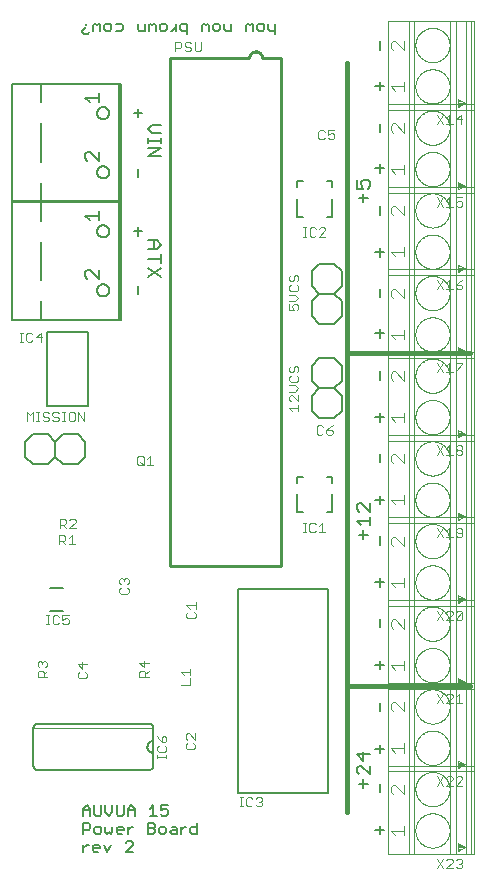
<source format=gto>
G75*
%MOIN*%
%OFA0B0*%
%FSLAX25Y25*%
%IPPOS*%
%LPD*%
%AMOC8*
5,1,8,0,0,1.08239X$1,22.5*
%
%ADD10C,0.00600*%
%ADD11C,0.01600*%
%ADD12C,0.00500*%
%ADD13C,0.00400*%
%ADD14C,0.01000*%
%ADD15C,0.00200*%
D10*
X0012394Y0035148D02*
X0049394Y0035148D01*
X0049470Y0035150D01*
X0049546Y0035156D01*
X0049621Y0035165D01*
X0049696Y0035179D01*
X0049770Y0035196D01*
X0049843Y0035217D01*
X0049915Y0035241D01*
X0049986Y0035270D01*
X0050055Y0035301D01*
X0050122Y0035336D01*
X0050187Y0035375D01*
X0050251Y0035417D01*
X0050312Y0035462D01*
X0050371Y0035510D01*
X0050427Y0035561D01*
X0050481Y0035615D01*
X0050532Y0035671D01*
X0050580Y0035730D01*
X0050625Y0035791D01*
X0050667Y0035855D01*
X0050706Y0035920D01*
X0050741Y0035987D01*
X0050772Y0036056D01*
X0050801Y0036127D01*
X0050825Y0036199D01*
X0050846Y0036272D01*
X0050863Y0036346D01*
X0050877Y0036421D01*
X0050886Y0036496D01*
X0050892Y0036572D01*
X0050894Y0036648D01*
X0050894Y0040848D01*
X0050894Y0044848D01*
X0050894Y0049048D01*
X0050892Y0049124D01*
X0050886Y0049200D01*
X0050877Y0049275D01*
X0050863Y0049350D01*
X0050846Y0049424D01*
X0050825Y0049497D01*
X0050801Y0049569D01*
X0050772Y0049640D01*
X0050741Y0049709D01*
X0050706Y0049776D01*
X0050667Y0049841D01*
X0050625Y0049905D01*
X0050580Y0049966D01*
X0050532Y0050025D01*
X0050481Y0050081D01*
X0050427Y0050135D01*
X0050371Y0050186D01*
X0050312Y0050234D01*
X0050251Y0050279D01*
X0050187Y0050321D01*
X0050122Y0050360D01*
X0050055Y0050395D01*
X0049986Y0050426D01*
X0049915Y0050455D01*
X0049843Y0050479D01*
X0049770Y0050500D01*
X0049696Y0050517D01*
X0049621Y0050531D01*
X0049546Y0050540D01*
X0049470Y0050546D01*
X0049394Y0050548D01*
X0012394Y0050548D01*
X0012318Y0050546D01*
X0012242Y0050540D01*
X0012167Y0050531D01*
X0012092Y0050517D01*
X0012018Y0050500D01*
X0011945Y0050479D01*
X0011873Y0050455D01*
X0011802Y0050426D01*
X0011733Y0050395D01*
X0011666Y0050360D01*
X0011601Y0050321D01*
X0011537Y0050279D01*
X0011476Y0050234D01*
X0011417Y0050186D01*
X0011361Y0050135D01*
X0011307Y0050081D01*
X0011256Y0050025D01*
X0011208Y0049966D01*
X0011163Y0049905D01*
X0011121Y0049841D01*
X0011082Y0049776D01*
X0011047Y0049709D01*
X0011016Y0049640D01*
X0010987Y0049569D01*
X0010963Y0049497D01*
X0010942Y0049424D01*
X0010925Y0049350D01*
X0010911Y0049275D01*
X0010902Y0049200D01*
X0010896Y0049124D01*
X0010894Y0049048D01*
X0010894Y0036648D01*
X0010896Y0036572D01*
X0010902Y0036496D01*
X0010911Y0036421D01*
X0010925Y0036346D01*
X0010942Y0036272D01*
X0010963Y0036199D01*
X0010987Y0036127D01*
X0011016Y0036056D01*
X0011047Y0035987D01*
X0011082Y0035920D01*
X0011121Y0035855D01*
X0011163Y0035791D01*
X0011208Y0035730D01*
X0011256Y0035671D01*
X0011307Y0035615D01*
X0011361Y0035561D01*
X0011417Y0035510D01*
X0011476Y0035462D01*
X0011537Y0035417D01*
X0011601Y0035375D01*
X0011666Y0035336D01*
X0011733Y0035301D01*
X0011802Y0035270D01*
X0011873Y0035241D01*
X0011945Y0035217D01*
X0012018Y0035196D01*
X0012092Y0035179D01*
X0012167Y0035165D01*
X0012242Y0035156D01*
X0012318Y0035150D01*
X0012394Y0035148D01*
X0050894Y0040848D02*
X0050806Y0040850D01*
X0050717Y0040856D01*
X0050629Y0040866D01*
X0050542Y0040879D01*
X0050455Y0040897D01*
X0050369Y0040918D01*
X0050284Y0040943D01*
X0050201Y0040972D01*
X0050118Y0041005D01*
X0050038Y0041041D01*
X0049959Y0041080D01*
X0049881Y0041123D01*
X0049806Y0041170D01*
X0049733Y0041220D01*
X0049662Y0041273D01*
X0049593Y0041329D01*
X0049527Y0041388D01*
X0049464Y0041450D01*
X0049404Y0041514D01*
X0049346Y0041581D01*
X0049292Y0041651D01*
X0049240Y0041723D01*
X0049192Y0041797D01*
X0049147Y0041874D01*
X0049106Y0041952D01*
X0049068Y0042032D01*
X0049034Y0042113D01*
X0049003Y0042196D01*
X0048976Y0042281D01*
X0048953Y0042366D01*
X0048934Y0042452D01*
X0048918Y0042540D01*
X0048906Y0042627D01*
X0048898Y0042715D01*
X0048894Y0042804D01*
X0048894Y0042892D01*
X0048898Y0042981D01*
X0048906Y0043069D01*
X0048918Y0043156D01*
X0048934Y0043244D01*
X0048953Y0043330D01*
X0048976Y0043415D01*
X0049003Y0043500D01*
X0049034Y0043583D01*
X0049068Y0043664D01*
X0049106Y0043744D01*
X0049147Y0043822D01*
X0049192Y0043899D01*
X0049240Y0043973D01*
X0049292Y0044045D01*
X0049346Y0044115D01*
X0049404Y0044182D01*
X0049464Y0044246D01*
X0049527Y0044308D01*
X0049593Y0044367D01*
X0049662Y0044423D01*
X0049733Y0044476D01*
X0049806Y0044526D01*
X0049881Y0044573D01*
X0049959Y0044616D01*
X0050038Y0044655D01*
X0050118Y0044691D01*
X0050201Y0044724D01*
X0050284Y0044753D01*
X0050369Y0044778D01*
X0050455Y0044799D01*
X0050542Y0044817D01*
X0050629Y0044830D01*
X0050717Y0044840D01*
X0050806Y0044846D01*
X0050894Y0044848D01*
X0025757Y0136966D02*
X0020757Y0136966D01*
X0018257Y0139466D01*
X0015757Y0136966D01*
X0010757Y0136966D01*
X0008257Y0139466D01*
X0008257Y0144466D01*
X0010757Y0146966D01*
X0015757Y0146966D01*
X0018257Y0144466D01*
X0020757Y0146966D01*
X0025757Y0146966D01*
X0028257Y0144466D01*
X0028257Y0139466D01*
X0025757Y0136966D01*
X0018257Y0139466D02*
X0018257Y0144466D01*
X0015457Y0156379D02*
X0015457Y0180978D01*
X0029080Y0180978D01*
X0029080Y0156379D01*
X0015457Y0156379D01*
X0013324Y0185241D02*
X0003922Y0185241D01*
X0003922Y0224541D01*
X0013324Y0224541D01*
X0039324Y0224541D01*
X0040123Y0224541D01*
X0040123Y0185241D01*
X0039324Y0185241D01*
X0013324Y0185241D01*
X0013324Y0191541D01*
X0013324Y0198541D02*
X0013324Y0211241D01*
X0013324Y0218241D02*
X0013324Y0224541D01*
X0013324Y0224612D02*
X0039324Y0224612D01*
X0039324Y0263911D01*
X0040123Y0263911D01*
X0040123Y0224612D01*
X0039324Y0224612D01*
X0039324Y0224541D02*
X0039324Y0185241D01*
X0032122Y0195041D02*
X0032124Y0195130D01*
X0032130Y0195219D01*
X0032140Y0195308D01*
X0032154Y0195396D01*
X0032171Y0195483D01*
X0032193Y0195569D01*
X0032219Y0195655D01*
X0032248Y0195739D01*
X0032281Y0195822D01*
X0032317Y0195903D01*
X0032358Y0195983D01*
X0032401Y0196060D01*
X0032448Y0196136D01*
X0032499Y0196209D01*
X0032552Y0196280D01*
X0032609Y0196349D01*
X0032669Y0196415D01*
X0032732Y0196479D01*
X0032797Y0196539D01*
X0032865Y0196597D01*
X0032936Y0196651D01*
X0033009Y0196702D01*
X0033084Y0196750D01*
X0033161Y0196795D01*
X0033240Y0196836D01*
X0033321Y0196873D01*
X0033403Y0196907D01*
X0033487Y0196938D01*
X0033572Y0196964D01*
X0033658Y0196987D01*
X0033745Y0197005D01*
X0033833Y0197020D01*
X0033922Y0197031D01*
X0034011Y0197038D01*
X0034100Y0197041D01*
X0034189Y0197040D01*
X0034278Y0197035D01*
X0034366Y0197026D01*
X0034455Y0197013D01*
X0034542Y0196996D01*
X0034629Y0196976D01*
X0034715Y0196951D01*
X0034799Y0196923D01*
X0034882Y0196891D01*
X0034964Y0196855D01*
X0035044Y0196816D01*
X0035122Y0196773D01*
X0035198Y0196727D01*
X0035272Y0196677D01*
X0035344Y0196624D01*
X0035413Y0196568D01*
X0035480Y0196509D01*
X0035544Y0196447D01*
X0035605Y0196383D01*
X0035664Y0196315D01*
X0035719Y0196245D01*
X0035771Y0196173D01*
X0035820Y0196098D01*
X0035865Y0196022D01*
X0035907Y0195943D01*
X0035945Y0195863D01*
X0035980Y0195781D01*
X0036011Y0195697D01*
X0036039Y0195612D01*
X0036062Y0195526D01*
X0036082Y0195439D01*
X0036098Y0195352D01*
X0036110Y0195263D01*
X0036118Y0195175D01*
X0036122Y0195086D01*
X0036122Y0194996D01*
X0036118Y0194907D01*
X0036110Y0194819D01*
X0036098Y0194730D01*
X0036082Y0194643D01*
X0036062Y0194556D01*
X0036039Y0194470D01*
X0036011Y0194385D01*
X0035980Y0194301D01*
X0035945Y0194219D01*
X0035907Y0194139D01*
X0035865Y0194060D01*
X0035820Y0193984D01*
X0035771Y0193909D01*
X0035719Y0193837D01*
X0035664Y0193767D01*
X0035605Y0193699D01*
X0035544Y0193635D01*
X0035480Y0193573D01*
X0035413Y0193514D01*
X0035344Y0193458D01*
X0035272Y0193405D01*
X0035198Y0193355D01*
X0035122Y0193309D01*
X0035044Y0193266D01*
X0034964Y0193227D01*
X0034882Y0193191D01*
X0034799Y0193159D01*
X0034715Y0193131D01*
X0034629Y0193106D01*
X0034542Y0193086D01*
X0034455Y0193069D01*
X0034366Y0193056D01*
X0034278Y0193047D01*
X0034189Y0193042D01*
X0034100Y0193041D01*
X0034011Y0193044D01*
X0033922Y0193051D01*
X0033833Y0193062D01*
X0033745Y0193077D01*
X0033658Y0193095D01*
X0033572Y0193118D01*
X0033487Y0193144D01*
X0033403Y0193175D01*
X0033321Y0193209D01*
X0033240Y0193246D01*
X0033161Y0193287D01*
X0033084Y0193332D01*
X0033009Y0193380D01*
X0032936Y0193431D01*
X0032865Y0193485D01*
X0032797Y0193543D01*
X0032732Y0193603D01*
X0032669Y0193667D01*
X0032609Y0193733D01*
X0032552Y0193802D01*
X0032499Y0193873D01*
X0032448Y0193946D01*
X0032401Y0194022D01*
X0032358Y0194099D01*
X0032317Y0194179D01*
X0032281Y0194260D01*
X0032248Y0194343D01*
X0032219Y0194427D01*
X0032193Y0194513D01*
X0032171Y0194599D01*
X0032154Y0194686D01*
X0032140Y0194774D01*
X0032130Y0194863D01*
X0032124Y0194952D01*
X0032122Y0195041D01*
X0032122Y0214741D02*
X0032124Y0214830D01*
X0032130Y0214919D01*
X0032140Y0215008D01*
X0032154Y0215096D01*
X0032171Y0215183D01*
X0032193Y0215269D01*
X0032219Y0215355D01*
X0032248Y0215439D01*
X0032281Y0215522D01*
X0032317Y0215603D01*
X0032358Y0215683D01*
X0032401Y0215760D01*
X0032448Y0215836D01*
X0032499Y0215909D01*
X0032552Y0215980D01*
X0032609Y0216049D01*
X0032669Y0216115D01*
X0032732Y0216179D01*
X0032797Y0216239D01*
X0032865Y0216297D01*
X0032936Y0216351D01*
X0033009Y0216402D01*
X0033084Y0216450D01*
X0033161Y0216495D01*
X0033240Y0216536D01*
X0033321Y0216573D01*
X0033403Y0216607D01*
X0033487Y0216638D01*
X0033572Y0216664D01*
X0033658Y0216687D01*
X0033745Y0216705D01*
X0033833Y0216720D01*
X0033922Y0216731D01*
X0034011Y0216738D01*
X0034100Y0216741D01*
X0034189Y0216740D01*
X0034278Y0216735D01*
X0034366Y0216726D01*
X0034455Y0216713D01*
X0034542Y0216696D01*
X0034629Y0216676D01*
X0034715Y0216651D01*
X0034799Y0216623D01*
X0034882Y0216591D01*
X0034964Y0216555D01*
X0035044Y0216516D01*
X0035122Y0216473D01*
X0035198Y0216427D01*
X0035272Y0216377D01*
X0035344Y0216324D01*
X0035413Y0216268D01*
X0035480Y0216209D01*
X0035544Y0216147D01*
X0035605Y0216083D01*
X0035664Y0216015D01*
X0035719Y0215945D01*
X0035771Y0215873D01*
X0035820Y0215798D01*
X0035865Y0215722D01*
X0035907Y0215643D01*
X0035945Y0215563D01*
X0035980Y0215481D01*
X0036011Y0215397D01*
X0036039Y0215312D01*
X0036062Y0215226D01*
X0036082Y0215139D01*
X0036098Y0215052D01*
X0036110Y0214963D01*
X0036118Y0214875D01*
X0036122Y0214786D01*
X0036122Y0214696D01*
X0036118Y0214607D01*
X0036110Y0214519D01*
X0036098Y0214430D01*
X0036082Y0214343D01*
X0036062Y0214256D01*
X0036039Y0214170D01*
X0036011Y0214085D01*
X0035980Y0214001D01*
X0035945Y0213919D01*
X0035907Y0213839D01*
X0035865Y0213760D01*
X0035820Y0213684D01*
X0035771Y0213609D01*
X0035719Y0213537D01*
X0035664Y0213467D01*
X0035605Y0213399D01*
X0035544Y0213335D01*
X0035480Y0213273D01*
X0035413Y0213214D01*
X0035344Y0213158D01*
X0035272Y0213105D01*
X0035198Y0213055D01*
X0035122Y0213009D01*
X0035044Y0212966D01*
X0034964Y0212927D01*
X0034882Y0212891D01*
X0034799Y0212859D01*
X0034715Y0212831D01*
X0034629Y0212806D01*
X0034542Y0212786D01*
X0034455Y0212769D01*
X0034366Y0212756D01*
X0034278Y0212747D01*
X0034189Y0212742D01*
X0034100Y0212741D01*
X0034011Y0212744D01*
X0033922Y0212751D01*
X0033833Y0212762D01*
X0033745Y0212777D01*
X0033658Y0212795D01*
X0033572Y0212818D01*
X0033487Y0212844D01*
X0033403Y0212875D01*
X0033321Y0212909D01*
X0033240Y0212946D01*
X0033161Y0212987D01*
X0033084Y0213032D01*
X0033009Y0213080D01*
X0032936Y0213131D01*
X0032865Y0213185D01*
X0032797Y0213243D01*
X0032732Y0213303D01*
X0032669Y0213367D01*
X0032609Y0213433D01*
X0032552Y0213502D01*
X0032499Y0213573D01*
X0032448Y0213646D01*
X0032401Y0213722D01*
X0032358Y0213799D01*
X0032317Y0213879D01*
X0032281Y0213960D01*
X0032248Y0214043D01*
X0032219Y0214127D01*
X0032193Y0214213D01*
X0032171Y0214299D01*
X0032154Y0214386D01*
X0032140Y0214474D01*
X0032130Y0214563D01*
X0032124Y0214652D01*
X0032122Y0214741D01*
X0032122Y0234412D02*
X0032124Y0234501D01*
X0032130Y0234590D01*
X0032140Y0234679D01*
X0032154Y0234767D01*
X0032171Y0234854D01*
X0032193Y0234940D01*
X0032219Y0235026D01*
X0032248Y0235110D01*
X0032281Y0235193D01*
X0032317Y0235274D01*
X0032358Y0235354D01*
X0032401Y0235431D01*
X0032448Y0235507D01*
X0032499Y0235580D01*
X0032552Y0235651D01*
X0032609Y0235720D01*
X0032669Y0235786D01*
X0032732Y0235850D01*
X0032797Y0235910D01*
X0032865Y0235968D01*
X0032936Y0236022D01*
X0033009Y0236073D01*
X0033084Y0236121D01*
X0033161Y0236166D01*
X0033240Y0236207D01*
X0033321Y0236244D01*
X0033403Y0236278D01*
X0033487Y0236309D01*
X0033572Y0236335D01*
X0033658Y0236358D01*
X0033745Y0236376D01*
X0033833Y0236391D01*
X0033922Y0236402D01*
X0034011Y0236409D01*
X0034100Y0236412D01*
X0034189Y0236411D01*
X0034278Y0236406D01*
X0034366Y0236397D01*
X0034455Y0236384D01*
X0034542Y0236367D01*
X0034629Y0236347D01*
X0034715Y0236322D01*
X0034799Y0236294D01*
X0034882Y0236262D01*
X0034964Y0236226D01*
X0035044Y0236187D01*
X0035122Y0236144D01*
X0035198Y0236098D01*
X0035272Y0236048D01*
X0035344Y0235995D01*
X0035413Y0235939D01*
X0035480Y0235880D01*
X0035544Y0235818D01*
X0035605Y0235754D01*
X0035664Y0235686D01*
X0035719Y0235616D01*
X0035771Y0235544D01*
X0035820Y0235469D01*
X0035865Y0235393D01*
X0035907Y0235314D01*
X0035945Y0235234D01*
X0035980Y0235152D01*
X0036011Y0235068D01*
X0036039Y0234983D01*
X0036062Y0234897D01*
X0036082Y0234810D01*
X0036098Y0234723D01*
X0036110Y0234634D01*
X0036118Y0234546D01*
X0036122Y0234457D01*
X0036122Y0234367D01*
X0036118Y0234278D01*
X0036110Y0234190D01*
X0036098Y0234101D01*
X0036082Y0234014D01*
X0036062Y0233927D01*
X0036039Y0233841D01*
X0036011Y0233756D01*
X0035980Y0233672D01*
X0035945Y0233590D01*
X0035907Y0233510D01*
X0035865Y0233431D01*
X0035820Y0233355D01*
X0035771Y0233280D01*
X0035719Y0233208D01*
X0035664Y0233138D01*
X0035605Y0233070D01*
X0035544Y0233006D01*
X0035480Y0232944D01*
X0035413Y0232885D01*
X0035344Y0232829D01*
X0035272Y0232776D01*
X0035198Y0232726D01*
X0035122Y0232680D01*
X0035044Y0232637D01*
X0034964Y0232598D01*
X0034882Y0232562D01*
X0034799Y0232530D01*
X0034715Y0232502D01*
X0034629Y0232477D01*
X0034542Y0232457D01*
X0034455Y0232440D01*
X0034366Y0232427D01*
X0034278Y0232418D01*
X0034189Y0232413D01*
X0034100Y0232412D01*
X0034011Y0232415D01*
X0033922Y0232422D01*
X0033833Y0232433D01*
X0033745Y0232448D01*
X0033658Y0232466D01*
X0033572Y0232489D01*
X0033487Y0232515D01*
X0033403Y0232546D01*
X0033321Y0232580D01*
X0033240Y0232617D01*
X0033161Y0232658D01*
X0033084Y0232703D01*
X0033009Y0232751D01*
X0032936Y0232802D01*
X0032865Y0232856D01*
X0032797Y0232914D01*
X0032732Y0232974D01*
X0032669Y0233038D01*
X0032609Y0233104D01*
X0032552Y0233173D01*
X0032499Y0233244D01*
X0032448Y0233317D01*
X0032401Y0233393D01*
X0032358Y0233470D01*
X0032317Y0233550D01*
X0032281Y0233631D01*
X0032248Y0233714D01*
X0032219Y0233798D01*
X0032193Y0233884D01*
X0032171Y0233970D01*
X0032154Y0234057D01*
X0032140Y0234145D01*
X0032130Y0234234D01*
X0032124Y0234323D01*
X0032122Y0234412D01*
X0032122Y0254112D02*
X0032124Y0254201D01*
X0032130Y0254290D01*
X0032140Y0254379D01*
X0032154Y0254467D01*
X0032171Y0254554D01*
X0032193Y0254640D01*
X0032219Y0254726D01*
X0032248Y0254810D01*
X0032281Y0254893D01*
X0032317Y0254974D01*
X0032358Y0255054D01*
X0032401Y0255131D01*
X0032448Y0255207D01*
X0032499Y0255280D01*
X0032552Y0255351D01*
X0032609Y0255420D01*
X0032669Y0255486D01*
X0032732Y0255550D01*
X0032797Y0255610D01*
X0032865Y0255668D01*
X0032936Y0255722D01*
X0033009Y0255773D01*
X0033084Y0255821D01*
X0033161Y0255866D01*
X0033240Y0255907D01*
X0033321Y0255944D01*
X0033403Y0255978D01*
X0033487Y0256009D01*
X0033572Y0256035D01*
X0033658Y0256058D01*
X0033745Y0256076D01*
X0033833Y0256091D01*
X0033922Y0256102D01*
X0034011Y0256109D01*
X0034100Y0256112D01*
X0034189Y0256111D01*
X0034278Y0256106D01*
X0034366Y0256097D01*
X0034455Y0256084D01*
X0034542Y0256067D01*
X0034629Y0256047D01*
X0034715Y0256022D01*
X0034799Y0255994D01*
X0034882Y0255962D01*
X0034964Y0255926D01*
X0035044Y0255887D01*
X0035122Y0255844D01*
X0035198Y0255798D01*
X0035272Y0255748D01*
X0035344Y0255695D01*
X0035413Y0255639D01*
X0035480Y0255580D01*
X0035544Y0255518D01*
X0035605Y0255454D01*
X0035664Y0255386D01*
X0035719Y0255316D01*
X0035771Y0255244D01*
X0035820Y0255169D01*
X0035865Y0255093D01*
X0035907Y0255014D01*
X0035945Y0254934D01*
X0035980Y0254852D01*
X0036011Y0254768D01*
X0036039Y0254683D01*
X0036062Y0254597D01*
X0036082Y0254510D01*
X0036098Y0254423D01*
X0036110Y0254334D01*
X0036118Y0254246D01*
X0036122Y0254157D01*
X0036122Y0254067D01*
X0036118Y0253978D01*
X0036110Y0253890D01*
X0036098Y0253801D01*
X0036082Y0253714D01*
X0036062Y0253627D01*
X0036039Y0253541D01*
X0036011Y0253456D01*
X0035980Y0253372D01*
X0035945Y0253290D01*
X0035907Y0253210D01*
X0035865Y0253131D01*
X0035820Y0253055D01*
X0035771Y0252980D01*
X0035719Y0252908D01*
X0035664Y0252838D01*
X0035605Y0252770D01*
X0035544Y0252706D01*
X0035480Y0252644D01*
X0035413Y0252585D01*
X0035344Y0252529D01*
X0035272Y0252476D01*
X0035198Y0252426D01*
X0035122Y0252380D01*
X0035044Y0252337D01*
X0034964Y0252298D01*
X0034882Y0252262D01*
X0034799Y0252230D01*
X0034715Y0252202D01*
X0034629Y0252177D01*
X0034542Y0252157D01*
X0034455Y0252140D01*
X0034366Y0252127D01*
X0034278Y0252118D01*
X0034189Y0252113D01*
X0034100Y0252112D01*
X0034011Y0252115D01*
X0033922Y0252122D01*
X0033833Y0252133D01*
X0033745Y0252148D01*
X0033658Y0252166D01*
X0033572Y0252189D01*
X0033487Y0252215D01*
X0033403Y0252246D01*
X0033321Y0252280D01*
X0033240Y0252317D01*
X0033161Y0252358D01*
X0033084Y0252403D01*
X0033009Y0252451D01*
X0032936Y0252502D01*
X0032865Y0252556D01*
X0032797Y0252614D01*
X0032732Y0252674D01*
X0032669Y0252738D01*
X0032609Y0252804D01*
X0032552Y0252873D01*
X0032499Y0252944D01*
X0032448Y0253017D01*
X0032401Y0253093D01*
X0032358Y0253170D01*
X0032317Y0253250D01*
X0032281Y0253331D01*
X0032248Y0253414D01*
X0032219Y0253498D01*
X0032193Y0253584D01*
X0032171Y0253670D01*
X0032154Y0253757D01*
X0032140Y0253845D01*
X0032130Y0253934D01*
X0032124Y0254023D01*
X0032122Y0254112D01*
X0039324Y0263911D02*
X0013324Y0263911D01*
X0013324Y0257612D01*
X0013324Y0263911D02*
X0003922Y0263911D01*
X0003922Y0224612D01*
X0013324Y0224612D01*
X0013324Y0230911D01*
X0013324Y0237911D02*
X0013324Y0250612D01*
X0044298Y0254113D02*
X0047234Y0254113D01*
X0045766Y0255581D02*
X0045766Y0252645D01*
X0049022Y0248782D02*
X0050490Y0247314D01*
X0053426Y0247314D01*
X0053426Y0245646D02*
X0053426Y0244178D01*
X0053426Y0244912D02*
X0049022Y0244912D01*
X0049022Y0245646D02*
X0049022Y0244178D01*
X0049022Y0242577D02*
X0053426Y0242577D01*
X0049022Y0239641D01*
X0053426Y0239641D01*
X0049022Y0248782D02*
X0050490Y0250250D01*
X0053426Y0250250D01*
X0045798Y0235545D02*
X0045798Y0232610D01*
X0045766Y0216081D02*
X0045766Y0213145D01*
X0044298Y0214613D02*
X0047234Y0214613D01*
X0049022Y0211647D02*
X0051958Y0211647D01*
X0053426Y0210179D01*
X0051958Y0208712D01*
X0049022Y0208712D01*
X0051224Y0208712D02*
X0051224Y0211647D01*
X0053426Y0207043D02*
X0053426Y0204108D01*
X0053426Y0205576D02*
X0049022Y0205576D01*
X0049022Y0202440D02*
X0053426Y0199504D01*
X0053426Y0202440D02*
X0049022Y0199504D01*
X0045798Y0196545D02*
X0045798Y0193610D01*
X0103599Y0191399D02*
X0103599Y0186399D01*
X0106099Y0183899D01*
X0111099Y0183899D01*
X0113599Y0186399D01*
X0113599Y0191399D01*
X0111099Y0193899D01*
X0113599Y0196399D01*
X0113599Y0201399D01*
X0111099Y0203899D01*
X0106099Y0203899D01*
X0103599Y0201399D01*
X0103599Y0196399D01*
X0106099Y0193899D01*
X0111099Y0193899D01*
X0106099Y0193899D02*
X0103599Y0191399D01*
X0106099Y0172403D02*
X0111099Y0172403D01*
X0113599Y0169903D01*
X0113599Y0164903D01*
X0111099Y0162403D01*
X0113599Y0159903D01*
X0113599Y0154903D01*
X0111099Y0152403D01*
X0106099Y0152403D01*
X0103599Y0154903D01*
X0103599Y0159903D01*
X0106099Y0162403D01*
X0103599Y0164903D01*
X0103599Y0169903D01*
X0106099Y0172403D01*
X0106099Y0162403D02*
X0111099Y0162403D01*
X0124798Y0152613D02*
X0127734Y0152613D01*
X0126266Y0154081D02*
X0126266Y0151145D01*
X0126298Y0140545D02*
X0126298Y0137610D01*
X0126266Y0126581D02*
X0126266Y0123645D01*
X0124798Y0125113D02*
X0127734Y0125113D01*
X0123000Y0124149D02*
X0123000Y0121213D01*
X0120064Y0124149D01*
X0119330Y0124149D01*
X0118596Y0123415D01*
X0118596Y0121947D01*
X0119330Y0121213D01*
X0118596Y0118077D02*
X0123000Y0118077D01*
X0123000Y0116610D02*
X0123000Y0119545D01*
X0120064Y0116610D02*
X0118596Y0118077D01*
X0120798Y0114941D02*
X0120798Y0112006D01*
X0119330Y0113474D02*
X0122266Y0113474D01*
X0126298Y0113045D02*
X0126298Y0110110D01*
X0126266Y0099081D02*
X0126266Y0096145D01*
X0124798Y0097613D02*
X0127734Y0097613D01*
X0126298Y0085545D02*
X0126298Y0082610D01*
X0126266Y0071581D02*
X0126266Y0068645D01*
X0124798Y0070113D02*
X0127734Y0070113D01*
X0126298Y0057545D02*
X0126298Y0054610D01*
X0126266Y0043581D02*
X0126266Y0040645D01*
X0124798Y0042113D02*
X0127734Y0042113D01*
X0123000Y0040415D02*
X0118596Y0040415D01*
X0120798Y0038213D01*
X0120798Y0041149D01*
X0120064Y0036545D02*
X0119330Y0036545D01*
X0118596Y0035811D01*
X0118596Y0034344D01*
X0119330Y0033610D01*
X0120798Y0031941D02*
X0120798Y0029006D01*
X0119330Y0030474D02*
X0122266Y0030474D01*
X0123000Y0033610D02*
X0120064Y0036545D01*
X0123000Y0036545D02*
X0123000Y0033610D01*
X0126298Y0030545D02*
X0126298Y0027610D01*
X0126266Y0016581D02*
X0126266Y0013645D01*
X0124798Y0015113D02*
X0127734Y0015113D01*
X0126298Y0165110D02*
X0126298Y0168045D01*
X0126266Y0179145D02*
X0126266Y0182081D01*
X0124798Y0180613D02*
X0127734Y0180613D01*
X0126298Y0192610D02*
X0126298Y0195545D01*
X0126266Y0206145D02*
X0126266Y0209081D01*
X0124798Y0207613D02*
X0127734Y0207613D01*
X0126298Y0220110D02*
X0126298Y0223045D01*
X0122266Y0228912D02*
X0123000Y0229645D01*
X0123000Y0231113D01*
X0122266Y0231847D01*
X0120798Y0231847D01*
X0120064Y0231113D01*
X0120064Y0230379D01*
X0120798Y0228912D01*
X0118596Y0228912D01*
X0118596Y0231847D01*
X0120798Y0227243D02*
X0120798Y0224308D01*
X0119330Y0225776D02*
X0122266Y0225776D01*
X0126266Y0234145D02*
X0126266Y0237081D01*
X0124798Y0235613D02*
X0127734Y0235613D01*
X0126298Y0247610D02*
X0126298Y0250545D01*
X0126266Y0261645D02*
X0126266Y0264581D01*
X0124798Y0263113D02*
X0127734Y0263113D01*
X0126298Y0275110D02*
X0126298Y0278045D01*
D11*
X0115300Y0270612D02*
X0115300Y0021112D01*
X0115300Y0063112D02*
X0156300Y0063112D01*
X0156300Y0174112D02*
X0115300Y0174112D01*
D12*
X0110568Y0132875D02*
X0108599Y0132875D01*
X0110568Y0132875D02*
X0110568Y0130907D01*
X0110568Y0126970D02*
X0110568Y0121064D01*
X0108599Y0121064D01*
X0100725Y0121064D02*
X0098757Y0121064D01*
X0098757Y0126970D01*
X0098757Y0130907D02*
X0098757Y0132875D01*
X0100725Y0132875D01*
X0108989Y0095316D02*
X0108989Y0027316D01*
X0078989Y0027316D01*
X0078989Y0095316D01*
X0108989Y0095316D01*
X0065489Y0017365D02*
X0065489Y0013862D01*
X0063738Y0013862D01*
X0063154Y0014445D01*
X0063154Y0015613D01*
X0063738Y0016197D01*
X0065489Y0016197D01*
X0061836Y0016197D02*
X0061252Y0016197D01*
X0060084Y0015029D01*
X0060084Y0013862D02*
X0060084Y0016197D01*
X0058737Y0015613D02*
X0058737Y0013862D01*
X0056985Y0013862D01*
X0056401Y0014445D01*
X0056985Y0015029D01*
X0058737Y0015029D01*
X0058737Y0015613D02*
X0058153Y0016197D01*
X0056985Y0016197D01*
X0055053Y0015613D02*
X0055053Y0014445D01*
X0054470Y0013862D01*
X0053302Y0013862D01*
X0052718Y0014445D01*
X0052718Y0015613D01*
X0053302Y0016197D01*
X0054470Y0016197D01*
X0055053Y0015613D01*
X0055084Y0019862D02*
X0053916Y0019862D01*
X0053332Y0020445D01*
X0053332Y0021613D02*
X0054500Y0022197D01*
X0055084Y0022197D01*
X0055667Y0021613D01*
X0055667Y0020445D01*
X0055084Y0019862D01*
X0053332Y0021613D02*
X0053332Y0023365D01*
X0055667Y0023365D01*
X0051984Y0019862D02*
X0049649Y0019862D01*
X0050817Y0019862D02*
X0050817Y0023365D01*
X0049649Y0022197D01*
X0049035Y0017365D02*
X0050786Y0017365D01*
X0051370Y0016781D01*
X0051370Y0016197D01*
X0050786Y0015613D01*
X0049035Y0015613D01*
X0049035Y0013862D02*
X0050786Y0013862D01*
X0051370Y0014445D01*
X0051370Y0015029D01*
X0050786Y0015613D01*
X0049035Y0013862D02*
X0049035Y0017365D01*
X0044618Y0019862D02*
X0044618Y0022197D01*
X0043450Y0023365D01*
X0042283Y0022197D01*
X0042283Y0019862D01*
X0040935Y0020445D02*
X0040935Y0023365D01*
X0042283Y0021613D02*
X0044618Y0021613D01*
X0040935Y0020445D02*
X0040351Y0019862D01*
X0039183Y0019862D01*
X0038599Y0020445D01*
X0038599Y0023365D01*
X0037252Y0023365D02*
X0037252Y0021029D01*
X0036084Y0019862D01*
X0034916Y0021029D01*
X0034916Y0023365D01*
X0033568Y0023365D02*
X0033568Y0020445D01*
X0032985Y0019862D01*
X0031817Y0019862D01*
X0031233Y0020445D01*
X0031233Y0023365D01*
X0029885Y0022197D02*
X0029885Y0019862D01*
X0029885Y0021613D02*
X0027550Y0021613D01*
X0027550Y0022197D02*
X0028718Y0023365D01*
X0029885Y0022197D01*
X0027550Y0022197D02*
X0027550Y0019862D01*
X0027550Y0017365D02*
X0029301Y0017365D01*
X0029885Y0016781D01*
X0029885Y0015613D01*
X0029301Y0015029D01*
X0027550Y0015029D01*
X0027550Y0013862D02*
X0027550Y0017365D01*
X0031233Y0015613D02*
X0031233Y0014445D01*
X0031817Y0013862D01*
X0032985Y0013862D01*
X0033568Y0014445D01*
X0033568Y0015613D01*
X0032985Y0016197D01*
X0031817Y0016197D01*
X0031233Y0015613D01*
X0034916Y0016197D02*
X0034916Y0014445D01*
X0035500Y0013862D01*
X0036084Y0014445D01*
X0036668Y0013862D01*
X0037252Y0014445D01*
X0037252Y0016197D01*
X0038599Y0015613D02*
X0039183Y0016197D01*
X0040351Y0016197D01*
X0040935Y0015613D01*
X0040935Y0015029D01*
X0038599Y0015029D01*
X0038599Y0014445D02*
X0038599Y0015613D01*
X0038599Y0014445D02*
X0039183Y0013862D01*
X0040351Y0013862D01*
X0042283Y0013862D02*
X0042283Y0016197D01*
X0043450Y0016197D02*
X0044034Y0016197D01*
X0043450Y0016197D02*
X0042283Y0015029D01*
X0042253Y0011365D02*
X0041669Y0010781D01*
X0042253Y0011365D02*
X0043420Y0011365D01*
X0044004Y0010781D01*
X0044004Y0010197D01*
X0041669Y0007862D01*
X0044004Y0007862D01*
X0036638Y0010197D02*
X0035470Y0007862D01*
X0034302Y0010197D01*
X0032955Y0009613D02*
X0032955Y0009029D01*
X0030619Y0009029D01*
X0030619Y0008445D02*
X0030619Y0009613D01*
X0031203Y0010197D01*
X0032371Y0010197D01*
X0032955Y0009613D01*
X0032371Y0007862D02*
X0031203Y0007862D01*
X0030619Y0008445D01*
X0029301Y0010197D02*
X0028718Y0010197D01*
X0027550Y0009029D01*
X0027550Y0007862D02*
X0027550Y0010197D01*
X0020792Y0087958D02*
X0016461Y0087958D01*
X0016461Y0095832D02*
X0020792Y0095832D01*
X0028919Y0198888D02*
X0028168Y0199638D01*
X0028168Y0201139D01*
X0028919Y0201890D01*
X0029669Y0201890D01*
X0032672Y0198888D01*
X0032672Y0201890D01*
X0032672Y0218388D02*
X0032672Y0221390D01*
X0032672Y0219889D02*
X0028168Y0219889D01*
X0029669Y0218388D01*
X0028919Y0238258D02*
X0028168Y0239008D01*
X0028168Y0240510D01*
X0028919Y0241260D01*
X0029669Y0241260D01*
X0032672Y0238258D01*
X0032672Y0241260D01*
X0032672Y0257758D02*
X0032672Y0260760D01*
X0032672Y0259259D02*
X0028168Y0259259D01*
X0029669Y0257758D01*
X0028967Y0280359D02*
X0027799Y0280359D01*
X0027215Y0280942D01*
X0027215Y0281526D01*
X0028383Y0282694D01*
X0028383Y0283278D02*
X0028383Y0283862D01*
X0029550Y0280942D02*
X0028967Y0280359D01*
X0030898Y0281526D02*
X0030898Y0283278D01*
X0031482Y0283862D01*
X0032066Y0283278D01*
X0032650Y0283862D01*
X0033234Y0283278D01*
X0033234Y0281526D01*
X0034581Y0282110D02*
X0035165Y0281526D01*
X0036333Y0281526D01*
X0036917Y0282110D01*
X0036917Y0283278D01*
X0036333Y0283862D01*
X0035165Y0283862D01*
X0034581Y0283278D01*
X0034581Y0282110D01*
X0038265Y0281526D02*
X0040016Y0281526D01*
X0040600Y0282110D01*
X0040600Y0283278D01*
X0040016Y0283862D01*
X0038265Y0283862D01*
X0045631Y0283862D02*
X0045631Y0282110D01*
X0046215Y0281526D01*
X0047966Y0281526D01*
X0047966Y0283862D01*
X0049314Y0283278D02*
X0049314Y0281526D01*
X0049314Y0283278D02*
X0049898Y0283862D01*
X0050482Y0283278D01*
X0051065Y0283862D01*
X0051649Y0283278D01*
X0051649Y0281526D01*
X0052997Y0282110D02*
X0053581Y0281526D01*
X0054749Y0281526D01*
X0055332Y0282110D01*
X0055332Y0283278D01*
X0054749Y0283862D01*
X0053581Y0283862D01*
X0052997Y0283278D01*
X0052997Y0282110D01*
X0056650Y0281526D02*
X0057234Y0281526D01*
X0058402Y0282694D01*
X0058402Y0283862D02*
X0058402Y0281526D01*
X0059750Y0282110D02*
X0060333Y0281526D01*
X0062085Y0281526D01*
X0062085Y0280359D02*
X0062085Y0283862D01*
X0060333Y0283862D01*
X0059750Y0283278D01*
X0059750Y0282110D01*
X0067116Y0281526D02*
X0067116Y0283278D01*
X0067700Y0283862D01*
X0068283Y0283278D01*
X0068867Y0283862D01*
X0069451Y0283278D01*
X0069451Y0281526D01*
X0070799Y0282110D02*
X0071383Y0281526D01*
X0072550Y0281526D01*
X0073134Y0282110D01*
X0073134Y0283278D01*
X0072550Y0283862D01*
X0071383Y0283862D01*
X0070799Y0283278D01*
X0070799Y0282110D01*
X0074482Y0282110D02*
X0074482Y0283862D01*
X0074482Y0282110D02*
X0075066Y0281526D01*
X0076817Y0281526D01*
X0076817Y0283862D01*
X0081848Y0283278D02*
X0081848Y0281526D01*
X0081848Y0283278D02*
X0082432Y0283862D01*
X0083016Y0283278D01*
X0083600Y0283862D01*
X0084184Y0283278D01*
X0084184Y0281526D01*
X0085532Y0282110D02*
X0086115Y0281526D01*
X0087283Y0281526D01*
X0087867Y0282110D01*
X0087867Y0283278D01*
X0087283Y0283862D01*
X0086115Y0283862D01*
X0085532Y0283278D01*
X0085532Y0282110D01*
X0089215Y0282110D02*
X0089215Y0283862D01*
X0089215Y0282110D02*
X0089799Y0281526D01*
X0090966Y0281526D01*
X0091550Y0282110D01*
X0091550Y0280359D02*
X0091550Y0283862D01*
X0098757Y0231301D02*
X0100725Y0231301D01*
X0098757Y0231301D02*
X0098757Y0229332D01*
X0098757Y0225395D02*
X0098757Y0219489D01*
X0100725Y0219489D01*
X0108599Y0219489D02*
X0110568Y0219489D01*
X0110568Y0225395D01*
X0110568Y0229332D02*
X0110568Y0231301D01*
X0108599Y0231301D01*
D13*
X0109602Y0245343D02*
X0109085Y0245860D01*
X0109602Y0245343D02*
X0110636Y0245343D01*
X0111153Y0245860D01*
X0111153Y0246894D01*
X0110636Y0247411D01*
X0110119Y0247411D01*
X0109085Y0246894D01*
X0109085Y0248446D01*
X0111153Y0248446D01*
X0107931Y0247929D02*
X0107414Y0248446D01*
X0106379Y0248446D01*
X0105862Y0247929D01*
X0105862Y0245860D01*
X0106379Y0245343D01*
X0107414Y0245343D01*
X0107931Y0245860D01*
X0107738Y0216009D02*
X0106704Y0216009D01*
X0106187Y0215492D01*
X0105032Y0215492D02*
X0104515Y0216009D01*
X0103481Y0216009D01*
X0102964Y0215492D01*
X0102964Y0213423D01*
X0103481Y0212906D01*
X0104515Y0212906D01*
X0105032Y0213423D01*
X0106187Y0212906D02*
X0108255Y0214974D01*
X0108255Y0215492D01*
X0107738Y0216009D01*
X0108255Y0212906D02*
X0106187Y0212906D01*
X0101850Y0212906D02*
X0100815Y0212906D01*
X0101333Y0212906D02*
X0101333Y0216009D01*
X0101850Y0216009D02*
X0100815Y0216009D01*
X0098682Y0200036D02*
X0098165Y0200036D01*
X0097648Y0199519D01*
X0097648Y0198484D01*
X0097131Y0197967D01*
X0096614Y0197967D01*
X0096097Y0198484D01*
X0096097Y0199519D01*
X0096614Y0200036D01*
X0096614Y0196813D02*
X0096097Y0196296D01*
X0096097Y0195262D01*
X0096614Y0194744D01*
X0098682Y0194744D01*
X0099199Y0195262D01*
X0099199Y0196296D01*
X0098682Y0196813D01*
X0098682Y0197967D02*
X0099199Y0198484D01*
X0099199Y0199519D01*
X0098682Y0200036D01*
X0098165Y0193590D02*
X0096097Y0193590D01*
X0098165Y0193590D02*
X0099199Y0192556D01*
X0098165Y0191522D01*
X0096097Y0191522D01*
X0096097Y0190367D02*
X0096097Y0188299D01*
X0097648Y0188299D01*
X0097131Y0189333D01*
X0097131Y0189850D01*
X0097648Y0190367D01*
X0098682Y0190367D01*
X0099199Y0189850D01*
X0099199Y0188816D01*
X0098682Y0188299D01*
X0098682Y0169762D02*
X0098165Y0169762D01*
X0097648Y0169245D01*
X0097648Y0168211D01*
X0097131Y0167694D01*
X0096614Y0167694D01*
X0096097Y0168211D01*
X0096097Y0169245D01*
X0096614Y0169762D01*
X0096614Y0166540D02*
X0096097Y0166022D01*
X0096097Y0164988D01*
X0096614Y0164471D01*
X0098682Y0164471D01*
X0099199Y0164988D01*
X0099199Y0166022D01*
X0098682Y0166540D01*
X0098682Y0167694D02*
X0099199Y0168211D01*
X0099199Y0169245D01*
X0098682Y0169762D01*
X0098165Y0163317D02*
X0096097Y0163317D01*
X0098165Y0163317D02*
X0099199Y0162283D01*
X0098165Y0161248D01*
X0096097Y0161248D01*
X0096614Y0160094D02*
X0096097Y0159577D01*
X0096097Y0158543D01*
X0096614Y0158026D01*
X0096614Y0160094D02*
X0097131Y0160094D01*
X0099199Y0158026D01*
X0099199Y0160094D01*
X0099199Y0156871D02*
X0099199Y0154803D01*
X0099199Y0155837D02*
X0096097Y0155837D01*
X0097131Y0154803D01*
X0105362Y0149503D02*
X0105362Y0147435D01*
X0105879Y0146918D01*
X0106914Y0146918D01*
X0107431Y0147435D01*
X0108585Y0147435D02*
X0109102Y0146918D01*
X0110136Y0146918D01*
X0110653Y0147435D01*
X0110653Y0147952D01*
X0110136Y0148469D01*
X0108585Y0148469D01*
X0108585Y0147435D01*
X0108585Y0148469D02*
X0109619Y0149503D01*
X0110653Y0150020D01*
X0107431Y0149503D02*
X0106914Y0150020D01*
X0105879Y0150020D01*
X0105362Y0149503D01*
X0104440Y0117509D02*
X0103406Y0117509D01*
X0102889Y0116992D01*
X0102889Y0114923D01*
X0103406Y0114406D01*
X0104440Y0114406D01*
X0104958Y0114923D01*
X0106112Y0114406D02*
X0108180Y0114406D01*
X0107146Y0114406D02*
X0107146Y0117509D01*
X0106112Y0116474D01*
X0104958Y0116992D02*
X0104440Y0117509D01*
X0101775Y0117509D02*
X0100741Y0117509D01*
X0101258Y0117509D02*
X0101258Y0114406D01*
X0100741Y0114406D02*
X0101775Y0114406D01*
X0129162Y0117301D02*
X0136004Y0117301D01*
X0136004Y0146828D01*
X0129162Y0146828D01*
X0129162Y0117301D01*
X0129162Y0119269D02*
X0136004Y0119269D01*
X0137876Y0119269D01*
X0137876Y0089741D01*
X0149896Y0089741D01*
X0151797Y0089741D01*
X0154993Y0089741D01*
X0156721Y0089741D01*
X0157902Y0089741D01*
X0157902Y0119269D01*
X0156721Y0119269D01*
X0154993Y0119269D01*
X0154993Y0089741D01*
X0156721Y0089741D02*
X0156721Y0119269D01*
X0154993Y0119269D02*
X0151797Y0119269D01*
X0149896Y0119269D01*
X0149896Y0089741D01*
X0150088Y0088146D02*
X0149054Y0088146D01*
X0148537Y0087629D01*
X0147382Y0088146D02*
X0145314Y0085044D01*
X0138217Y0083836D02*
X0138219Y0083987D01*
X0138225Y0084137D01*
X0138235Y0084288D01*
X0138249Y0084438D01*
X0138267Y0084587D01*
X0138288Y0084737D01*
X0138314Y0084885D01*
X0138344Y0085033D01*
X0138377Y0085180D01*
X0138415Y0085326D01*
X0138456Y0085471D01*
X0138501Y0085615D01*
X0138550Y0085757D01*
X0138603Y0085898D01*
X0138659Y0086038D01*
X0138719Y0086176D01*
X0138782Y0086313D01*
X0138850Y0086448D01*
X0138920Y0086581D01*
X0138994Y0086712D01*
X0139072Y0086841D01*
X0139153Y0086968D01*
X0139237Y0087093D01*
X0139325Y0087216D01*
X0139416Y0087336D01*
X0139510Y0087454D01*
X0139607Y0087569D01*
X0139707Y0087682D01*
X0139810Y0087792D01*
X0139916Y0087899D01*
X0140025Y0088004D01*
X0140136Y0088105D01*
X0140250Y0088204D01*
X0140366Y0088299D01*
X0140486Y0088392D01*
X0140607Y0088481D01*
X0140731Y0088567D01*
X0140857Y0088650D01*
X0140985Y0088729D01*
X0141115Y0088805D01*
X0141247Y0088878D01*
X0141381Y0088946D01*
X0141517Y0089012D01*
X0141655Y0089074D01*
X0141794Y0089132D01*
X0141934Y0089186D01*
X0142076Y0089237D01*
X0142219Y0089284D01*
X0142364Y0089327D01*
X0142509Y0089366D01*
X0142656Y0089402D01*
X0142803Y0089433D01*
X0142951Y0089461D01*
X0143100Y0089485D01*
X0143249Y0089505D01*
X0143399Y0089521D01*
X0143549Y0089533D01*
X0143700Y0089541D01*
X0143851Y0089545D01*
X0144001Y0089545D01*
X0144152Y0089541D01*
X0144303Y0089533D01*
X0144453Y0089521D01*
X0144603Y0089505D01*
X0144752Y0089485D01*
X0144901Y0089461D01*
X0145049Y0089433D01*
X0145196Y0089402D01*
X0145343Y0089366D01*
X0145488Y0089327D01*
X0145633Y0089284D01*
X0145776Y0089237D01*
X0145918Y0089186D01*
X0146058Y0089132D01*
X0146197Y0089074D01*
X0146335Y0089012D01*
X0146471Y0088946D01*
X0146605Y0088878D01*
X0146737Y0088805D01*
X0146867Y0088729D01*
X0146995Y0088650D01*
X0147121Y0088567D01*
X0147245Y0088481D01*
X0147366Y0088392D01*
X0147486Y0088299D01*
X0147602Y0088204D01*
X0147716Y0088105D01*
X0147827Y0088004D01*
X0147936Y0087899D01*
X0148042Y0087792D01*
X0148145Y0087682D01*
X0148245Y0087569D01*
X0148342Y0087454D01*
X0148436Y0087336D01*
X0148527Y0087216D01*
X0148615Y0087093D01*
X0148699Y0086968D01*
X0148780Y0086841D01*
X0148858Y0086712D01*
X0148932Y0086581D01*
X0149002Y0086448D01*
X0149070Y0086313D01*
X0149133Y0086176D01*
X0149193Y0086038D01*
X0149249Y0085898D01*
X0149302Y0085757D01*
X0149351Y0085615D01*
X0149396Y0085471D01*
X0149437Y0085326D01*
X0149475Y0085180D01*
X0149508Y0085033D01*
X0149538Y0084885D01*
X0149564Y0084737D01*
X0149585Y0084587D01*
X0149603Y0084438D01*
X0149617Y0084288D01*
X0149627Y0084137D01*
X0149633Y0083987D01*
X0149635Y0083836D01*
X0149633Y0083685D01*
X0149627Y0083535D01*
X0149617Y0083384D01*
X0149603Y0083234D01*
X0149585Y0083085D01*
X0149564Y0082935D01*
X0149538Y0082787D01*
X0149508Y0082639D01*
X0149475Y0082492D01*
X0149437Y0082346D01*
X0149396Y0082201D01*
X0149351Y0082057D01*
X0149302Y0081915D01*
X0149249Y0081774D01*
X0149193Y0081634D01*
X0149133Y0081496D01*
X0149070Y0081359D01*
X0149002Y0081224D01*
X0148932Y0081091D01*
X0148858Y0080960D01*
X0148780Y0080831D01*
X0148699Y0080704D01*
X0148615Y0080579D01*
X0148527Y0080456D01*
X0148436Y0080336D01*
X0148342Y0080218D01*
X0148245Y0080103D01*
X0148145Y0079990D01*
X0148042Y0079880D01*
X0147936Y0079773D01*
X0147827Y0079668D01*
X0147716Y0079567D01*
X0147602Y0079468D01*
X0147486Y0079373D01*
X0147366Y0079280D01*
X0147245Y0079191D01*
X0147121Y0079105D01*
X0146995Y0079022D01*
X0146867Y0078943D01*
X0146737Y0078867D01*
X0146605Y0078794D01*
X0146471Y0078726D01*
X0146335Y0078660D01*
X0146197Y0078598D01*
X0146058Y0078540D01*
X0145918Y0078486D01*
X0145776Y0078435D01*
X0145633Y0078388D01*
X0145488Y0078345D01*
X0145343Y0078306D01*
X0145196Y0078270D01*
X0145049Y0078239D01*
X0144901Y0078211D01*
X0144752Y0078187D01*
X0144603Y0078167D01*
X0144453Y0078151D01*
X0144303Y0078139D01*
X0144152Y0078131D01*
X0144001Y0078127D01*
X0143851Y0078127D01*
X0143700Y0078131D01*
X0143549Y0078139D01*
X0143399Y0078151D01*
X0143249Y0078167D01*
X0143100Y0078187D01*
X0142951Y0078211D01*
X0142803Y0078239D01*
X0142656Y0078270D01*
X0142509Y0078306D01*
X0142364Y0078345D01*
X0142219Y0078388D01*
X0142076Y0078435D01*
X0141934Y0078486D01*
X0141794Y0078540D01*
X0141655Y0078598D01*
X0141517Y0078660D01*
X0141381Y0078726D01*
X0141247Y0078794D01*
X0141115Y0078867D01*
X0140985Y0078943D01*
X0140857Y0079022D01*
X0140731Y0079105D01*
X0140607Y0079191D01*
X0140486Y0079280D01*
X0140366Y0079373D01*
X0140250Y0079468D01*
X0140136Y0079567D01*
X0140025Y0079668D01*
X0139916Y0079773D01*
X0139810Y0079880D01*
X0139707Y0079990D01*
X0139607Y0080103D01*
X0139510Y0080218D01*
X0139416Y0080336D01*
X0139325Y0080456D01*
X0139237Y0080579D01*
X0139153Y0080704D01*
X0139072Y0080831D01*
X0138994Y0080960D01*
X0138920Y0081091D01*
X0138850Y0081224D01*
X0138782Y0081359D01*
X0138719Y0081496D01*
X0138659Y0081634D01*
X0138603Y0081774D01*
X0138550Y0081915D01*
X0138501Y0082057D01*
X0138456Y0082201D01*
X0138415Y0082346D01*
X0138377Y0082492D01*
X0138344Y0082639D01*
X0138314Y0082787D01*
X0138288Y0082935D01*
X0138267Y0083085D01*
X0138249Y0083234D01*
X0138235Y0083384D01*
X0138225Y0083535D01*
X0138219Y0083685D01*
X0138217Y0083836D01*
X0134582Y0085304D02*
X0134582Y0082235D01*
X0131513Y0085304D01*
X0130746Y0085304D01*
X0129978Y0084537D01*
X0129978Y0083002D01*
X0130746Y0082235D01*
X0129162Y0089741D02*
X0136004Y0089741D01*
X0136004Y0119269D01*
X0137876Y0119269D02*
X0149896Y0119269D01*
X0149896Y0117301D02*
X0151797Y0117301D01*
X0154993Y0117301D01*
X0156721Y0117301D01*
X0157902Y0117301D01*
X0157902Y0146828D01*
X0156721Y0146828D01*
X0154993Y0146828D01*
X0154993Y0117301D01*
X0156721Y0117301D02*
X0156721Y0146828D01*
X0154993Y0146828D02*
X0151797Y0146828D01*
X0149896Y0146828D01*
X0149896Y0117301D01*
X0137876Y0117301D01*
X0137876Y0146828D01*
X0136004Y0146828D01*
X0137876Y0146828D02*
X0149896Y0146828D01*
X0149896Y0144860D02*
X0151797Y0144860D01*
X0154993Y0144860D01*
X0156721Y0144860D01*
X0157902Y0144860D01*
X0157902Y0174387D01*
X0156721Y0174387D01*
X0154993Y0174387D01*
X0154993Y0144860D01*
X0156721Y0144860D02*
X0156721Y0174387D01*
X0154993Y0174387D02*
X0151797Y0174387D01*
X0149896Y0174387D01*
X0149896Y0144860D01*
X0137876Y0144860D01*
X0137876Y0174387D01*
X0136004Y0174387D01*
X0129162Y0174387D01*
X0129162Y0144860D01*
X0136004Y0144860D01*
X0136004Y0174387D01*
X0137876Y0174387D02*
X0149896Y0174387D01*
X0149896Y0172419D02*
X0151797Y0172419D01*
X0154993Y0172419D01*
X0156721Y0172419D01*
X0157902Y0172419D01*
X0157902Y0201946D01*
X0156721Y0201946D01*
X0154993Y0201946D01*
X0154993Y0172419D01*
X0156721Y0172419D02*
X0156721Y0201946D01*
X0154993Y0201946D02*
X0151797Y0201946D01*
X0149896Y0201946D01*
X0149896Y0172419D01*
X0137876Y0172419D01*
X0137876Y0201946D01*
X0136004Y0201946D01*
X0129162Y0201946D01*
X0129162Y0172419D01*
X0136004Y0172419D01*
X0136004Y0201946D01*
X0137876Y0201946D02*
X0149896Y0201946D01*
X0149896Y0199978D02*
X0151797Y0199978D01*
X0154993Y0199978D01*
X0156721Y0199978D01*
X0157902Y0199978D01*
X0157902Y0229505D01*
X0156721Y0229505D01*
X0154993Y0229505D01*
X0154993Y0199978D01*
X0156721Y0199978D02*
X0156721Y0229505D01*
X0154993Y0229505D02*
X0151797Y0229505D01*
X0149896Y0229505D01*
X0149896Y0199978D01*
X0137876Y0199978D01*
X0137876Y0229505D01*
X0136004Y0229505D01*
X0129162Y0229505D01*
X0129162Y0199978D01*
X0136004Y0199978D01*
X0136004Y0229505D01*
X0137876Y0229505D02*
X0149896Y0229505D01*
X0149896Y0227537D02*
X0151797Y0227537D01*
X0154993Y0227537D01*
X0156721Y0227537D01*
X0157902Y0227537D01*
X0157902Y0257064D01*
X0156721Y0257064D01*
X0154993Y0257064D01*
X0154993Y0227537D01*
X0156721Y0227537D02*
X0156721Y0257064D01*
X0154993Y0257064D02*
X0151797Y0257064D01*
X0149896Y0257064D01*
X0149896Y0227537D01*
X0137876Y0227537D01*
X0137876Y0257064D01*
X0136004Y0257064D01*
X0129162Y0257064D01*
X0129162Y0227537D01*
X0136004Y0227537D01*
X0136004Y0257064D01*
X0137876Y0257064D02*
X0149896Y0257064D01*
X0149896Y0255096D02*
X0151797Y0255096D01*
X0154993Y0255096D01*
X0156721Y0255096D01*
X0157902Y0255096D01*
X0157902Y0284623D01*
X0156721Y0284623D01*
X0154993Y0284623D01*
X0154993Y0255096D01*
X0156721Y0255096D02*
X0156721Y0284623D01*
X0154993Y0284623D02*
X0151797Y0284623D01*
X0149896Y0284623D01*
X0149896Y0255096D01*
X0137876Y0255096D01*
X0137876Y0284623D01*
X0136004Y0284623D01*
X0129162Y0284623D01*
X0129162Y0255096D01*
X0136004Y0255096D01*
X0136004Y0284623D01*
X0137876Y0284623D02*
X0149896Y0284623D01*
X0151797Y0284623D02*
X0151797Y0255096D01*
X0152282Y0256198D02*
X0152282Y0258698D01*
X0154782Y0257448D01*
X0152282Y0256198D01*
X0152282Y0256369D02*
X0152624Y0256369D01*
X0152282Y0256768D02*
X0153421Y0256768D01*
X0154218Y0257166D02*
X0152282Y0257166D01*
X0152282Y0257565D02*
X0154549Y0257565D01*
X0153752Y0257963D02*
X0152282Y0257963D01*
X0152282Y0258362D02*
X0152955Y0258362D01*
X0151797Y0257064D02*
X0151797Y0227537D01*
X0152282Y0228639D02*
X0152282Y0231139D01*
X0154782Y0229889D01*
X0152282Y0228639D01*
X0152282Y0228872D02*
X0152748Y0228872D01*
X0152282Y0229270D02*
X0153545Y0229270D01*
X0154342Y0229669D02*
X0152282Y0229669D01*
X0152282Y0230067D02*
X0154426Y0230067D01*
X0153629Y0230466D02*
X0152282Y0230466D01*
X0152282Y0230864D02*
X0152832Y0230864D01*
X0151797Y0229505D02*
X0151797Y0199978D01*
X0152282Y0201080D02*
X0152282Y0203580D01*
X0154782Y0202330D01*
X0152282Y0201080D01*
X0152282Y0201375D02*
X0152871Y0201375D01*
X0152282Y0201773D02*
X0153669Y0201773D01*
X0154466Y0202172D02*
X0152282Y0202172D01*
X0152282Y0202570D02*
X0154302Y0202570D01*
X0153505Y0202969D02*
X0152282Y0202969D01*
X0152282Y0203367D02*
X0152708Y0203367D01*
X0151797Y0201946D02*
X0151797Y0172419D01*
X0152282Y0173521D02*
X0152282Y0176021D01*
X0154782Y0174771D01*
X0152282Y0173521D01*
X0152282Y0173877D02*
X0152995Y0173877D01*
X0152282Y0174276D02*
X0153792Y0174276D01*
X0154178Y0175073D02*
X0152282Y0175073D01*
X0152282Y0175471D02*
X0153381Y0175471D01*
X0152584Y0175870D02*
X0152282Y0175870D01*
X0152282Y0174674D02*
X0154589Y0174674D01*
X0151797Y0174387D02*
X0151797Y0144860D01*
X0152282Y0145962D02*
X0152282Y0148462D01*
X0154782Y0147212D01*
X0152282Y0145962D01*
X0152282Y0145982D02*
X0152322Y0145982D01*
X0152282Y0146380D02*
X0153119Y0146380D01*
X0153916Y0146779D02*
X0152282Y0146779D01*
X0152282Y0147177D02*
X0154713Y0147177D01*
X0154055Y0147576D02*
X0152282Y0147576D01*
X0152282Y0147974D02*
X0153258Y0147974D01*
X0152461Y0148373D02*
X0152282Y0148373D01*
X0151797Y0146828D02*
X0151797Y0117301D01*
X0152282Y0118403D02*
X0152282Y0120903D01*
X0154782Y0119653D01*
X0152282Y0118403D01*
X0152282Y0118484D02*
X0152445Y0118484D01*
X0152282Y0118883D02*
X0153242Y0118883D01*
X0154039Y0119281D02*
X0152282Y0119281D01*
X0152282Y0119680D02*
X0154728Y0119680D01*
X0153931Y0120078D02*
X0152282Y0120078D01*
X0152282Y0120477D02*
X0153134Y0120477D01*
X0152337Y0120875D02*
X0152282Y0120875D01*
X0151797Y0119269D02*
X0151797Y0089741D01*
X0152282Y0090844D02*
X0152282Y0093344D01*
X0154782Y0092094D01*
X0152282Y0090844D01*
X0152282Y0090987D02*
X0152569Y0090987D01*
X0152282Y0091386D02*
X0153366Y0091386D01*
X0154163Y0091784D02*
X0152282Y0091784D01*
X0152282Y0092183D02*
X0154605Y0092183D01*
X0154993Y0091710D02*
X0151797Y0091710D01*
X0149896Y0091710D01*
X0149896Y0062182D01*
X0151797Y0062182D01*
X0154993Y0062182D01*
X0156721Y0062182D01*
X0157902Y0062182D01*
X0157902Y0091710D01*
X0156721Y0091710D01*
X0154993Y0091710D01*
X0154993Y0062182D01*
X0156721Y0062182D02*
X0156721Y0091710D01*
X0153808Y0092581D02*
X0152282Y0092581D01*
X0152282Y0092980D02*
X0153011Y0092980D01*
X0151797Y0091710D02*
X0151797Y0062182D01*
X0152282Y0063285D02*
X0152282Y0065785D01*
X0154782Y0064535D01*
X0152282Y0063285D01*
X0152282Y0063490D02*
X0152692Y0063490D01*
X0152282Y0063888D02*
X0153489Y0063888D01*
X0154286Y0064287D02*
X0152282Y0064287D01*
X0152282Y0064685D02*
X0154481Y0064685D01*
X0154993Y0064151D02*
X0151797Y0064151D01*
X0149896Y0064151D01*
X0149896Y0034623D01*
X0151797Y0034623D01*
X0154993Y0034623D01*
X0156721Y0034623D01*
X0157902Y0034623D01*
X0157902Y0064151D01*
X0156721Y0064151D01*
X0154993Y0064151D01*
X0154993Y0034623D01*
X0156721Y0034623D02*
X0156721Y0064151D01*
X0153684Y0065084D02*
X0152282Y0065084D01*
X0152282Y0065482D02*
X0152887Y0065482D01*
X0151797Y0064151D02*
X0151797Y0034623D01*
X0152282Y0035726D02*
X0152282Y0038226D01*
X0154782Y0036976D01*
X0152282Y0035726D01*
X0152282Y0035992D02*
X0152816Y0035992D01*
X0152282Y0036391D02*
X0153613Y0036391D01*
X0154410Y0036789D02*
X0152282Y0036789D01*
X0152282Y0037188D02*
X0154358Y0037188D01*
X0154993Y0036592D02*
X0151797Y0036592D01*
X0149896Y0036592D01*
X0149896Y0007064D01*
X0151797Y0007064D01*
X0154993Y0007064D01*
X0156721Y0007064D01*
X0157902Y0007064D01*
X0157902Y0036592D01*
X0156721Y0036592D01*
X0154993Y0036592D01*
X0154993Y0007064D01*
X0156721Y0007064D02*
X0156721Y0036592D01*
X0153561Y0037586D02*
X0152282Y0037586D01*
X0152282Y0037985D02*
X0152764Y0037985D01*
X0151797Y0036592D02*
X0151797Y0007064D01*
X0152282Y0008167D02*
X0152282Y0010667D01*
X0154782Y0009417D01*
X0152282Y0008167D01*
X0152282Y0008495D02*
X0152939Y0008495D01*
X0152282Y0008894D02*
X0153736Y0008894D01*
X0154533Y0009292D02*
X0152282Y0009292D01*
X0152282Y0009691D02*
X0154234Y0009691D01*
X0153437Y0010089D02*
X0152282Y0010089D01*
X0152282Y0010488D02*
X0152640Y0010488D01*
X0149896Y0007064D02*
X0137876Y0007064D01*
X0137876Y0036592D01*
X0136004Y0036592D01*
X0129162Y0036592D01*
X0129162Y0007064D01*
X0136004Y0007064D01*
X0136004Y0036592D01*
X0137876Y0036592D02*
X0149896Y0036592D01*
X0149896Y0034623D02*
X0137876Y0034623D01*
X0137876Y0064151D01*
X0136004Y0064151D01*
X0129162Y0064151D01*
X0129162Y0034623D01*
X0136004Y0034623D01*
X0136004Y0064151D01*
X0137876Y0064151D02*
X0149896Y0064151D01*
X0149896Y0062182D02*
X0137876Y0062182D01*
X0137876Y0091710D01*
X0136004Y0091710D01*
X0129162Y0091710D01*
X0129162Y0062182D01*
X0136004Y0062182D01*
X0136004Y0091710D01*
X0137876Y0091710D02*
X0149896Y0091710D01*
X0150088Y0088146D02*
X0150605Y0087629D01*
X0150605Y0087112D01*
X0148537Y0085044D01*
X0150605Y0085044D01*
X0151760Y0085561D02*
X0151760Y0087629D01*
X0152277Y0088146D01*
X0153311Y0088146D01*
X0153828Y0087629D01*
X0151760Y0085561D01*
X0152277Y0085044D01*
X0153311Y0085044D01*
X0153828Y0085561D01*
X0153828Y0087629D01*
X0147382Y0085044D02*
X0145314Y0088146D01*
X0141150Y0088560D02*
X0141127Y0088584D01*
X0137876Y0089741D02*
X0136004Y0089741D01*
X0134582Y0096044D02*
X0134582Y0099113D01*
X0134582Y0097578D02*
X0129978Y0097578D01*
X0131513Y0096044D01*
X0129162Y0089741D02*
X0129162Y0119269D01*
X0131513Y0123603D02*
X0129978Y0125138D01*
X0134582Y0125138D01*
X0134582Y0126672D02*
X0134582Y0123603D01*
X0136004Y0117301D02*
X0137876Y0117301D01*
X0141127Y0116143D02*
X0141150Y0116119D01*
X0138217Y0111395D02*
X0138219Y0111546D01*
X0138225Y0111696D01*
X0138235Y0111847D01*
X0138249Y0111997D01*
X0138267Y0112146D01*
X0138288Y0112296D01*
X0138314Y0112444D01*
X0138344Y0112592D01*
X0138377Y0112739D01*
X0138415Y0112885D01*
X0138456Y0113030D01*
X0138501Y0113174D01*
X0138550Y0113316D01*
X0138603Y0113457D01*
X0138659Y0113597D01*
X0138719Y0113735D01*
X0138782Y0113872D01*
X0138850Y0114007D01*
X0138920Y0114140D01*
X0138994Y0114271D01*
X0139072Y0114400D01*
X0139153Y0114527D01*
X0139237Y0114652D01*
X0139325Y0114775D01*
X0139416Y0114895D01*
X0139510Y0115013D01*
X0139607Y0115128D01*
X0139707Y0115241D01*
X0139810Y0115351D01*
X0139916Y0115458D01*
X0140025Y0115563D01*
X0140136Y0115664D01*
X0140250Y0115763D01*
X0140366Y0115858D01*
X0140486Y0115951D01*
X0140607Y0116040D01*
X0140731Y0116126D01*
X0140857Y0116209D01*
X0140985Y0116288D01*
X0141115Y0116364D01*
X0141247Y0116437D01*
X0141381Y0116505D01*
X0141517Y0116571D01*
X0141655Y0116633D01*
X0141794Y0116691D01*
X0141934Y0116745D01*
X0142076Y0116796D01*
X0142219Y0116843D01*
X0142364Y0116886D01*
X0142509Y0116925D01*
X0142656Y0116961D01*
X0142803Y0116992D01*
X0142951Y0117020D01*
X0143100Y0117044D01*
X0143249Y0117064D01*
X0143399Y0117080D01*
X0143549Y0117092D01*
X0143700Y0117100D01*
X0143851Y0117104D01*
X0144001Y0117104D01*
X0144152Y0117100D01*
X0144303Y0117092D01*
X0144453Y0117080D01*
X0144603Y0117064D01*
X0144752Y0117044D01*
X0144901Y0117020D01*
X0145049Y0116992D01*
X0145196Y0116961D01*
X0145343Y0116925D01*
X0145488Y0116886D01*
X0145633Y0116843D01*
X0145776Y0116796D01*
X0145918Y0116745D01*
X0146058Y0116691D01*
X0146197Y0116633D01*
X0146335Y0116571D01*
X0146471Y0116505D01*
X0146605Y0116437D01*
X0146737Y0116364D01*
X0146867Y0116288D01*
X0146995Y0116209D01*
X0147121Y0116126D01*
X0147245Y0116040D01*
X0147366Y0115951D01*
X0147486Y0115858D01*
X0147602Y0115763D01*
X0147716Y0115664D01*
X0147827Y0115563D01*
X0147936Y0115458D01*
X0148042Y0115351D01*
X0148145Y0115241D01*
X0148245Y0115128D01*
X0148342Y0115013D01*
X0148436Y0114895D01*
X0148527Y0114775D01*
X0148615Y0114652D01*
X0148699Y0114527D01*
X0148780Y0114400D01*
X0148858Y0114271D01*
X0148932Y0114140D01*
X0149002Y0114007D01*
X0149070Y0113872D01*
X0149133Y0113735D01*
X0149193Y0113597D01*
X0149249Y0113457D01*
X0149302Y0113316D01*
X0149351Y0113174D01*
X0149396Y0113030D01*
X0149437Y0112885D01*
X0149475Y0112739D01*
X0149508Y0112592D01*
X0149538Y0112444D01*
X0149564Y0112296D01*
X0149585Y0112146D01*
X0149603Y0111997D01*
X0149617Y0111847D01*
X0149627Y0111696D01*
X0149633Y0111546D01*
X0149635Y0111395D01*
X0149633Y0111244D01*
X0149627Y0111094D01*
X0149617Y0110943D01*
X0149603Y0110793D01*
X0149585Y0110644D01*
X0149564Y0110494D01*
X0149538Y0110346D01*
X0149508Y0110198D01*
X0149475Y0110051D01*
X0149437Y0109905D01*
X0149396Y0109760D01*
X0149351Y0109616D01*
X0149302Y0109474D01*
X0149249Y0109333D01*
X0149193Y0109193D01*
X0149133Y0109055D01*
X0149070Y0108918D01*
X0149002Y0108783D01*
X0148932Y0108650D01*
X0148858Y0108519D01*
X0148780Y0108390D01*
X0148699Y0108263D01*
X0148615Y0108138D01*
X0148527Y0108015D01*
X0148436Y0107895D01*
X0148342Y0107777D01*
X0148245Y0107662D01*
X0148145Y0107549D01*
X0148042Y0107439D01*
X0147936Y0107332D01*
X0147827Y0107227D01*
X0147716Y0107126D01*
X0147602Y0107027D01*
X0147486Y0106932D01*
X0147366Y0106839D01*
X0147245Y0106750D01*
X0147121Y0106664D01*
X0146995Y0106581D01*
X0146867Y0106502D01*
X0146737Y0106426D01*
X0146605Y0106353D01*
X0146471Y0106285D01*
X0146335Y0106219D01*
X0146197Y0106157D01*
X0146058Y0106099D01*
X0145918Y0106045D01*
X0145776Y0105994D01*
X0145633Y0105947D01*
X0145488Y0105904D01*
X0145343Y0105865D01*
X0145196Y0105829D01*
X0145049Y0105798D01*
X0144901Y0105770D01*
X0144752Y0105746D01*
X0144603Y0105726D01*
X0144453Y0105710D01*
X0144303Y0105698D01*
X0144152Y0105690D01*
X0144001Y0105686D01*
X0143851Y0105686D01*
X0143700Y0105690D01*
X0143549Y0105698D01*
X0143399Y0105710D01*
X0143249Y0105726D01*
X0143100Y0105746D01*
X0142951Y0105770D01*
X0142803Y0105798D01*
X0142656Y0105829D01*
X0142509Y0105865D01*
X0142364Y0105904D01*
X0142219Y0105947D01*
X0142076Y0105994D01*
X0141934Y0106045D01*
X0141794Y0106099D01*
X0141655Y0106157D01*
X0141517Y0106219D01*
X0141381Y0106285D01*
X0141247Y0106353D01*
X0141115Y0106426D01*
X0140985Y0106502D01*
X0140857Y0106581D01*
X0140731Y0106664D01*
X0140607Y0106750D01*
X0140486Y0106839D01*
X0140366Y0106932D01*
X0140250Y0107027D01*
X0140136Y0107126D01*
X0140025Y0107227D01*
X0139916Y0107332D01*
X0139810Y0107439D01*
X0139707Y0107549D01*
X0139607Y0107662D01*
X0139510Y0107777D01*
X0139416Y0107895D01*
X0139325Y0108015D01*
X0139237Y0108138D01*
X0139153Y0108263D01*
X0139072Y0108390D01*
X0138994Y0108519D01*
X0138920Y0108650D01*
X0138850Y0108783D01*
X0138782Y0108918D01*
X0138719Y0109055D01*
X0138659Y0109193D01*
X0138603Y0109333D01*
X0138550Y0109474D01*
X0138501Y0109616D01*
X0138456Y0109760D01*
X0138415Y0109905D01*
X0138377Y0110051D01*
X0138344Y0110198D01*
X0138314Y0110346D01*
X0138288Y0110494D01*
X0138267Y0110644D01*
X0138249Y0110793D01*
X0138235Y0110943D01*
X0138225Y0111094D01*
X0138219Y0111244D01*
X0138217Y0111395D01*
X0134582Y0112863D02*
X0134582Y0109794D01*
X0131513Y0112863D01*
X0130746Y0112863D01*
X0129978Y0112096D01*
X0129978Y0110561D01*
X0130746Y0109794D01*
X0141127Y0102364D02*
X0141150Y0102340D01*
X0138217Y0097615D02*
X0138219Y0097766D01*
X0138225Y0097916D01*
X0138235Y0098067D01*
X0138249Y0098217D01*
X0138267Y0098366D01*
X0138288Y0098516D01*
X0138314Y0098664D01*
X0138344Y0098812D01*
X0138377Y0098959D01*
X0138415Y0099105D01*
X0138456Y0099250D01*
X0138501Y0099394D01*
X0138550Y0099536D01*
X0138603Y0099677D01*
X0138659Y0099817D01*
X0138719Y0099955D01*
X0138782Y0100092D01*
X0138850Y0100227D01*
X0138920Y0100360D01*
X0138994Y0100491D01*
X0139072Y0100620D01*
X0139153Y0100747D01*
X0139237Y0100872D01*
X0139325Y0100995D01*
X0139416Y0101115D01*
X0139510Y0101233D01*
X0139607Y0101348D01*
X0139707Y0101461D01*
X0139810Y0101571D01*
X0139916Y0101678D01*
X0140025Y0101783D01*
X0140136Y0101884D01*
X0140250Y0101983D01*
X0140366Y0102078D01*
X0140486Y0102171D01*
X0140607Y0102260D01*
X0140731Y0102346D01*
X0140857Y0102429D01*
X0140985Y0102508D01*
X0141115Y0102584D01*
X0141247Y0102657D01*
X0141381Y0102725D01*
X0141517Y0102791D01*
X0141655Y0102853D01*
X0141794Y0102911D01*
X0141934Y0102965D01*
X0142076Y0103016D01*
X0142219Y0103063D01*
X0142364Y0103106D01*
X0142509Y0103145D01*
X0142656Y0103181D01*
X0142803Y0103212D01*
X0142951Y0103240D01*
X0143100Y0103264D01*
X0143249Y0103284D01*
X0143399Y0103300D01*
X0143549Y0103312D01*
X0143700Y0103320D01*
X0143851Y0103324D01*
X0144001Y0103324D01*
X0144152Y0103320D01*
X0144303Y0103312D01*
X0144453Y0103300D01*
X0144603Y0103284D01*
X0144752Y0103264D01*
X0144901Y0103240D01*
X0145049Y0103212D01*
X0145196Y0103181D01*
X0145343Y0103145D01*
X0145488Y0103106D01*
X0145633Y0103063D01*
X0145776Y0103016D01*
X0145918Y0102965D01*
X0146058Y0102911D01*
X0146197Y0102853D01*
X0146335Y0102791D01*
X0146471Y0102725D01*
X0146605Y0102657D01*
X0146737Y0102584D01*
X0146867Y0102508D01*
X0146995Y0102429D01*
X0147121Y0102346D01*
X0147245Y0102260D01*
X0147366Y0102171D01*
X0147486Y0102078D01*
X0147602Y0101983D01*
X0147716Y0101884D01*
X0147827Y0101783D01*
X0147936Y0101678D01*
X0148042Y0101571D01*
X0148145Y0101461D01*
X0148245Y0101348D01*
X0148342Y0101233D01*
X0148436Y0101115D01*
X0148527Y0100995D01*
X0148615Y0100872D01*
X0148699Y0100747D01*
X0148780Y0100620D01*
X0148858Y0100491D01*
X0148932Y0100360D01*
X0149002Y0100227D01*
X0149070Y0100092D01*
X0149133Y0099955D01*
X0149193Y0099817D01*
X0149249Y0099677D01*
X0149302Y0099536D01*
X0149351Y0099394D01*
X0149396Y0099250D01*
X0149437Y0099105D01*
X0149475Y0098959D01*
X0149508Y0098812D01*
X0149538Y0098664D01*
X0149564Y0098516D01*
X0149585Y0098366D01*
X0149603Y0098217D01*
X0149617Y0098067D01*
X0149627Y0097916D01*
X0149633Y0097766D01*
X0149635Y0097615D01*
X0149633Y0097464D01*
X0149627Y0097314D01*
X0149617Y0097163D01*
X0149603Y0097013D01*
X0149585Y0096864D01*
X0149564Y0096714D01*
X0149538Y0096566D01*
X0149508Y0096418D01*
X0149475Y0096271D01*
X0149437Y0096125D01*
X0149396Y0095980D01*
X0149351Y0095836D01*
X0149302Y0095694D01*
X0149249Y0095553D01*
X0149193Y0095413D01*
X0149133Y0095275D01*
X0149070Y0095138D01*
X0149002Y0095003D01*
X0148932Y0094870D01*
X0148858Y0094739D01*
X0148780Y0094610D01*
X0148699Y0094483D01*
X0148615Y0094358D01*
X0148527Y0094235D01*
X0148436Y0094115D01*
X0148342Y0093997D01*
X0148245Y0093882D01*
X0148145Y0093769D01*
X0148042Y0093659D01*
X0147936Y0093552D01*
X0147827Y0093447D01*
X0147716Y0093346D01*
X0147602Y0093247D01*
X0147486Y0093152D01*
X0147366Y0093059D01*
X0147245Y0092970D01*
X0147121Y0092884D01*
X0146995Y0092801D01*
X0146867Y0092722D01*
X0146737Y0092646D01*
X0146605Y0092573D01*
X0146471Y0092505D01*
X0146335Y0092439D01*
X0146197Y0092377D01*
X0146058Y0092319D01*
X0145918Y0092265D01*
X0145776Y0092214D01*
X0145633Y0092167D01*
X0145488Y0092124D01*
X0145343Y0092085D01*
X0145196Y0092049D01*
X0145049Y0092018D01*
X0144901Y0091990D01*
X0144752Y0091966D01*
X0144603Y0091946D01*
X0144453Y0091930D01*
X0144303Y0091918D01*
X0144152Y0091910D01*
X0144001Y0091906D01*
X0143851Y0091906D01*
X0143700Y0091910D01*
X0143549Y0091918D01*
X0143399Y0091930D01*
X0143249Y0091946D01*
X0143100Y0091966D01*
X0142951Y0091990D01*
X0142803Y0092018D01*
X0142656Y0092049D01*
X0142509Y0092085D01*
X0142364Y0092124D01*
X0142219Y0092167D01*
X0142076Y0092214D01*
X0141934Y0092265D01*
X0141794Y0092319D01*
X0141655Y0092377D01*
X0141517Y0092439D01*
X0141381Y0092505D01*
X0141247Y0092573D01*
X0141115Y0092646D01*
X0140985Y0092722D01*
X0140857Y0092801D01*
X0140731Y0092884D01*
X0140607Y0092970D01*
X0140486Y0093059D01*
X0140366Y0093152D01*
X0140250Y0093247D01*
X0140136Y0093346D01*
X0140025Y0093447D01*
X0139916Y0093552D01*
X0139810Y0093659D01*
X0139707Y0093769D01*
X0139607Y0093882D01*
X0139510Y0093997D01*
X0139416Y0094115D01*
X0139325Y0094235D01*
X0139237Y0094358D01*
X0139153Y0094483D01*
X0139072Y0094610D01*
X0138994Y0094739D01*
X0138920Y0094870D01*
X0138850Y0095003D01*
X0138782Y0095138D01*
X0138719Y0095275D01*
X0138659Y0095413D01*
X0138603Y0095553D01*
X0138550Y0095694D01*
X0138501Y0095836D01*
X0138456Y0095980D01*
X0138415Y0096125D01*
X0138377Y0096271D01*
X0138344Y0096418D01*
X0138314Y0096566D01*
X0138288Y0096714D01*
X0138267Y0096864D01*
X0138249Y0097013D01*
X0138235Y0097163D01*
X0138225Y0097314D01*
X0138219Y0097464D01*
X0138217Y0097615D01*
X0145314Y0112603D02*
X0147382Y0115706D01*
X0148537Y0114671D02*
X0149571Y0115706D01*
X0149571Y0112603D01*
X0148537Y0112603D02*
X0150605Y0112603D01*
X0151760Y0113120D02*
X0152277Y0112603D01*
X0153311Y0112603D01*
X0153828Y0113120D01*
X0153828Y0115188D01*
X0153311Y0115706D01*
X0152277Y0115706D01*
X0151760Y0115188D01*
X0151760Y0114671D01*
X0152277Y0114154D01*
X0153828Y0114154D01*
X0147382Y0112603D02*
X0145314Y0115706D01*
X0138217Y0125175D02*
X0138219Y0125326D01*
X0138225Y0125476D01*
X0138235Y0125627D01*
X0138249Y0125777D01*
X0138267Y0125926D01*
X0138288Y0126076D01*
X0138314Y0126224D01*
X0138344Y0126372D01*
X0138377Y0126519D01*
X0138415Y0126665D01*
X0138456Y0126810D01*
X0138501Y0126954D01*
X0138550Y0127096D01*
X0138603Y0127237D01*
X0138659Y0127377D01*
X0138719Y0127515D01*
X0138782Y0127652D01*
X0138850Y0127787D01*
X0138920Y0127920D01*
X0138994Y0128051D01*
X0139072Y0128180D01*
X0139153Y0128307D01*
X0139237Y0128432D01*
X0139325Y0128555D01*
X0139416Y0128675D01*
X0139510Y0128793D01*
X0139607Y0128908D01*
X0139707Y0129021D01*
X0139810Y0129131D01*
X0139916Y0129238D01*
X0140025Y0129343D01*
X0140136Y0129444D01*
X0140250Y0129543D01*
X0140366Y0129638D01*
X0140486Y0129731D01*
X0140607Y0129820D01*
X0140731Y0129906D01*
X0140857Y0129989D01*
X0140985Y0130068D01*
X0141115Y0130144D01*
X0141247Y0130217D01*
X0141381Y0130285D01*
X0141517Y0130351D01*
X0141655Y0130413D01*
X0141794Y0130471D01*
X0141934Y0130525D01*
X0142076Y0130576D01*
X0142219Y0130623D01*
X0142364Y0130666D01*
X0142509Y0130705D01*
X0142656Y0130741D01*
X0142803Y0130772D01*
X0142951Y0130800D01*
X0143100Y0130824D01*
X0143249Y0130844D01*
X0143399Y0130860D01*
X0143549Y0130872D01*
X0143700Y0130880D01*
X0143851Y0130884D01*
X0144001Y0130884D01*
X0144152Y0130880D01*
X0144303Y0130872D01*
X0144453Y0130860D01*
X0144603Y0130844D01*
X0144752Y0130824D01*
X0144901Y0130800D01*
X0145049Y0130772D01*
X0145196Y0130741D01*
X0145343Y0130705D01*
X0145488Y0130666D01*
X0145633Y0130623D01*
X0145776Y0130576D01*
X0145918Y0130525D01*
X0146058Y0130471D01*
X0146197Y0130413D01*
X0146335Y0130351D01*
X0146471Y0130285D01*
X0146605Y0130217D01*
X0146737Y0130144D01*
X0146867Y0130068D01*
X0146995Y0129989D01*
X0147121Y0129906D01*
X0147245Y0129820D01*
X0147366Y0129731D01*
X0147486Y0129638D01*
X0147602Y0129543D01*
X0147716Y0129444D01*
X0147827Y0129343D01*
X0147936Y0129238D01*
X0148042Y0129131D01*
X0148145Y0129021D01*
X0148245Y0128908D01*
X0148342Y0128793D01*
X0148436Y0128675D01*
X0148527Y0128555D01*
X0148615Y0128432D01*
X0148699Y0128307D01*
X0148780Y0128180D01*
X0148858Y0128051D01*
X0148932Y0127920D01*
X0149002Y0127787D01*
X0149070Y0127652D01*
X0149133Y0127515D01*
X0149193Y0127377D01*
X0149249Y0127237D01*
X0149302Y0127096D01*
X0149351Y0126954D01*
X0149396Y0126810D01*
X0149437Y0126665D01*
X0149475Y0126519D01*
X0149508Y0126372D01*
X0149538Y0126224D01*
X0149564Y0126076D01*
X0149585Y0125926D01*
X0149603Y0125777D01*
X0149617Y0125627D01*
X0149627Y0125476D01*
X0149633Y0125326D01*
X0149635Y0125175D01*
X0149633Y0125024D01*
X0149627Y0124874D01*
X0149617Y0124723D01*
X0149603Y0124573D01*
X0149585Y0124424D01*
X0149564Y0124274D01*
X0149538Y0124126D01*
X0149508Y0123978D01*
X0149475Y0123831D01*
X0149437Y0123685D01*
X0149396Y0123540D01*
X0149351Y0123396D01*
X0149302Y0123254D01*
X0149249Y0123113D01*
X0149193Y0122973D01*
X0149133Y0122835D01*
X0149070Y0122698D01*
X0149002Y0122563D01*
X0148932Y0122430D01*
X0148858Y0122299D01*
X0148780Y0122170D01*
X0148699Y0122043D01*
X0148615Y0121918D01*
X0148527Y0121795D01*
X0148436Y0121675D01*
X0148342Y0121557D01*
X0148245Y0121442D01*
X0148145Y0121329D01*
X0148042Y0121219D01*
X0147936Y0121112D01*
X0147827Y0121007D01*
X0147716Y0120906D01*
X0147602Y0120807D01*
X0147486Y0120712D01*
X0147366Y0120619D01*
X0147245Y0120530D01*
X0147121Y0120444D01*
X0146995Y0120361D01*
X0146867Y0120282D01*
X0146737Y0120206D01*
X0146605Y0120133D01*
X0146471Y0120065D01*
X0146335Y0119999D01*
X0146197Y0119937D01*
X0146058Y0119879D01*
X0145918Y0119825D01*
X0145776Y0119774D01*
X0145633Y0119727D01*
X0145488Y0119684D01*
X0145343Y0119645D01*
X0145196Y0119609D01*
X0145049Y0119578D01*
X0144901Y0119550D01*
X0144752Y0119526D01*
X0144603Y0119506D01*
X0144453Y0119490D01*
X0144303Y0119478D01*
X0144152Y0119470D01*
X0144001Y0119466D01*
X0143851Y0119466D01*
X0143700Y0119470D01*
X0143549Y0119478D01*
X0143399Y0119490D01*
X0143249Y0119506D01*
X0143100Y0119526D01*
X0142951Y0119550D01*
X0142803Y0119578D01*
X0142656Y0119609D01*
X0142509Y0119645D01*
X0142364Y0119684D01*
X0142219Y0119727D01*
X0142076Y0119774D01*
X0141934Y0119825D01*
X0141794Y0119879D01*
X0141655Y0119937D01*
X0141517Y0119999D01*
X0141381Y0120065D01*
X0141247Y0120133D01*
X0141115Y0120206D01*
X0140985Y0120282D01*
X0140857Y0120361D01*
X0140731Y0120444D01*
X0140607Y0120530D01*
X0140486Y0120619D01*
X0140366Y0120712D01*
X0140250Y0120807D01*
X0140136Y0120906D01*
X0140025Y0121007D01*
X0139916Y0121112D01*
X0139810Y0121219D01*
X0139707Y0121329D01*
X0139607Y0121442D01*
X0139510Y0121557D01*
X0139416Y0121675D01*
X0139325Y0121795D01*
X0139237Y0121918D01*
X0139153Y0122043D01*
X0139072Y0122170D01*
X0138994Y0122299D01*
X0138920Y0122430D01*
X0138850Y0122563D01*
X0138782Y0122698D01*
X0138719Y0122835D01*
X0138659Y0122973D01*
X0138603Y0123113D01*
X0138550Y0123254D01*
X0138501Y0123396D01*
X0138456Y0123540D01*
X0138415Y0123685D01*
X0138377Y0123831D01*
X0138344Y0123978D01*
X0138314Y0124126D01*
X0138288Y0124274D01*
X0138267Y0124424D01*
X0138249Y0124573D01*
X0138235Y0124723D01*
X0138225Y0124874D01*
X0138219Y0125024D01*
X0138217Y0125175D01*
X0141150Y0129899D02*
X0141127Y0129923D01*
X0138217Y0138954D02*
X0138219Y0139105D01*
X0138225Y0139255D01*
X0138235Y0139406D01*
X0138249Y0139556D01*
X0138267Y0139705D01*
X0138288Y0139855D01*
X0138314Y0140003D01*
X0138344Y0140151D01*
X0138377Y0140298D01*
X0138415Y0140444D01*
X0138456Y0140589D01*
X0138501Y0140733D01*
X0138550Y0140875D01*
X0138603Y0141016D01*
X0138659Y0141156D01*
X0138719Y0141294D01*
X0138782Y0141431D01*
X0138850Y0141566D01*
X0138920Y0141699D01*
X0138994Y0141830D01*
X0139072Y0141959D01*
X0139153Y0142086D01*
X0139237Y0142211D01*
X0139325Y0142334D01*
X0139416Y0142454D01*
X0139510Y0142572D01*
X0139607Y0142687D01*
X0139707Y0142800D01*
X0139810Y0142910D01*
X0139916Y0143017D01*
X0140025Y0143122D01*
X0140136Y0143223D01*
X0140250Y0143322D01*
X0140366Y0143417D01*
X0140486Y0143510D01*
X0140607Y0143599D01*
X0140731Y0143685D01*
X0140857Y0143768D01*
X0140985Y0143847D01*
X0141115Y0143923D01*
X0141247Y0143996D01*
X0141381Y0144064D01*
X0141517Y0144130D01*
X0141655Y0144192D01*
X0141794Y0144250D01*
X0141934Y0144304D01*
X0142076Y0144355D01*
X0142219Y0144402D01*
X0142364Y0144445D01*
X0142509Y0144484D01*
X0142656Y0144520D01*
X0142803Y0144551D01*
X0142951Y0144579D01*
X0143100Y0144603D01*
X0143249Y0144623D01*
X0143399Y0144639D01*
X0143549Y0144651D01*
X0143700Y0144659D01*
X0143851Y0144663D01*
X0144001Y0144663D01*
X0144152Y0144659D01*
X0144303Y0144651D01*
X0144453Y0144639D01*
X0144603Y0144623D01*
X0144752Y0144603D01*
X0144901Y0144579D01*
X0145049Y0144551D01*
X0145196Y0144520D01*
X0145343Y0144484D01*
X0145488Y0144445D01*
X0145633Y0144402D01*
X0145776Y0144355D01*
X0145918Y0144304D01*
X0146058Y0144250D01*
X0146197Y0144192D01*
X0146335Y0144130D01*
X0146471Y0144064D01*
X0146605Y0143996D01*
X0146737Y0143923D01*
X0146867Y0143847D01*
X0146995Y0143768D01*
X0147121Y0143685D01*
X0147245Y0143599D01*
X0147366Y0143510D01*
X0147486Y0143417D01*
X0147602Y0143322D01*
X0147716Y0143223D01*
X0147827Y0143122D01*
X0147936Y0143017D01*
X0148042Y0142910D01*
X0148145Y0142800D01*
X0148245Y0142687D01*
X0148342Y0142572D01*
X0148436Y0142454D01*
X0148527Y0142334D01*
X0148615Y0142211D01*
X0148699Y0142086D01*
X0148780Y0141959D01*
X0148858Y0141830D01*
X0148932Y0141699D01*
X0149002Y0141566D01*
X0149070Y0141431D01*
X0149133Y0141294D01*
X0149193Y0141156D01*
X0149249Y0141016D01*
X0149302Y0140875D01*
X0149351Y0140733D01*
X0149396Y0140589D01*
X0149437Y0140444D01*
X0149475Y0140298D01*
X0149508Y0140151D01*
X0149538Y0140003D01*
X0149564Y0139855D01*
X0149585Y0139705D01*
X0149603Y0139556D01*
X0149617Y0139406D01*
X0149627Y0139255D01*
X0149633Y0139105D01*
X0149635Y0138954D01*
X0149633Y0138803D01*
X0149627Y0138653D01*
X0149617Y0138502D01*
X0149603Y0138352D01*
X0149585Y0138203D01*
X0149564Y0138053D01*
X0149538Y0137905D01*
X0149508Y0137757D01*
X0149475Y0137610D01*
X0149437Y0137464D01*
X0149396Y0137319D01*
X0149351Y0137175D01*
X0149302Y0137033D01*
X0149249Y0136892D01*
X0149193Y0136752D01*
X0149133Y0136614D01*
X0149070Y0136477D01*
X0149002Y0136342D01*
X0148932Y0136209D01*
X0148858Y0136078D01*
X0148780Y0135949D01*
X0148699Y0135822D01*
X0148615Y0135697D01*
X0148527Y0135574D01*
X0148436Y0135454D01*
X0148342Y0135336D01*
X0148245Y0135221D01*
X0148145Y0135108D01*
X0148042Y0134998D01*
X0147936Y0134891D01*
X0147827Y0134786D01*
X0147716Y0134685D01*
X0147602Y0134586D01*
X0147486Y0134491D01*
X0147366Y0134398D01*
X0147245Y0134309D01*
X0147121Y0134223D01*
X0146995Y0134140D01*
X0146867Y0134061D01*
X0146737Y0133985D01*
X0146605Y0133912D01*
X0146471Y0133844D01*
X0146335Y0133778D01*
X0146197Y0133716D01*
X0146058Y0133658D01*
X0145918Y0133604D01*
X0145776Y0133553D01*
X0145633Y0133506D01*
X0145488Y0133463D01*
X0145343Y0133424D01*
X0145196Y0133388D01*
X0145049Y0133357D01*
X0144901Y0133329D01*
X0144752Y0133305D01*
X0144603Y0133285D01*
X0144453Y0133269D01*
X0144303Y0133257D01*
X0144152Y0133249D01*
X0144001Y0133245D01*
X0143851Y0133245D01*
X0143700Y0133249D01*
X0143549Y0133257D01*
X0143399Y0133269D01*
X0143249Y0133285D01*
X0143100Y0133305D01*
X0142951Y0133329D01*
X0142803Y0133357D01*
X0142656Y0133388D01*
X0142509Y0133424D01*
X0142364Y0133463D01*
X0142219Y0133506D01*
X0142076Y0133553D01*
X0141934Y0133604D01*
X0141794Y0133658D01*
X0141655Y0133716D01*
X0141517Y0133778D01*
X0141381Y0133844D01*
X0141247Y0133912D01*
X0141115Y0133985D01*
X0140985Y0134061D01*
X0140857Y0134140D01*
X0140731Y0134223D01*
X0140607Y0134309D01*
X0140486Y0134398D01*
X0140366Y0134491D01*
X0140250Y0134586D01*
X0140136Y0134685D01*
X0140025Y0134786D01*
X0139916Y0134891D01*
X0139810Y0134998D01*
X0139707Y0135108D01*
X0139607Y0135221D01*
X0139510Y0135336D01*
X0139416Y0135454D01*
X0139325Y0135574D01*
X0139237Y0135697D01*
X0139153Y0135822D01*
X0139072Y0135949D01*
X0138994Y0136078D01*
X0138920Y0136209D01*
X0138850Y0136342D01*
X0138782Y0136477D01*
X0138719Y0136614D01*
X0138659Y0136752D01*
X0138603Y0136892D01*
X0138550Y0137033D01*
X0138501Y0137175D01*
X0138456Y0137319D01*
X0138415Y0137464D01*
X0138377Y0137610D01*
X0138344Y0137757D01*
X0138314Y0137905D01*
X0138288Y0138053D01*
X0138267Y0138203D01*
X0138249Y0138352D01*
X0138235Y0138502D01*
X0138225Y0138653D01*
X0138219Y0138803D01*
X0138217Y0138954D01*
X0134582Y0140422D02*
X0134582Y0137353D01*
X0131513Y0140422D01*
X0130746Y0140422D01*
X0129978Y0139655D01*
X0129978Y0138120D01*
X0130746Y0137353D01*
X0136004Y0144860D02*
X0137876Y0144860D01*
X0141127Y0143702D02*
X0141150Y0143678D01*
X0145314Y0143265D02*
X0147382Y0140162D01*
X0148537Y0140162D02*
X0150605Y0140162D01*
X0149571Y0140162D02*
X0149571Y0143265D01*
X0148537Y0142230D01*
X0147382Y0143265D02*
X0145314Y0140162D01*
X0151760Y0140679D02*
X0151760Y0141196D01*
X0152277Y0141713D01*
X0153311Y0141713D01*
X0153828Y0141196D01*
X0153828Y0140679D01*
X0153311Y0140162D01*
X0152277Y0140162D01*
X0151760Y0140679D01*
X0152277Y0141713D02*
X0151760Y0142230D01*
X0151760Y0142747D01*
X0152277Y0143265D01*
X0153311Y0143265D01*
X0153828Y0142747D01*
X0153828Y0142230D01*
X0153311Y0141713D01*
X0138217Y0152734D02*
X0138219Y0152885D01*
X0138225Y0153035D01*
X0138235Y0153186D01*
X0138249Y0153336D01*
X0138267Y0153485D01*
X0138288Y0153635D01*
X0138314Y0153783D01*
X0138344Y0153931D01*
X0138377Y0154078D01*
X0138415Y0154224D01*
X0138456Y0154369D01*
X0138501Y0154513D01*
X0138550Y0154655D01*
X0138603Y0154796D01*
X0138659Y0154936D01*
X0138719Y0155074D01*
X0138782Y0155211D01*
X0138850Y0155346D01*
X0138920Y0155479D01*
X0138994Y0155610D01*
X0139072Y0155739D01*
X0139153Y0155866D01*
X0139237Y0155991D01*
X0139325Y0156114D01*
X0139416Y0156234D01*
X0139510Y0156352D01*
X0139607Y0156467D01*
X0139707Y0156580D01*
X0139810Y0156690D01*
X0139916Y0156797D01*
X0140025Y0156902D01*
X0140136Y0157003D01*
X0140250Y0157102D01*
X0140366Y0157197D01*
X0140486Y0157290D01*
X0140607Y0157379D01*
X0140731Y0157465D01*
X0140857Y0157548D01*
X0140985Y0157627D01*
X0141115Y0157703D01*
X0141247Y0157776D01*
X0141381Y0157844D01*
X0141517Y0157910D01*
X0141655Y0157972D01*
X0141794Y0158030D01*
X0141934Y0158084D01*
X0142076Y0158135D01*
X0142219Y0158182D01*
X0142364Y0158225D01*
X0142509Y0158264D01*
X0142656Y0158300D01*
X0142803Y0158331D01*
X0142951Y0158359D01*
X0143100Y0158383D01*
X0143249Y0158403D01*
X0143399Y0158419D01*
X0143549Y0158431D01*
X0143700Y0158439D01*
X0143851Y0158443D01*
X0144001Y0158443D01*
X0144152Y0158439D01*
X0144303Y0158431D01*
X0144453Y0158419D01*
X0144603Y0158403D01*
X0144752Y0158383D01*
X0144901Y0158359D01*
X0145049Y0158331D01*
X0145196Y0158300D01*
X0145343Y0158264D01*
X0145488Y0158225D01*
X0145633Y0158182D01*
X0145776Y0158135D01*
X0145918Y0158084D01*
X0146058Y0158030D01*
X0146197Y0157972D01*
X0146335Y0157910D01*
X0146471Y0157844D01*
X0146605Y0157776D01*
X0146737Y0157703D01*
X0146867Y0157627D01*
X0146995Y0157548D01*
X0147121Y0157465D01*
X0147245Y0157379D01*
X0147366Y0157290D01*
X0147486Y0157197D01*
X0147602Y0157102D01*
X0147716Y0157003D01*
X0147827Y0156902D01*
X0147936Y0156797D01*
X0148042Y0156690D01*
X0148145Y0156580D01*
X0148245Y0156467D01*
X0148342Y0156352D01*
X0148436Y0156234D01*
X0148527Y0156114D01*
X0148615Y0155991D01*
X0148699Y0155866D01*
X0148780Y0155739D01*
X0148858Y0155610D01*
X0148932Y0155479D01*
X0149002Y0155346D01*
X0149070Y0155211D01*
X0149133Y0155074D01*
X0149193Y0154936D01*
X0149249Y0154796D01*
X0149302Y0154655D01*
X0149351Y0154513D01*
X0149396Y0154369D01*
X0149437Y0154224D01*
X0149475Y0154078D01*
X0149508Y0153931D01*
X0149538Y0153783D01*
X0149564Y0153635D01*
X0149585Y0153485D01*
X0149603Y0153336D01*
X0149617Y0153186D01*
X0149627Y0153035D01*
X0149633Y0152885D01*
X0149635Y0152734D01*
X0149633Y0152583D01*
X0149627Y0152433D01*
X0149617Y0152282D01*
X0149603Y0152132D01*
X0149585Y0151983D01*
X0149564Y0151833D01*
X0149538Y0151685D01*
X0149508Y0151537D01*
X0149475Y0151390D01*
X0149437Y0151244D01*
X0149396Y0151099D01*
X0149351Y0150955D01*
X0149302Y0150813D01*
X0149249Y0150672D01*
X0149193Y0150532D01*
X0149133Y0150394D01*
X0149070Y0150257D01*
X0149002Y0150122D01*
X0148932Y0149989D01*
X0148858Y0149858D01*
X0148780Y0149729D01*
X0148699Y0149602D01*
X0148615Y0149477D01*
X0148527Y0149354D01*
X0148436Y0149234D01*
X0148342Y0149116D01*
X0148245Y0149001D01*
X0148145Y0148888D01*
X0148042Y0148778D01*
X0147936Y0148671D01*
X0147827Y0148566D01*
X0147716Y0148465D01*
X0147602Y0148366D01*
X0147486Y0148271D01*
X0147366Y0148178D01*
X0147245Y0148089D01*
X0147121Y0148003D01*
X0146995Y0147920D01*
X0146867Y0147841D01*
X0146737Y0147765D01*
X0146605Y0147692D01*
X0146471Y0147624D01*
X0146335Y0147558D01*
X0146197Y0147496D01*
X0146058Y0147438D01*
X0145918Y0147384D01*
X0145776Y0147333D01*
X0145633Y0147286D01*
X0145488Y0147243D01*
X0145343Y0147204D01*
X0145196Y0147168D01*
X0145049Y0147137D01*
X0144901Y0147109D01*
X0144752Y0147085D01*
X0144603Y0147065D01*
X0144453Y0147049D01*
X0144303Y0147037D01*
X0144152Y0147029D01*
X0144001Y0147025D01*
X0143851Y0147025D01*
X0143700Y0147029D01*
X0143549Y0147037D01*
X0143399Y0147049D01*
X0143249Y0147065D01*
X0143100Y0147085D01*
X0142951Y0147109D01*
X0142803Y0147137D01*
X0142656Y0147168D01*
X0142509Y0147204D01*
X0142364Y0147243D01*
X0142219Y0147286D01*
X0142076Y0147333D01*
X0141934Y0147384D01*
X0141794Y0147438D01*
X0141655Y0147496D01*
X0141517Y0147558D01*
X0141381Y0147624D01*
X0141247Y0147692D01*
X0141115Y0147765D01*
X0140985Y0147841D01*
X0140857Y0147920D01*
X0140731Y0148003D01*
X0140607Y0148089D01*
X0140486Y0148178D01*
X0140366Y0148271D01*
X0140250Y0148366D01*
X0140136Y0148465D01*
X0140025Y0148566D01*
X0139916Y0148671D01*
X0139810Y0148778D01*
X0139707Y0148888D01*
X0139607Y0149001D01*
X0139510Y0149116D01*
X0139416Y0149234D01*
X0139325Y0149354D01*
X0139237Y0149477D01*
X0139153Y0149602D01*
X0139072Y0149729D01*
X0138994Y0149858D01*
X0138920Y0149989D01*
X0138850Y0150122D01*
X0138782Y0150257D01*
X0138719Y0150394D01*
X0138659Y0150532D01*
X0138603Y0150672D01*
X0138550Y0150813D01*
X0138501Y0150955D01*
X0138456Y0151099D01*
X0138415Y0151244D01*
X0138377Y0151390D01*
X0138344Y0151537D01*
X0138314Y0151685D01*
X0138288Y0151833D01*
X0138267Y0151983D01*
X0138249Y0152132D01*
X0138235Y0152282D01*
X0138225Y0152433D01*
X0138219Y0152583D01*
X0138217Y0152734D01*
X0134582Y0152697D02*
X0129978Y0152697D01*
X0131513Y0151162D01*
X0134582Y0151162D02*
X0134582Y0154231D01*
X0141127Y0157482D02*
X0141150Y0157458D01*
X0138217Y0166513D02*
X0138219Y0166664D01*
X0138225Y0166814D01*
X0138235Y0166965D01*
X0138249Y0167115D01*
X0138267Y0167264D01*
X0138288Y0167414D01*
X0138314Y0167562D01*
X0138344Y0167710D01*
X0138377Y0167857D01*
X0138415Y0168003D01*
X0138456Y0168148D01*
X0138501Y0168292D01*
X0138550Y0168434D01*
X0138603Y0168575D01*
X0138659Y0168715D01*
X0138719Y0168853D01*
X0138782Y0168990D01*
X0138850Y0169125D01*
X0138920Y0169258D01*
X0138994Y0169389D01*
X0139072Y0169518D01*
X0139153Y0169645D01*
X0139237Y0169770D01*
X0139325Y0169893D01*
X0139416Y0170013D01*
X0139510Y0170131D01*
X0139607Y0170246D01*
X0139707Y0170359D01*
X0139810Y0170469D01*
X0139916Y0170576D01*
X0140025Y0170681D01*
X0140136Y0170782D01*
X0140250Y0170881D01*
X0140366Y0170976D01*
X0140486Y0171069D01*
X0140607Y0171158D01*
X0140731Y0171244D01*
X0140857Y0171327D01*
X0140985Y0171406D01*
X0141115Y0171482D01*
X0141247Y0171555D01*
X0141381Y0171623D01*
X0141517Y0171689D01*
X0141655Y0171751D01*
X0141794Y0171809D01*
X0141934Y0171863D01*
X0142076Y0171914D01*
X0142219Y0171961D01*
X0142364Y0172004D01*
X0142509Y0172043D01*
X0142656Y0172079D01*
X0142803Y0172110D01*
X0142951Y0172138D01*
X0143100Y0172162D01*
X0143249Y0172182D01*
X0143399Y0172198D01*
X0143549Y0172210D01*
X0143700Y0172218D01*
X0143851Y0172222D01*
X0144001Y0172222D01*
X0144152Y0172218D01*
X0144303Y0172210D01*
X0144453Y0172198D01*
X0144603Y0172182D01*
X0144752Y0172162D01*
X0144901Y0172138D01*
X0145049Y0172110D01*
X0145196Y0172079D01*
X0145343Y0172043D01*
X0145488Y0172004D01*
X0145633Y0171961D01*
X0145776Y0171914D01*
X0145918Y0171863D01*
X0146058Y0171809D01*
X0146197Y0171751D01*
X0146335Y0171689D01*
X0146471Y0171623D01*
X0146605Y0171555D01*
X0146737Y0171482D01*
X0146867Y0171406D01*
X0146995Y0171327D01*
X0147121Y0171244D01*
X0147245Y0171158D01*
X0147366Y0171069D01*
X0147486Y0170976D01*
X0147602Y0170881D01*
X0147716Y0170782D01*
X0147827Y0170681D01*
X0147936Y0170576D01*
X0148042Y0170469D01*
X0148145Y0170359D01*
X0148245Y0170246D01*
X0148342Y0170131D01*
X0148436Y0170013D01*
X0148527Y0169893D01*
X0148615Y0169770D01*
X0148699Y0169645D01*
X0148780Y0169518D01*
X0148858Y0169389D01*
X0148932Y0169258D01*
X0149002Y0169125D01*
X0149070Y0168990D01*
X0149133Y0168853D01*
X0149193Y0168715D01*
X0149249Y0168575D01*
X0149302Y0168434D01*
X0149351Y0168292D01*
X0149396Y0168148D01*
X0149437Y0168003D01*
X0149475Y0167857D01*
X0149508Y0167710D01*
X0149538Y0167562D01*
X0149564Y0167414D01*
X0149585Y0167264D01*
X0149603Y0167115D01*
X0149617Y0166965D01*
X0149627Y0166814D01*
X0149633Y0166664D01*
X0149635Y0166513D01*
X0149633Y0166362D01*
X0149627Y0166212D01*
X0149617Y0166061D01*
X0149603Y0165911D01*
X0149585Y0165762D01*
X0149564Y0165612D01*
X0149538Y0165464D01*
X0149508Y0165316D01*
X0149475Y0165169D01*
X0149437Y0165023D01*
X0149396Y0164878D01*
X0149351Y0164734D01*
X0149302Y0164592D01*
X0149249Y0164451D01*
X0149193Y0164311D01*
X0149133Y0164173D01*
X0149070Y0164036D01*
X0149002Y0163901D01*
X0148932Y0163768D01*
X0148858Y0163637D01*
X0148780Y0163508D01*
X0148699Y0163381D01*
X0148615Y0163256D01*
X0148527Y0163133D01*
X0148436Y0163013D01*
X0148342Y0162895D01*
X0148245Y0162780D01*
X0148145Y0162667D01*
X0148042Y0162557D01*
X0147936Y0162450D01*
X0147827Y0162345D01*
X0147716Y0162244D01*
X0147602Y0162145D01*
X0147486Y0162050D01*
X0147366Y0161957D01*
X0147245Y0161868D01*
X0147121Y0161782D01*
X0146995Y0161699D01*
X0146867Y0161620D01*
X0146737Y0161544D01*
X0146605Y0161471D01*
X0146471Y0161403D01*
X0146335Y0161337D01*
X0146197Y0161275D01*
X0146058Y0161217D01*
X0145918Y0161163D01*
X0145776Y0161112D01*
X0145633Y0161065D01*
X0145488Y0161022D01*
X0145343Y0160983D01*
X0145196Y0160947D01*
X0145049Y0160916D01*
X0144901Y0160888D01*
X0144752Y0160864D01*
X0144603Y0160844D01*
X0144453Y0160828D01*
X0144303Y0160816D01*
X0144152Y0160808D01*
X0144001Y0160804D01*
X0143851Y0160804D01*
X0143700Y0160808D01*
X0143549Y0160816D01*
X0143399Y0160828D01*
X0143249Y0160844D01*
X0143100Y0160864D01*
X0142951Y0160888D01*
X0142803Y0160916D01*
X0142656Y0160947D01*
X0142509Y0160983D01*
X0142364Y0161022D01*
X0142219Y0161065D01*
X0142076Y0161112D01*
X0141934Y0161163D01*
X0141794Y0161217D01*
X0141655Y0161275D01*
X0141517Y0161337D01*
X0141381Y0161403D01*
X0141247Y0161471D01*
X0141115Y0161544D01*
X0140985Y0161620D01*
X0140857Y0161699D01*
X0140731Y0161782D01*
X0140607Y0161868D01*
X0140486Y0161957D01*
X0140366Y0162050D01*
X0140250Y0162145D01*
X0140136Y0162244D01*
X0140025Y0162345D01*
X0139916Y0162450D01*
X0139810Y0162557D01*
X0139707Y0162667D01*
X0139607Y0162780D01*
X0139510Y0162895D01*
X0139416Y0163013D01*
X0139325Y0163133D01*
X0139237Y0163256D01*
X0139153Y0163381D01*
X0139072Y0163508D01*
X0138994Y0163637D01*
X0138920Y0163768D01*
X0138850Y0163901D01*
X0138782Y0164036D01*
X0138719Y0164173D01*
X0138659Y0164311D01*
X0138603Y0164451D01*
X0138550Y0164592D01*
X0138501Y0164734D01*
X0138456Y0164878D01*
X0138415Y0165023D01*
X0138377Y0165169D01*
X0138344Y0165316D01*
X0138314Y0165464D01*
X0138288Y0165612D01*
X0138267Y0165762D01*
X0138249Y0165911D01*
X0138235Y0166061D01*
X0138225Y0166212D01*
X0138219Y0166362D01*
X0138217Y0166513D01*
X0134582Y0167981D02*
X0134582Y0164912D01*
X0131513Y0167981D01*
X0130746Y0167981D01*
X0129978Y0167214D01*
X0129978Y0165679D01*
X0130746Y0164912D01*
X0136004Y0172419D02*
X0137876Y0172419D01*
X0141127Y0171261D02*
X0141150Y0171238D01*
X0145314Y0170824D02*
X0147382Y0167721D01*
X0148537Y0167721D02*
X0150605Y0167721D01*
X0149571Y0167721D02*
X0149571Y0170824D01*
X0148537Y0169789D01*
X0147382Y0170824D02*
X0145314Y0167721D01*
X0151760Y0167721D02*
X0151760Y0168238D01*
X0153828Y0170307D01*
X0153828Y0170824D01*
X0151760Y0170824D01*
X0138217Y0180293D02*
X0138219Y0180444D01*
X0138225Y0180594D01*
X0138235Y0180745D01*
X0138249Y0180895D01*
X0138267Y0181044D01*
X0138288Y0181194D01*
X0138314Y0181342D01*
X0138344Y0181490D01*
X0138377Y0181637D01*
X0138415Y0181783D01*
X0138456Y0181928D01*
X0138501Y0182072D01*
X0138550Y0182214D01*
X0138603Y0182355D01*
X0138659Y0182495D01*
X0138719Y0182633D01*
X0138782Y0182770D01*
X0138850Y0182905D01*
X0138920Y0183038D01*
X0138994Y0183169D01*
X0139072Y0183298D01*
X0139153Y0183425D01*
X0139237Y0183550D01*
X0139325Y0183673D01*
X0139416Y0183793D01*
X0139510Y0183911D01*
X0139607Y0184026D01*
X0139707Y0184139D01*
X0139810Y0184249D01*
X0139916Y0184356D01*
X0140025Y0184461D01*
X0140136Y0184562D01*
X0140250Y0184661D01*
X0140366Y0184756D01*
X0140486Y0184849D01*
X0140607Y0184938D01*
X0140731Y0185024D01*
X0140857Y0185107D01*
X0140985Y0185186D01*
X0141115Y0185262D01*
X0141247Y0185335D01*
X0141381Y0185403D01*
X0141517Y0185469D01*
X0141655Y0185531D01*
X0141794Y0185589D01*
X0141934Y0185643D01*
X0142076Y0185694D01*
X0142219Y0185741D01*
X0142364Y0185784D01*
X0142509Y0185823D01*
X0142656Y0185859D01*
X0142803Y0185890D01*
X0142951Y0185918D01*
X0143100Y0185942D01*
X0143249Y0185962D01*
X0143399Y0185978D01*
X0143549Y0185990D01*
X0143700Y0185998D01*
X0143851Y0186002D01*
X0144001Y0186002D01*
X0144152Y0185998D01*
X0144303Y0185990D01*
X0144453Y0185978D01*
X0144603Y0185962D01*
X0144752Y0185942D01*
X0144901Y0185918D01*
X0145049Y0185890D01*
X0145196Y0185859D01*
X0145343Y0185823D01*
X0145488Y0185784D01*
X0145633Y0185741D01*
X0145776Y0185694D01*
X0145918Y0185643D01*
X0146058Y0185589D01*
X0146197Y0185531D01*
X0146335Y0185469D01*
X0146471Y0185403D01*
X0146605Y0185335D01*
X0146737Y0185262D01*
X0146867Y0185186D01*
X0146995Y0185107D01*
X0147121Y0185024D01*
X0147245Y0184938D01*
X0147366Y0184849D01*
X0147486Y0184756D01*
X0147602Y0184661D01*
X0147716Y0184562D01*
X0147827Y0184461D01*
X0147936Y0184356D01*
X0148042Y0184249D01*
X0148145Y0184139D01*
X0148245Y0184026D01*
X0148342Y0183911D01*
X0148436Y0183793D01*
X0148527Y0183673D01*
X0148615Y0183550D01*
X0148699Y0183425D01*
X0148780Y0183298D01*
X0148858Y0183169D01*
X0148932Y0183038D01*
X0149002Y0182905D01*
X0149070Y0182770D01*
X0149133Y0182633D01*
X0149193Y0182495D01*
X0149249Y0182355D01*
X0149302Y0182214D01*
X0149351Y0182072D01*
X0149396Y0181928D01*
X0149437Y0181783D01*
X0149475Y0181637D01*
X0149508Y0181490D01*
X0149538Y0181342D01*
X0149564Y0181194D01*
X0149585Y0181044D01*
X0149603Y0180895D01*
X0149617Y0180745D01*
X0149627Y0180594D01*
X0149633Y0180444D01*
X0149635Y0180293D01*
X0149633Y0180142D01*
X0149627Y0179992D01*
X0149617Y0179841D01*
X0149603Y0179691D01*
X0149585Y0179542D01*
X0149564Y0179392D01*
X0149538Y0179244D01*
X0149508Y0179096D01*
X0149475Y0178949D01*
X0149437Y0178803D01*
X0149396Y0178658D01*
X0149351Y0178514D01*
X0149302Y0178372D01*
X0149249Y0178231D01*
X0149193Y0178091D01*
X0149133Y0177953D01*
X0149070Y0177816D01*
X0149002Y0177681D01*
X0148932Y0177548D01*
X0148858Y0177417D01*
X0148780Y0177288D01*
X0148699Y0177161D01*
X0148615Y0177036D01*
X0148527Y0176913D01*
X0148436Y0176793D01*
X0148342Y0176675D01*
X0148245Y0176560D01*
X0148145Y0176447D01*
X0148042Y0176337D01*
X0147936Y0176230D01*
X0147827Y0176125D01*
X0147716Y0176024D01*
X0147602Y0175925D01*
X0147486Y0175830D01*
X0147366Y0175737D01*
X0147245Y0175648D01*
X0147121Y0175562D01*
X0146995Y0175479D01*
X0146867Y0175400D01*
X0146737Y0175324D01*
X0146605Y0175251D01*
X0146471Y0175183D01*
X0146335Y0175117D01*
X0146197Y0175055D01*
X0146058Y0174997D01*
X0145918Y0174943D01*
X0145776Y0174892D01*
X0145633Y0174845D01*
X0145488Y0174802D01*
X0145343Y0174763D01*
X0145196Y0174727D01*
X0145049Y0174696D01*
X0144901Y0174668D01*
X0144752Y0174644D01*
X0144603Y0174624D01*
X0144453Y0174608D01*
X0144303Y0174596D01*
X0144152Y0174588D01*
X0144001Y0174584D01*
X0143851Y0174584D01*
X0143700Y0174588D01*
X0143549Y0174596D01*
X0143399Y0174608D01*
X0143249Y0174624D01*
X0143100Y0174644D01*
X0142951Y0174668D01*
X0142803Y0174696D01*
X0142656Y0174727D01*
X0142509Y0174763D01*
X0142364Y0174802D01*
X0142219Y0174845D01*
X0142076Y0174892D01*
X0141934Y0174943D01*
X0141794Y0174997D01*
X0141655Y0175055D01*
X0141517Y0175117D01*
X0141381Y0175183D01*
X0141247Y0175251D01*
X0141115Y0175324D01*
X0140985Y0175400D01*
X0140857Y0175479D01*
X0140731Y0175562D01*
X0140607Y0175648D01*
X0140486Y0175737D01*
X0140366Y0175830D01*
X0140250Y0175925D01*
X0140136Y0176024D01*
X0140025Y0176125D01*
X0139916Y0176230D01*
X0139810Y0176337D01*
X0139707Y0176447D01*
X0139607Y0176560D01*
X0139510Y0176675D01*
X0139416Y0176793D01*
X0139325Y0176913D01*
X0139237Y0177036D01*
X0139153Y0177161D01*
X0139072Y0177288D01*
X0138994Y0177417D01*
X0138920Y0177548D01*
X0138850Y0177681D01*
X0138782Y0177816D01*
X0138719Y0177953D01*
X0138659Y0178091D01*
X0138603Y0178231D01*
X0138550Y0178372D01*
X0138501Y0178514D01*
X0138456Y0178658D01*
X0138415Y0178803D01*
X0138377Y0178949D01*
X0138344Y0179096D01*
X0138314Y0179244D01*
X0138288Y0179392D01*
X0138267Y0179542D01*
X0138249Y0179691D01*
X0138235Y0179841D01*
X0138225Y0179992D01*
X0138219Y0180142D01*
X0138217Y0180293D01*
X0134582Y0180256D02*
X0129978Y0180256D01*
X0131513Y0178721D01*
X0134582Y0178721D02*
X0134582Y0181790D01*
X0141127Y0185041D02*
X0141150Y0185017D01*
X0138217Y0194072D02*
X0138219Y0194223D01*
X0138225Y0194373D01*
X0138235Y0194524D01*
X0138249Y0194674D01*
X0138267Y0194823D01*
X0138288Y0194973D01*
X0138314Y0195121D01*
X0138344Y0195269D01*
X0138377Y0195416D01*
X0138415Y0195562D01*
X0138456Y0195707D01*
X0138501Y0195851D01*
X0138550Y0195993D01*
X0138603Y0196134D01*
X0138659Y0196274D01*
X0138719Y0196412D01*
X0138782Y0196549D01*
X0138850Y0196684D01*
X0138920Y0196817D01*
X0138994Y0196948D01*
X0139072Y0197077D01*
X0139153Y0197204D01*
X0139237Y0197329D01*
X0139325Y0197452D01*
X0139416Y0197572D01*
X0139510Y0197690D01*
X0139607Y0197805D01*
X0139707Y0197918D01*
X0139810Y0198028D01*
X0139916Y0198135D01*
X0140025Y0198240D01*
X0140136Y0198341D01*
X0140250Y0198440D01*
X0140366Y0198535D01*
X0140486Y0198628D01*
X0140607Y0198717D01*
X0140731Y0198803D01*
X0140857Y0198886D01*
X0140985Y0198965D01*
X0141115Y0199041D01*
X0141247Y0199114D01*
X0141381Y0199182D01*
X0141517Y0199248D01*
X0141655Y0199310D01*
X0141794Y0199368D01*
X0141934Y0199422D01*
X0142076Y0199473D01*
X0142219Y0199520D01*
X0142364Y0199563D01*
X0142509Y0199602D01*
X0142656Y0199638D01*
X0142803Y0199669D01*
X0142951Y0199697D01*
X0143100Y0199721D01*
X0143249Y0199741D01*
X0143399Y0199757D01*
X0143549Y0199769D01*
X0143700Y0199777D01*
X0143851Y0199781D01*
X0144001Y0199781D01*
X0144152Y0199777D01*
X0144303Y0199769D01*
X0144453Y0199757D01*
X0144603Y0199741D01*
X0144752Y0199721D01*
X0144901Y0199697D01*
X0145049Y0199669D01*
X0145196Y0199638D01*
X0145343Y0199602D01*
X0145488Y0199563D01*
X0145633Y0199520D01*
X0145776Y0199473D01*
X0145918Y0199422D01*
X0146058Y0199368D01*
X0146197Y0199310D01*
X0146335Y0199248D01*
X0146471Y0199182D01*
X0146605Y0199114D01*
X0146737Y0199041D01*
X0146867Y0198965D01*
X0146995Y0198886D01*
X0147121Y0198803D01*
X0147245Y0198717D01*
X0147366Y0198628D01*
X0147486Y0198535D01*
X0147602Y0198440D01*
X0147716Y0198341D01*
X0147827Y0198240D01*
X0147936Y0198135D01*
X0148042Y0198028D01*
X0148145Y0197918D01*
X0148245Y0197805D01*
X0148342Y0197690D01*
X0148436Y0197572D01*
X0148527Y0197452D01*
X0148615Y0197329D01*
X0148699Y0197204D01*
X0148780Y0197077D01*
X0148858Y0196948D01*
X0148932Y0196817D01*
X0149002Y0196684D01*
X0149070Y0196549D01*
X0149133Y0196412D01*
X0149193Y0196274D01*
X0149249Y0196134D01*
X0149302Y0195993D01*
X0149351Y0195851D01*
X0149396Y0195707D01*
X0149437Y0195562D01*
X0149475Y0195416D01*
X0149508Y0195269D01*
X0149538Y0195121D01*
X0149564Y0194973D01*
X0149585Y0194823D01*
X0149603Y0194674D01*
X0149617Y0194524D01*
X0149627Y0194373D01*
X0149633Y0194223D01*
X0149635Y0194072D01*
X0149633Y0193921D01*
X0149627Y0193771D01*
X0149617Y0193620D01*
X0149603Y0193470D01*
X0149585Y0193321D01*
X0149564Y0193171D01*
X0149538Y0193023D01*
X0149508Y0192875D01*
X0149475Y0192728D01*
X0149437Y0192582D01*
X0149396Y0192437D01*
X0149351Y0192293D01*
X0149302Y0192151D01*
X0149249Y0192010D01*
X0149193Y0191870D01*
X0149133Y0191732D01*
X0149070Y0191595D01*
X0149002Y0191460D01*
X0148932Y0191327D01*
X0148858Y0191196D01*
X0148780Y0191067D01*
X0148699Y0190940D01*
X0148615Y0190815D01*
X0148527Y0190692D01*
X0148436Y0190572D01*
X0148342Y0190454D01*
X0148245Y0190339D01*
X0148145Y0190226D01*
X0148042Y0190116D01*
X0147936Y0190009D01*
X0147827Y0189904D01*
X0147716Y0189803D01*
X0147602Y0189704D01*
X0147486Y0189609D01*
X0147366Y0189516D01*
X0147245Y0189427D01*
X0147121Y0189341D01*
X0146995Y0189258D01*
X0146867Y0189179D01*
X0146737Y0189103D01*
X0146605Y0189030D01*
X0146471Y0188962D01*
X0146335Y0188896D01*
X0146197Y0188834D01*
X0146058Y0188776D01*
X0145918Y0188722D01*
X0145776Y0188671D01*
X0145633Y0188624D01*
X0145488Y0188581D01*
X0145343Y0188542D01*
X0145196Y0188506D01*
X0145049Y0188475D01*
X0144901Y0188447D01*
X0144752Y0188423D01*
X0144603Y0188403D01*
X0144453Y0188387D01*
X0144303Y0188375D01*
X0144152Y0188367D01*
X0144001Y0188363D01*
X0143851Y0188363D01*
X0143700Y0188367D01*
X0143549Y0188375D01*
X0143399Y0188387D01*
X0143249Y0188403D01*
X0143100Y0188423D01*
X0142951Y0188447D01*
X0142803Y0188475D01*
X0142656Y0188506D01*
X0142509Y0188542D01*
X0142364Y0188581D01*
X0142219Y0188624D01*
X0142076Y0188671D01*
X0141934Y0188722D01*
X0141794Y0188776D01*
X0141655Y0188834D01*
X0141517Y0188896D01*
X0141381Y0188962D01*
X0141247Y0189030D01*
X0141115Y0189103D01*
X0140985Y0189179D01*
X0140857Y0189258D01*
X0140731Y0189341D01*
X0140607Y0189427D01*
X0140486Y0189516D01*
X0140366Y0189609D01*
X0140250Y0189704D01*
X0140136Y0189803D01*
X0140025Y0189904D01*
X0139916Y0190009D01*
X0139810Y0190116D01*
X0139707Y0190226D01*
X0139607Y0190339D01*
X0139510Y0190454D01*
X0139416Y0190572D01*
X0139325Y0190692D01*
X0139237Y0190815D01*
X0139153Y0190940D01*
X0139072Y0191067D01*
X0138994Y0191196D01*
X0138920Y0191327D01*
X0138850Y0191460D01*
X0138782Y0191595D01*
X0138719Y0191732D01*
X0138659Y0191870D01*
X0138603Y0192010D01*
X0138550Y0192151D01*
X0138501Y0192293D01*
X0138456Y0192437D01*
X0138415Y0192582D01*
X0138377Y0192728D01*
X0138344Y0192875D01*
X0138314Y0193023D01*
X0138288Y0193171D01*
X0138267Y0193321D01*
X0138249Y0193470D01*
X0138235Y0193620D01*
X0138225Y0193771D01*
X0138219Y0193921D01*
X0138217Y0194072D01*
X0134582Y0195540D02*
X0134582Y0192471D01*
X0131513Y0195540D01*
X0130746Y0195540D01*
X0129978Y0194773D01*
X0129978Y0193238D01*
X0130746Y0192471D01*
X0136004Y0199978D02*
X0137876Y0199978D01*
X0141127Y0198820D02*
X0141150Y0198797D01*
X0145314Y0198383D02*
X0147382Y0195280D01*
X0148537Y0195280D02*
X0150605Y0195280D01*
X0149571Y0195280D02*
X0149571Y0198383D01*
X0148537Y0197348D01*
X0147382Y0198383D02*
X0145314Y0195280D01*
X0151760Y0195797D02*
X0152277Y0195280D01*
X0153311Y0195280D01*
X0153828Y0195797D01*
X0153828Y0196314D01*
X0153311Y0196831D01*
X0151760Y0196831D01*
X0151760Y0195797D01*
X0151760Y0196831D02*
X0152794Y0197866D01*
X0153828Y0198383D01*
X0138217Y0207852D02*
X0138219Y0208003D01*
X0138225Y0208153D01*
X0138235Y0208304D01*
X0138249Y0208454D01*
X0138267Y0208603D01*
X0138288Y0208753D01*
X0138314Y0208901D01*
X0138344Y0209049D01*
X0138377Y0209196D01*
X0138415Y0209342D01*
X0138456Y0209487D01*
X0138501Y0209631D01*
X0138550Y0209773D01*
X0138603Y0209914D01*
X0138659Y0210054D01*
X0138719Y0210192D01*
X0138782Y0210329D01*
X0138850Y0210464D01*
X0138920Y0210597D01*
X0138994Y0210728D01*
X0139072Y0210857D01*
X0139153Y0210984D01*
X0139237Y0211109D01*
X0139325Y0211232D01*
X0139416Y0211352D01*
X0139510Y0211470D01*
X0139607Y0211585D01*
X0139707Y0211698D01*
X0139810Y0211808D01*
X0139916Y0211915D01*
X0140025Y0212020D01*
X0140136Y0212121D01*
X0140250Y0212220D01*
X0140366Y0212315D01*
X0140486Y0212408D01*
X0140607Y0212497D01*
X0140731Y0212583D01*
X0140857Y0212666D01*
X0140985Y0212745D01*
X0141115Y0212821D01*
X0141247Y0212894D01*
X0141381Y0212962D01*
X0141517Y0213028D01*
X0141655Y0213090D01*
X0141794Y0213148D01*
X0141934Y0213202D01*
X0142076Y0213253D01*
X0142219Y0213300D01*
X0142364Y0213343D01*
X0142509Y0213382D01*
X0142656Y0213418D01*
X0142803Y0213449D01*
X0142951Y0213477D01*
X0143100Y0213501D01*
X0143249Y0213521D01*
X0143399Y0213537D01*
X0143549Y0213549D01*
X0143700Y0213557D01*
X0143851Y0213561D01*
X0144001Y0213561D01*
X0144152Y0213557D01*
X0144303Y0213549D01*
X0144453Y0213537D01*
X0144603Y0213521D01*
X0144752Y0213501D01*
X0144901Y0213477D01*
X0145049Y0213449D01*
X0145196Y0213418D01*
X0145343Y0213382D01*
X0145488Y0213343D01*
X0145633Y0213300D01*
X0145776Y0213253D01*
X0145918Y0213202D01*
X0146058Y0213148D01*
X0146197Y0213090D01*
X0146335Y0213028D01*
X0146471Y0212962D01*
X0146605Y0212894D01*
X0146737Y0212821D01*
X0146867Y0212745D01*
X0146995Y0212666D01*
X0147121Y0212583D01*
X0147245Y0212497D01*
X0147366Y0212408D01*
X0147486Y0212315D01*
X0147602Y0212220D01*
X0147716Y0212121D01*
X0147827Y0212020D01*
X0147936Y0211915D01*
X0148042Y0211808D01*
X0148145Y0211698D01*
X0148245Y0211585D01*
X0148342Y0211470D01*
X0148436Y0211352D01*
X0148527Y0211232D01*
X0148615Y0211109D01*
X0148699Y0210984D01*
X0148780Y0210857D01*
X0148858Y0210728D01*
X0148932Y0210597D01*
X0149002Y0210464D01*
X0149070Y0210329D01*
X0149133Y0210192D01*
X0149193Y0210054D01*
X0149249Y0209914D01*
X0149302Y0209773D01*
X0149351Y0209631D01*
X0149396Y0209487D01*
X0149437Y0209342D01*
X0149475Y0209196D01*
X0149508Y0209049D01*
X0149538Y0208901D01*
X0149564Y0208753D01*
X0149585Y0208603D01*
X0149603Y0208454D01*
X0149617Y0208304D01*
X0149627Y0208153D01*
X0149633Y0208003D01*
X0149635Y0207852D01*
X0149633Y0207701D01*
X0149627Y0207551D01*
X0149617Y0207400D01*
X0149603Y0207250D01*
X0149585Y0207101D01*
X0149564Y0206951D01*
X0149538Y0206803D01*
X0149508Y0206655D01*
X0149475Y0206508D01*
X0149437Y0206362D01*
X0149396Y0206217D01*
X0149351Y0206073D01*
X0149302Y0205931D01*
X0149249Y0205790D01*
X0149193Y0205650D01*
X0149133Y0205512D01*
X0149070Y0205375D01*
X0149002Y0205240D01*
X0148932Y0205107D01*
X0148858Y0204976D01*
X0148780Y0204847D01*
X0148699Y0204720D01*
X0148615Y0204595D01*
X0148527Y0204472D01*
X0148436Y0204352D01*
X0148342Y0204234D01*
X0148245Y0204119D01*
X0148145Y0204006D01*
X0148042Y0203896D01*
X0147936Y0203789D01*
X0147827Y0203684D01*
X0147716Y0203583D01*
X0147602Y0203484D01*
X0147486Y0203389D01*
X0147366Y0203296D01*
X0147245Y0203207D01*
X0147121Y0203121D01*
X0146995Y0203038D01*
X0146867Y0202959D01*
X0146737Y0202883D01*
X0146605Y0202810D01*
X0146471Y0202742D01*
X0146335Y0202676D01*
X0146197Y0202614D01*
X0146058Y0202556D01*
X0145918Y0202502D01*
X0145776Y0202451D01*
X0145633Y0202404D01*
X0145488Y0202361D01*
X0145343Y0202322D01*
X0145196Y0202286D01*
X0145049Y0202255D01*
X0144901Y0202227D01*
X0144752Y0202203D01*
X0144603Y0202183D01*
X0144453Y0202167D01*
X0144303Y0202155D01*
X0144152Y0202147D01*
X0144001Y0202143D01*
X0143851Y0202143D01*
X0143700Y0202147D01*
X0143549Y0202155D01*
X0143399Y0202167D01*
X0143249Y0202183D01*
X0143100Y0202203D01*
X0142951Y0202227D01*
X0142803Y0202255D01*
X0142656Y0202286D01*
X0142509Y0202322D01*
X0142364Y0202361D01*
X0142219Y0202404D01*
X0142076Y0202451D01*
X0141934Y0202502D01*
X0141794Y0202556D01*
X0141655Y0202614D01*
X0141517Y0202676D01*
X0141381Y0202742D01*
X0141247Y0202810D01*
X0141115Y0202883D01*
X0140985Y0202959D01*
X0140857Y0203038D01*
X0140731Y0203121D01*
X0140607Y0203207D01*
X0140486Y0203296D01*
X0140366Y0203389D01*
X0140250Y0203484D01*
X0140136Y0203583D01*
X0140025Y0203684D01*
X0139916Y0203789D01*
X0139810Y0203896D01*
X0139707Y0204006D01*
X0139607Y0204119D01*
X0139510Y0204234D01*
X0139416Y0204352D01*
X0139325Y0204472D01*
X0139237Y0204595D01*
X0139153Y0204720D01*
X0139072Y0204847D01*
X0138994Y0204976D01*
X0138920Y0205107D01*
X0138850Y0205240D01*
X0138782Y0205375D01*
X0138719Y0205512D01*
X0138659Y0205650D01*
X0138603Y0205790D01*
X0138550Y0205931D01*
X0138501Y0206073D01*
X0138456Y0206217D01*
X0138415Y0206362D01*
X0138377Y0206508D01*
X0138344Y0206655D01*
X0138314Y0206803D01*
X0138288Y0206951D01*
X0138267Y0207101D01*
X0138249Y0207250D01*
X0138235Y0207400D01*
X0138225Y0207551D01*
X0138219Y0207701D01*
X0138217Y0207852D01*
X0134582Y0207815D02*
X0129978Y0207815D01*
X0131513Y0206280D01*
X0134582Y0206280D02*
X0134582Y0209349D01*
X0141127Y0212600D02*
X0141150Y0212576D01*
X0138217Y0221631D02*
X0138219Y0221782D01*
X0138225Y0221932D01*
X0138235Y0222083D01*
X0138249Y0222233D01*
X0138267Y0222382D01*
X0138288Y0222532D01*
X0138314Y0222680D01*
X0138344Y0222828D01*
X0138377Y0222975D01*
X0138415Y0223121D01*
X0138456Y0223266D01*
X0138501Y0223410D01*
X0138550Y0223552D01*
X0138603Y0223693D01*
X0138659Y0223833D01*
X0138719Y0223971D01*
X0138782Y0224108D01*
X0138850Y0224243D01*
X0138920Y0224376D01*
X0138994Y0224507D01*
X0139072Y0224636D01*
X0139153Y0224763D01*
X0139237Y0224888D01*
X0139325Y0225011D01*
X0139416Y0225131D01*
X0139510Y0225249D01*
X0139607Y0225364D01*
X0139707Y0225477D01*
X0139810Y0225587D01*
X0139916Y0225694D01*
X0140025Y0225799D01*
X0140136Y0225900D01*
X0140250Y0225999D01*
X0140366Y0226094D01*
X0140486Y0226187D01*
X0140607Y0226276D01*
X0140731Y0226362D01*
X0140857Y0226445D01*
X0140985Y0226524D01*
X0141115Y0226600D01*
X0141247Y0226673D01*
X0141381Y0226741D01*
X0141517Y0226807D01*
X0141655Y0226869D01*
X0141794Y0226927D01*
X0141934Y0226981D01*
X0142076Y0227032D01*
X0142219Y0227079D01*
X0142364Y0227122D01*
X0142509Y0227161D01*
X0142656Y0227197D01*
X0142803Y0227228D01*
X0142951Y0227256D01*
X0143100Y0227280D01*
X0143249Y0227300D01*
X0143399Y0227316D01*
X0143549Y0227328D01*
X0143700Y0227336D01*
X0143851Y0227340D01*
X0144001Y0227340D01*
X0144152Y0227336D01*
X0144303Y0227328D01*
X0144453Y0227316D01*
X0144603Y0227300D01*
X0144752Y0227280D01*
X0144901Y0227256D01*
X0145049Y0227228D01*
X0145196Y0227197D01*
X0145343Y0227161D01*
X0145488Y0227122D01*
X0145633Y0227079D01*
X0145776Y0227032D01*
X0145918Y0226981D01*
X0146058Y0226927D01*
X0146197Y0226869D01*
X0146335Y0226807D01*
X0146471Y0226741D01*
X0146605Y0226673D01*
X0146737Y0226600D01*
X0146867Y0226524D01*
X0146995Y0226445D01*
X0147121Y0226362D01*
X0147245Y0226276D01*
X0147366Y0226187D01*
X0147486Y0226094D01*
X0147602Y0225999D01*
X0147716Y0225900D01*
X0147827Y0225799D01*
X0147936Y0225694D01*
X0148042Y0225587D01*
X0148145Y0225477D01*
X0148245Y0225364D01*
X0148342Y0225249D01*
X0148436Y0225131D01*
X0148527Y0225011D01*
X0148615Y0224888D01*
X0148699Y0224763D01*
X0148780Y0224636D01*
X0148858Y0224507D01*
X0148932Y0224376D01*
X0149002Y0224243D01*
X0149070Y0224108D01*
X0149133Y0223971D01*
X0149193Y0223833D01*
X0149249Y0223693D01*
X0149302Y0223552D01*
X0149351Y0223410D01*
X0149396Y0223266D01*
X0149437Y0223121D01*
X0149475Y0222975D01*
X0149508Y0222828D01*
X0149538Y0222680D01*
X0149564Y0222532D01*
X0149585Y0222382D01*
X0149603Y0222233D01*
X0149617Y0222083D01*
X0149627Y0221932D01*
X0149633Y0221782D01*
X0149635Y0221631D01*
X0149633Y0221480D01*
X0149627Y0221330D01*
X0149617Y0221179D01*
X0149603Y0221029D01*
X0149585Y0220880D01*
X0149564Y0220730D01*
X0149538Y0220582D01*
X0149508Y0220434D01*
X0149475Y0220287D01*
X0149437Y0220141D01*
X0149396Y0219996D01*
X0149351Y0219852D01*
X0149302Y0219710D01*
X0149249Y0219569D01*
X0149193Y0219429D01*
X0149133Y0219291D01*
X0149070Y0219154D01*
X0149002Y0219019D01*
X0148932Y0218886D01*
X0148858Y0218755D01*
X0148780Y0218626D01*
X0148699Y0218499D01*
X0148615Y0218374D01*
X0148527Y0218251D01*
X0148436Y0218131D01*
X0148342Y0218013D01*
X0148245Y0217898D01*
X0148145Y0217785D01*
X0148042Y0217675D01*
X0147936Y0217568D01*
X0147827Y0217463D01*
X0147716Y0217362D01*
X0147602Y0217263D01*
X0147486Y0217168D01*
X0147366Y0217075D01*
X0147245Y0216986D01*
X0147121Y0216900D01*
X0146995Y0216817D01*
X0146867Y0216738D01*
X0146737Y0216662D01*
X0146605Y0216589D01*
X0146471Y0216521D01*
X0146335Y0216455D01*
X0146197Y0216393D01*
X0146058Y0216335D01*
X0145918Y0216281D01*
X0145776Y0216230D01*
X0145633Y0216183D01*
X0145488Y0216140D01*
X0145343Y0216101D01*
X0145196Y0216065D01*
X0145049Y0216034D01*
X0144901Y0216006D01*
X0144752Y0215982D01*
X0144603Y0215962D01*
X0144453Y0215946D01*
X0144303Y0215934D01*
X0144152Y0215926D01*
X0144001Y0215922D01*
X0143851Y0215922D01*
X0143700Y0215926D01*
X0143549Y0215934D01*
X0143399Y0215946D01*
X0143249Y0215962D01*
X0143100Y0215982D01*
X0142951Y0216006D01*
X0142803Y0216034D01*
X0142656Y0216065D01*
X0142509Y0216101D01*
X0142364Y0216140D01*
X0142219Y0216183D01*
X0142076Y0216230D01*
X0141934Y0216281D01*
X0141794Y0216335D01*
X0141655Y0216393D01*
X0141517Y0216455D01*
X0141381Y0216521D01*
X0141247Y0216589D01*
X0141115Y0216662D01*
X0140985Y0216738D01*
X0140857Y0216817D01*
X0140731Y0216900D01*
X0140607Y0216986D01*
X0140486Y0217075D01*
X0140366Y0217168D01*
X0140250Y0217263D01*
X0140136Y0217362D01*
X0140025Y0217463D01*
X0139916Y0217568D01*
X0139810Y0217675D01*
X0139707Y0217785D01*
X0139607Y0217898D01*
X0139510Y0218013D01*
X0139416Y0218131D01*
X0139325Y0218251D01*
X0139237Y0218374D01*
X0139153Y0218499D01*
X0139072Y0218626D01*
X0138994Y0218755D01*
X0138920Y0218886D01*
X0138850Y0219019D01*
X0138782Y0219154D01*
X0138719Y0219291D01*
X0138659Y0219429D01*
X0138603Y0219569D01*
X0138550Y0219710D01*
X0138501Y0219852D01*
X0138456Y0219996D01*
X0138415Y0220141D01*
X0138377Y0220287D01*
X0138344Y0220434D01*
X0138314Y0220582D01*
X0138288Y0220730D01*
X0138267Y0220880D01*
X0138249Y0221029D01*
X0138235Y0221179D01*
X0138225Y0221330D01*
X0138219Y0221480D01*
X0138217Y0221631D01*
X0134582Y0223099D02*
X0134582Y0220030D01*
X0131513Y0223099D01*
X0130746Y0223099D01*
X0129978Y0222332D01*
X0129978Y0220797D01*
X0130746Y0220030D01*
X0136004Y0227537D02*
X0137876Y0227537D01*
X0141127Y0226379D02*
X0141150Y0226356D01*
X0145314Y0225942D02*
X0147382Y0222839D01*
X0148537Y0222839D02*
X0150605Y0222839D01*
X0149571Y0222839D02*
X0149571Y0225942D01*
X0148537Y0224908D01*
X0147382Y0225942D02*
X0145314Y0222839D01*
X0151760Y0223356D02*
X0152277Y0222839D01*
X0153311Y0222839D01*
X0153828Y0223356D01*
X0153828Y0224390D01*
X0153311Y0224908D01*
X0152794Y0224908D01*
X0151760Y0224390D01*
X0151760Y0225942D01*
X0153828Y0225942D01*
X0138217Y0235411D02*
X0138219Y0235562D01*
X0138225Y0235712D01*
X0138235Y0235863D01*
X0138249Y0236013D01*
X0138267Y0236162D01*
X0138288Y0236312D01*
X0138314Y0236460D01*
X0138344Y0236608D01*
X0138377Y0236755D01*
X0138415Y0236901D01*
X0138456Y0237046D01*
X0138501Y0237190D01*
X0138550Y0237332D01*
X0138603Y0237473D01*
X0138659Y0237613D01*
X0138719Y0237751D01*
X0138782Y0237888D01*
X0138850Y0238023D01*
X0138920Y0238156D01*
X0138994Y0238287D01*
X0139072Y0238416D01*
X0139153Y0238543D01*
X0139237Y0238668D01*
X0139325Y0238791D01*
X0139416Y0238911D01*
X0139510Y0239029D01*
X0139607Y0239144D01*
X0139707Y0239257D01*
X0139810Y0239367D01*
X0139916Y0239474D01*
X0140025Y0239579D01*
X0140136Y0239680D01*
X0140250Y0239779D01*
X0140366Y0239874D01*
X0140486Y0239967D01*
X0140607Y0240056D01*
X0140731Y0240142D01*
X0140857Y0240225D01*
X0140985Y0240304D01*
X0141115Y0240380D01*
X0141247Y0240453D01*
X0141381Y0240521D01*
X0141517Y0240587D01*
X0141655Y0240649D01*
X0141794Y0240707D01*
X0141934Y0240761D01*
X0142076Y0240812D01*
X0142219Y0240859D01*
X0142364Y0240902D01*
X0142509Y0240941D01*
X0142656Y0240977D01*
X0142803Y0241008D01*
X0142951Y0241036D01*
X0143100Y0241060D01*
X0143249Y0241080D01*
X0143399Y0241096D01*
X0143549Y0241108D01*
X0143700Y0241116D01*
X0143851Y0241120D01*
X0144001Y0241120D01*
X0144152Y0241116D01*
X0144303Y0241108D01*
X0144453Y0241096D01*
X0144603Y0241080D01*
X0144752Y0241060D01*
X0144901Y0241036D01*
X0145049Y0241008D01*
X0145196Y0240977D01*
X0145343Y0240941D01*
X0145488Y0240902D01*
X0145633Y0240859D01*
X0145776Y0240812D01*
X0145918Y0240761D01*
X0146058Y0240707D01*
X0146197Y0240649D01*
X0146335Y0240587D01*
X0146471Y0240521D01*
X0146605Y0240453D01*
X0146737Y0240380D01*
X0146867Y0240304D01*
X0146995Y0240225D01*
X0147121Y0240142D01*
X0147245Y0240056D01*
X0147366Y0239967D01*
X0147486Y0239874D01*
X0147602Y0239779D01*
X0147716Y0239680D01*
X0147827Y0239579D01*
X0147936Y0239474D01*
X0148042Y0239367D01*
X0148145Y0239257D01*
X0148245Y0239144D01*
X0148342Y0239029D01*
X0148436Y0238911D01*
X0148527Y0238791D01*
X0148615Y0238668D01*
X0148699Y0238543D01*
X0148780Y0238416D01*
X0148858Y0238287D01*
X0148932Y0238156D01*
X0149002Y0238023D01*
X0149070Y0237888D01*
X0149133Y0237751D01*
X0149193Y0237613D01*
X0149249Y0237473D01*
X0149302Y0237332D01*
X0149351Y0237190D01*
X0149396Y0237046D01*
X0149437Y0236901D01*
X0149475Y0236755D01*
X0149508Y0236608D01*
X0149538Y0236460D01*
X0149564Y0236312D01*
X0149585Y0236162D01*
X0149603Y0236013D01*
X0149617Y0235863D01*
X0149627Y0235712D01*
X0149633Y0235562D01*
X0149635Y0235411D01*
X0149633Y0235260D01*
X0149627Y0235110D01*
X0149617Y0234959D01*
X0149603Y0234809D01*
X0149585Y0234660D01*
X0149564Y0234510D01*
X0149538Y0234362D01*
X0149508Y0234214D01*
X0149475Y0234067D01*
X0149437Y0233921D01*
X0149396Y0233776D01*
X0149351Y0233632D01*
X0149302Y0233490D01*
X0149249Y0233349D01*
X0149193Y0233209D01*
X0149133Y0233071D01*
X0149070Y0232934D01*
X0149002Y0232799D01*
X0148932Y0232666D01*
X0148858Y0232535D01*
X0148780Y0232406D01*
X0148699Y0232279D01*
X0148615Y0232154D01*
X0148527Y0232031D01*
X0148436Y0231911D01*
X0148342Y0231793D01*
X0148245Y0231678D01*
X0148145Y0231565D01*
X0148042Y0231455D01*
X0147936Y0231348D01*
X0147827Y0231243D01*
X0147716Y0231142D01*
X0147602Y0231043D01*
X0147486Y0230948D01*
X0147366Y0230855D01*
X0147245Y0230766D01*
X0147121Y0230680D01*
X0146995Y0230597D01*
X0146867Y0230518D01*
X0146737Y0230442D01*
X0146605Y0230369D01*
X0146471Y0230301D01*
X0146335Y0230235D01*
X0146197Y0230173D01*
X0146058Y0230115D01*
X0145918Y0230061D01*
X0145776Y0230010D01*
X0145633Y0229963D01*
X0145488Y0229920D01*
X0145343Y0229881D01*
X0145196Y0229845D01*
X0145049Y0229814D01*
X0144901Y0229786D01*
X0144752Y0229762D01*
X0144603Y0229742D01*
X0144453Y0229726D01*
X0144303Y0229714D01*
X0144152Y0229706D01*
X0144001Y0229702D01*
X0143851Y0229702D01*
X0143700Y0229706D01*
X0143549Y0229714D01*
X0143399Y0229726D01*
X0143249Y0229742D01*
X0143100Y0229762D01*
X0142951Y0229786D01*
X0142803Y0229814D01*
X0142656Y0229845D01*
X0142509Y0229881D01*
X0142364Y0229920D01*
X0142219Y0229963D01*
X0142076Y0230010D01*
X0141934Y0230061D01*
X0141794Y0230115D01*
X0141655Y0230173D01*
X0141517Y0230235D01*
X0141381Y0230301D01*
X0141247Y0230369D01*
X0141115Y0230442D01*
X0140985Y0230518D01*
X0140857Y0230597D01*
X0140731Y0230680D01*
X0140607Y0230766D01*
X0140486Y0230855D01*
X0140366Y0230948D01*
X0140250Y0231043D01*
X0140136Y0231142D01*
X0140025Y0231243D01*
X0139916Y0231348D01*
X0139810Y0231455D01*
X0139707Y0231565D01*
X0139607Y0231678D01*
X0139510Y0231793D01*
X0139416Y0231911D01*
X0139325Y0232031D01*
X0139237Y0232154D01*
X0139153Y0232279D01*
X0139072Y0232406D01*
X0138994Y0232535D01*
X0138920Y0232666D01*
X0138850Y0232799D01*
X0138782Y0232934D01*
X0138719Y0233071D01*
X0138659Y0233209D01*
X0138603Y0233349D01*
X0138550Y0233490D01*
X0138501Y0233632D01*
X0138456Y0233776D01*
X0138415Y0233921D01*
X0138377Y0234067D01*
X0138344Y0234214D01*
X0138314Y0234362D01*
X0138288Y0234510D01*
X0138267Y0234660D01*
X0138249Y0234809D01*
X0138235Y0234959D01*
X0138225Y0235110D01*
X0138219Y0235260D01*
X0138217Y0235411D01*
X0134582Y0235374D02*
X0129978Y0235374D01*
X0131513Y0233839D01*
X0134582Y0233839D02*
X0134582Y0236908D01*
X0141127Y0240159D02*
X0141150Y0240135D01*
X0138217Y0249190D02*
X0138219Y0249341D01*
X0138225Y0249491D01*
X0138235Y0249642D01*
X0138249Y0249792D01*
X0138267Y0249941D01*
X0138288Y0250091D01*
X0138314Y0250239D01*
X0138344Y0250387D01*
X0138377Y0250534D01*
X0138415Y0250680D01*
X0138456Y0250825D01*
X0138501Y0250969D01*
X0138550Y0251111D01*
X0138603Y0251252D01*
X0138659Y0251392D01*
X0138719Y0251530D01*
X0138782Y0251667D01*
X0138850Y0251802D01*
X0138920Y0251935D01*
X0138994Y0252066D01*
X0139072Y0252195D01*
X0139153Y0252322D01*
X0139237Y0252447D01*
X0139325Y0252570D01*
X0139416Y0252690D01*
X0139510Y0252808D01*
X0139607Y0252923D01*
X0139707Y0253036D01*
X0139810Y0253146D01*
X0139916Y0253253D01*
X0140025Y0253358D01*
X0140136Y0253459D01*
X0140250Y0253558D01*
X0140366Y0253653D01*
X0140486Y0253746D01*
X0140607Y0253835D01*
X0140731Y0253921D01*
X0140857Y0254004D01*
X0140985Y0254083D01*
X0141115Y0254159D01*
X0141247Y0254232D01*
X0141381Y0254300D01*
X0141517Y0254366D01*
X0141655Y0254428D01*
X0141794Y0254486D01*
X0141934Y0254540D01*
X0142076Y0254591D01*
X0142219Y0254638D01*
X0142364Y0254681D01*
X0142509Y0254720D01*
X0142656Y0254756D01*
X0142803Y0254787D01*
X0142951Y0254815D01*
X0143100Y0254839D01*
X0143249Y0254859D01*
X0143399Y0254875D01*
X0143549Y0254887D01*
X0143700Y0254895D01*
X0143851Y0254899D01*
X0144001Y0254899D01*
X0144152Y0254895D01*
X0144303Y0254887D01*
X0144453Y0254875D01*
X0144603Y0254859D01*
X0144752Y0254839D01*
X0144901Y0254815D01*
X0145049Y0254787D01*
X0145196Y0254756D01*
X0145343Y0254720D01*
X0145488Y0254681D01*
X0145633Y0254638D01*
X0145776Y0254591D01*
X0145918Y0254540D01*
X0146058Y0254486D01*
X0146197Y0254428D01*
X0146335Y0254366D01*
X0146471Y0254300D01*
X0146605Y0254232D01*
X0146737Y0254159D01*
X0146867Y0254083D01*
X0146995Y0254004D01*
X0147121Y0253921D01*
X0147245Y0253835D01*
X0147366Y0253746D01*
X0147486Y0253653D01*
X0147602Y0253558D01*
X0147716Y0253459D01*
X0147827Y0253358D01*
X0147936Y0253253D01*
X0148042Y0253146D01*
X0148145Y0253036D01*
X0148245Y0252923D01*
X0148342Y0252808D01*
X0148436Y0252690D01*
X0148527Y0252570D01*
X0148615Y0252447D01*
X0148699Y0252322D01*
X0148780Y0252195D01*
X0148858Y0252066D01*
X0148932Y0251935D01*
X0149002Y0251802D01*
X0149070Y0251667D01*
X0149133Y0251530D01*
X0149193Y0251392D01*
X0149249Y0251252D01*
X0149302Y0251111D01*
X0149351Y0250969D01*
X0149396Y0250825D01*
X0149437Y0250680D01*
X0149475Y0250534D01*
X0149508Y0250387D01*
X0149538Y0250239D01*
X0149564Y0250091D01*
X0149585Y0249941D01*
X0149603Y0249792D01*
X0149617Y0249642D01*
X0149627Y0249491D01*
X0149633Y0249341D01*
X0149635Y0249190D01*
X0149633Y0249039D01*
X0149627Y0248889D01*
X0149617Y0248738D01*
X0149603Y0248588D01*
X0149585Y0248439D01*
X0149564Y0248289D01*
X0149538Y0248141D01*
X0149508Y0247993D01*
X0149475Y0247846D01*
X0149437Y0247700D01*
X0149396Y0247555D01*
X0149351Y0247411D01*
X0149302Y0247269D01*
X0149249Y0247128D01*
X0149193Y0246988D01*
X0149133Y0246850D01*
X0149070Y0246713D01*
X0149002Y0246578D01*
X0148932Y0246445D01*
X0148858Y0246314D01*
X0148780Y0246185D01*
X0148699Y0246058D01*
X0148615Y0245933D01*
X0148527Y0245810D01*
X0148436Y0245690D01*
X0148342Y0245572D01*
X0148245Y0245457D01*
X0148145Y0245344D01*
X0148042Y0245234D01*
X0147936Y0245127D01*
X0147827Y0245022D01*
X0147716Y0244921D01*
X0147602Y0244822D01*
X0147486Y0244727D01*
X0147366Y0244634D01*
X0147245Y0244545D01*
X0147121Y0244459D01*
X0146995Y0244376D01*
X0146867Y0244297D01*
X0146737Y0244221D01*
X0146605Y0244148D01*
X0146471Y0244080D01*
X0146335Y0244014D01*
X0146197Y0243952D01*
X0146058Y0243894D01*
X0145918Y0243840D01*
X0145776Y0243789D01*
X0145633Y0243742D01*
X0145488Y0243699D01*
X0145343Y0243660D01*
X0145196Y0243624D01*
X0145049Y0243593D01*
X0144901Y0243565D01*
X0144752Y0243541D01*
X0144603Y0243521D01*
X0144453Y0243505D01*
X0144303Y0243493D01*
X0144152Y0243485D01*
X0144001Y0243481D01*
X0143851Y0243481D01*
X0143700Y0243485D01*
X0143549Y0243493D01*
X0143399Y0243505D01*
X0143249Y0243521D01*
X0143100Y0243541D01*
X0142951Y0243565D01*
X0142803Y0243593D01*
X0142656Y0243624D01*
X0142509Y0243660D01*
X0142364Y0243699D01*
X0142219Y0243742D01*
X0142076Y0243789D01*
X0141934Y0243840D01*
X0141794Y0243894D01*
X0141655Y0243952D01*
X0141517Y0244014D01*
X0141381Y0244080D01*
X0141247Y0244148D01*
X0141115Y0244221D01*
X0140985Y0244297D01*
X0140857Y0244376D01*
X0140731Y0244459D01*
X0140607Y0244545D01*
X0140486Y0244634D01*
X0140366Y0244727D01*
X0140250Y0244822D01*
X0140136Y0244921D01*
X0140025Y0245022D01*
X0139916Y0245127D01*
X0139810Y0245234D01*
X0139707Y0245344D01*
X0139607Y0245457D01*
X0139510Y0245572D01*
X0139416Y0245690D01*
X0139325Y0245810D01*
X0139237Y0245933D01*
X0139153Y0246058D01*
X0139072Y0246185D01*
X0138994Y0246314D01*
X0138920Y0246445D01*
X0138850Y0246578D01*
X0138782Y0246713D01*
X0138719Y0246850D01*
X0138659Y0246988D01*
X0138603Y0247128D01*
X0138550Y0247269D01*
X0138501Y0247411D01*
X0138456Y0247555D01*
X0138415Y0247700D01*
X0138377Y0247846D01*
X0138344Y0247993D01*
X0138314Y0248141D01*
X0138288Y0248289D01*
X0138267Y0248439D01*
X0138249Y0248588D01*
X0138235Y0248738D01*
X0138225Y0248889D01*
X0138219Y0249039D01*
X0138217Y0249190D01*
X0134582Y0250658D02*
X0134582Y0247589D01*
X0131513Y0250658D01*
X0130746Y0250658D01*
X0129978Y0249891D01*
X0129978Y0248356D01*
X0130746Y0247589D01*
X0136004Y0255096D02*
X0137876Y0255096D01*
X0141127Y0253938D02*
X0141150Y0253915D01*
X0145314Y0253501D02*
X0147382Y0250398D01*
X0148537Y0250398D02*
X0150605Y0250398D01*
X0149571Y0250398D02*
X0149571Y0253501D01*
X0148537Y0252467D01*
X0147382Y0253501D02*
X0145314Y0250398D01*
X0151760Y0251949D02*
X0153828Y0251949D01*
X0153311Y0250398D02*
X0153311Y0253501D01*
X0151760Y0251949D01*
X0138217Y0262970D02*
X0138219Y0263121D01*
X0138225Y0263271D01*
X0138235Y0263422D01*
X0138249Y0263572D01*
X0138267Y0263721D01*
X0138288Y0263871D01*
X0138314Y0264019D01*
X0138344Y0264167D01*
X0138377Y0264314D01*
X0138415Y0264460D01*
X0138456Y0264605D01*
X0138501Y0264749D01*
X0138550Y0264891D01*
X0138603Y0265032D01*
X0138659Y0265172D01*
X0138719Y0265310D01*
X0138782Y0265447D01*
X0138850Y0265582D01*
X0138920Y0265715D01*
X0138994Y0265846D01*
X0139072Y0265975D01*
X0139153Y0266102D01*
X0139237Y0266227D01*
X0139325Y0266350D01*
X0139416Y0266470D01*
X0139510Y0266588D01*
X0139607Y0266703D01*
X0139707Y0266816D01*
X0139810Y0266926D01*
X0139916Y0267033D01*
X0140025Y0267138D01*
X0140136Y0267239D01*
X0140250Y0267338D01*
X0140366Y0267433D01*
X0140486Y0267526D01*
X0140607Y0267615D01*
X0140731Y0267701D01*
X0140857Y0267784D01*
X0140985Y0267863D01*
X0141115Y0267939D01*
X0141247Y0268012D01*
X0141381Y0268080D01*
X0141517Y0268146D01*
X0141655Y0268208D01*
X0141794Y0268266D01*
X0141934Y0268320D01*
X0142076Y0268371D01*
X0142219Y0268418D01*
X0142364Y0268461D01*
X0142509Y0268500D01*
X0142656Y0268536D01*
X0142803Y0268567D01*
X0142951Y0268595D01*
X0143100Y0268619D01*
X0143249Y0268639D01*
X0143399Y0268655D01*
X0143549Y0268667D01*
X0143700Y0268675D01*
X0143851Y0268679D01*
X0144001Y0268679D01*
X0144152Y0268675D01*
X0144303Y0268667D01*
X0144453Y0268655D01*
X0144603Y0268639D01*
X0144752Y0268619D01*
X0144901Y0268595D01*
X0145049Y0268567D01*
X0145196Y0268536D01*
X0145343Y0268500D01*
X0145488Y0268461D01*
X0145633Y0268418D01*
X0145776Y0268371D01*
X0145918Y0268320D01*
X0146058Y0268266D01*
X0146197Y0268208D01*
X0146335Y0268146D01*
X0146471Y0268080D01*
X0146605Y0268012D01*
X0146737Y0267939D01*
X0146867Y0267863D01*
X0146995Y0267784D01*
X0147121Y0267701D01*
X0147245Y0267615D01*
X0147366Y0267526D01*
X0147486Y0267433D01*
X0147602Y0267338D01*
X0147716Y0267239D01*
X0147827Y0267138D01*
X0147936Y0267033D01*
X0148042Y0266926D01*
X0148145Y0266816D01*
X0148245Y0266703D01*
X0148342Y0266588D01*
X0148436Y0266470D01*
X0148527Y0266350D01*
X0148615Y0266227D01*
X0148699Y0266102D01*
X0148780Y0265975D01*
X0148858Y0265846D01*
X0148932Y0265715D01*
X0149002Y0265582D01*
X0149070Y0265447D01*
X0149133Y0265310D01*
X0149193Y0265172D01*
X0149249Y0265032D01*
X0149302Y0264891D01*
X0149351Y0264749D01*
X0149396Y0264605D01*
X0149437Y0264460D01*
X0149475Y0264314D01*
X0149508Y0264167D01*
X0149538Y0264019D01*
X0149564Y0263871D01*
X0149585Y0263721D01*
X0149603Y0263572D01*
X0149617Y0263422D01*
X0149627Y0263271D01*
X0149633Y0263121D01*
X0149635Y0262970D01*
X0149633Y0262819D01*
X0149627Y0262669D01*
X0149617Y0262518D01*
X0149603Y0262368D01*
X0149585Y0262219D01*
X0149564Y0262069D01*
X0149538Y0261921D01*
X0149508Y0261773D01*
X0149475Y0261626D01*
X0149437Y0261480D01*
X0149396Y0261335D01*
X0149351Y0261191D01*
X0149302Y0261049D01*
X0149249Y0260908D01*
X0149193Y0260768D01*
X0149133Y0260630D01*
X0149070Y0260493D01*
X0149002Y0260358D01*
X0148932Y0260225D01*
X0148858Y0260094D01*
X0148780Y0259965D01*
X0148699Y0259838D01*
X0148615Y0259713D01*
X0148527Y0259590D01*
X0148436Y0259470D01*
X0148342Y0259352D01*
X0148245Y0259237D01*
X0148145Y0259124D01*
X0148042Y0259014D01*
X0147936Y0258907D01*
X0147827Y0258802D01*
X0147716Y0258701D01*
X0147602Y0258602D01*
X0147486Y0258507D01*
X0147366Y0258414D01*
X0147245Y0258325D01*
X0147121Y0258239D01*
X0146995Y0258156D01*
X0146867Y0258077D01*
X0146737Y0258001D01*
X0146605Y0257928D01*
X0146471Y0257860D01*
X0146335Y0257794D01*
X0146197Y0257732D01*
X0146058Y0257674D01*
X0145918Y0257620D01*
X0145776Y0257569D01*
X0145633Y0257522D01*
X0145488Y0257479D01*
X0145343Y0257440D01*
X0145196Y0257404D01*
X0145049Y0257373D01*
X0144901Y0257345D01*
X0144752Y0257321D01*
X0144603Y0257301D01*
X0144453Y0257285D01*
X0144303Y0257273D01*
X0144152Y0257265D01*
X0144001Y0257261D01*
X0143851Y0257261D01*
X0143700Y0257265D01*
X0143549Y0257273D01*
X0143399Y0257285D01*
X0143249Y0257301D01*
X0143100Y0257321D01*
X0142951Y0257345D01*
X0142803Y0257373D01*
X0142656Y0257404D01*
X0142509Y0257440D01*
X0142364Y0257479D01*
X0142219Y0257522D01*
X0142076Y0257569D01*
X0141934Y0257620D01*
X0141794Y0257674D01*
X0141655Y0257732D01*
X0141517Y0257794D01*
X0141381Y0257860D01*
X0141247Y0257928D01*
X0141115Y0258001D01*
X0140985Y0258077D01*
X0140857Y0258156D01*
X0140731Y0258239D01*
X0140607Y0258325D01*
X0140486Y0258414D01*
X0140366Y0258507D01*
X0140250Y0258602D01*
X0140136Y0258701D01*
X0140025Y0258802D01*
X0139916Y0258907D01*
X0139810Y0259014D01*
X0139707Y0259124D01*
X0139607Y0259237D01*
X0139510Y0259352D01*
X0139416Y0259470D01*
X0139325Y0259590D01*
X0139237Y0259713D01*
X0139153Y0259838D01*
X0139072Y0259965D01*
X0138994Y0260094D01*
X0138920Y0260225D01*
X0138850Y0260358D01*
X0138782Y0260493D01*
X0138719Y0260630D01*
X0138659Y0260768D01*
X0138603Y0260908D01*
X0138550Y0261049D01*
X0138501Y0261191D01*
X0138456Y0261335D01*
X0138415Y0261480D01*
X0138377Y0261626D01*
X0138344Y0261773D01*
X0138314Y0261921D01*
X0138288Y0262069D01*
X0138267Y0262219D01*
X0138249Y0262368D01*
X0138235Y0262518D01*
X0138225Y0262669D01*
X0138219Y0262819D01*
X0138217Y0262970D01*
X0134582Y0262933D02*
X0129978Y0262933D01*
X0131513Y0261398D01*
X0134582Y0261398D02*
X0134582Y0264467D01*
X0141127Y0267718D02*
X0141150Y0267694D01*
X0138217Y0276749D02*
X0138219Y0276900D01*
X0138225Y0277050D01*
X0138235Y0277201D01*
X0138249Y0277351D01*
X0138267Y0277500D01*
X0138288Y0277650D01*
X0138314Y0277798D01*
X0138344Y0277946D01*
X0138377Y0278093D01*
X0138415Y0278239D01*
X0138456Y0278384D01*
X0138501Y0278528D01*
X0138550Y0278670D01*
X0138603Y0278811D01*
X0138659Y0278951D01*
X0138719Y0279089D01*
X0138782Y0279226D01*
X0138850Y0279361D01*
X0138920Y0279494D01*
X0138994Y0279625D01*
X0139072Y0279754D01*
X0139153Y0279881D01*
X0139237Y0280006D01*
X0139325Y0280129D01*
X0139416Y0280249D01*
X0139510Y0280367D01*
X0139607Y0280482D01*
X0139707Y0280595D01*
X0139810Y0280705D01*
X0139916Y0280812D01*
X0140025Y0280917D01*
X0140136Y0281018D01*
X0140250Y0281117D01*
X0140366Y0281212D01*
X0140486Y0281305D01*
X0140607Y0281394D01*
X0140731Y0281480D01*
X0140857Y0281563D01*
X0140985Y0281642D01*
X0141115Y0281718D01*
X0141247Y0281791D01*
X0141381Y0281859D01*
X0141517Y0281925D01*
X0141655Y0281987D01*
X0141794Y0282045D01*
X0141934Y0282099D01*
X0142076Y0282150D01*
X0142219Y0282197D01*
X0142364Y0282240D01*
X0142509Y0282279D01*
X0142656Y0282315D01*
X0142803Y0282346D01*
X0142951Y0282374D01*
X0143100Y0282398D01*
X0143249Y0282418D01*
X0143399Y0282434D01*
X0143549Y0282446D01*
X0143700Y0282454D01*
X0143851Y0282458D01*
X0144001Y0282458D01*
X0144152Y0282454D01*
X0144303Y0282446D01*
X0144453Y0282434D01*
X0144603Y0282418D01*
X0144752Y0282398D01*
X0144901Y0282374D01*
X0145049Y0282346D01*
X0145196Y0282315D01*
X0145343Y0282279D01*
X0145488Y0282240D01*
X0145633Y0282197D01*
X0145776Y0282150D01*
X0145918Y0282099D01*
X0146058Y0282045D01*
X0146197Y0281987D01*
X0146335Y0281925D01*
X0146471Y0281859D01*
X0146605Y0281791D01*
X0146737Y0281718D01*
X0146867Y0281642D01*
X0146995Y0281563D01*
X0147121Y0281480D01*
X0147245Y0281394D01*
X0147366Y0281305D01*
X0147486Y0281212D01*
X0147602Y0281117D01*
X0147716Y0281018D01*
X0147827Y0280917D01*
X0147936Y0280812D01*
X0148042Y0280705D01*
X0148145Y0280595D01*
X0148245Y0280482D01*
X0148342Y0280367D01*
X0148436Y0280249D01*
X0148527Y0280129D01*
X0148615Y0280006D01*
X0148699Y0279881D01*
X0148780Y0279754D01*
X0148858Y0279625D01*
X0148932Y0279494D01*
X0149002Y0279361D01*
X0149070Y0279226D01*
X0149133Y0279089D01*
X0149193Y0278951D01*
X0149249Y0278811D01*
X0149302Y0278670D01*
X0149351Y0278528D01*
X0149396Y0278384D01*
X0149437Y0278239D01*
X0149475Y0278093D01*
X0149508Y0277946D01*
X0149538Y0277798D01*
X0149564Y0277650D01*
X0149585Y0277500D01*
X0149603Y0277351D01*
X0149617Y0277201D01*
X0149627Y0277050D01*
X0149633Y0276900D01*
X0149635Y0276749D01*
X0149633Y0276598D01*
X0149627Y0276448D01*
X0149617Y0276297D01*
X0149603Y0276147D01*
X0149585Y0275998D01*
X0149564Y0275848D01*
X0149538Y0275700D01*
X0149508Y0275552D01*
X0149475Y0275405D01*
X0149437Y0275259D01*
X0149396Y0275114D01*
X0149351Y0274970D01*
X0149302Y0274828D01*
X0149249Y0274687D01*
X0149193Y0274547D01*
X0149133Y0274409D01*
X0149070Y0274272D01*
X0149002Y0274137D01*
X0148932Y0274004D01*
X0148858Y0273873D01*
X0148780Y0273744D01*
X0148699Y0273617D01*
X0148615Y0273492D01*
X0148527Y0273369D01*
X0148436Y0273249D01*
X0148342Y0273131D01*
X0148245Y0273016D01*
X0148145Y0272903D01*
X0148042Y0272793D01*
X0147936Y0272686D01*
X0147827Y0272581D01*
X0147716Y0272480D01*
X0147602Y0272381D01*
X0147486Y0272286D01*
X0147366Y0272193D01*
X0147245Y0272104D01*
X0147121Y0272018D01*
X0146995Y0271935D01*
X0146867Y0271856D01*
X0146737Y0271780D01*
X0146605Y0271707D01*
X0146471Y0271639D01*
X0146335Y0271573D01*
X0146197Y0271511D01*
X0146058Y0271453D01*
X0145918Y0271399D01*
X0145776Y0271348D01*
X0145633Y0271301D01*
X0145488Y0271258D01*
X0145343Y0271219D01*
X0145196Y0271183D01*
X0145049Y0271152D01*
X0144901Y0271124D01*
X0144752Y0271100D01*
X0144603Y0271080D01*
X0144453Y0271064D01*
X0144303Y0271052D01*
X0144152Y0271044D01*
X0144001Y0271040D01*
X0143851Y0271040D01*
X0143700Y0271044D01*
X0143549Y0271052D01*
X0143399Y0271064D01*
X0143249Y0271080D01*
X0143100Y0271100D01*
X0142951Y0271124D01*
X0142803Y0271152D01*
X0142656Y0271183D01*
X0142509Y0271219D01*
X0142364Y0271258D01*
X0142219Y0271301D01*
X0142076Y0271348D01*
X0141934Y0271399D01*
X0141794Y0271453D01*
X0141655Y0271511D01*
X0141517Y0271573D01*
X0141381Y0271639D01*
X0141247Y0271707D01*
X0141115Y0271780D01*
X0140985Y0271856D01*
X0140857Y0271935D01*
X0140731Y0272018D01*
X0140607Y0272104D01*
X0140486Y0272193D01*
X0140366Y0272286D01*
X0140250Y0272381D01*
X0140136Y0272480D01*
X0140025Y0272581D01*
X0139916Y0272686D01*
X0139810Y0272793D01*
X0139707Y0272903D01*
X0139607Y0273016D01*
X0139510Y0273131D01*
X0139416Y0273249D01*
X0139325Y0273369D01*
X0139237Y0273492D01*
X0139153Y0273617D01*
X0139072Y0273744D01*
X0138994Y0273873D01*
X0138920Y0274004D01*
X0138850Y0274137D01*
X0138782Y0274272D01*
X0138719Y0274409D01*
X0138659Y0274547D01*
X0138603Y0274687D01*
X0138550Y0274828D01*
X0138501Y0274970D01*
X0138456Y0275114D01*
X0138415Y0275259D01*
X0138377Y0275405D01*
X0138344Y0275552D01*
X0138314Y0275700D01*
X0138288Y0275848D01*
X0138267Y0275998D01*
X0138249Y0276147D01*
X0138235Y0276297D01*
X0138225Y0276448D01*
X0138219Y0276598D01*
X0138217Y0276749D01*
X0134582Y0278217D02*
X0134582Y0275148D01*
X0131513Y0278217D01*
X0130746Y0278217D01*
X0129978Y0277450D01*
X0129978Y0275915D01*
X0130746Y0275148D01*
X0141127Y0281497D02*
X0141150Y0281474D01*
X0066661Y0277788D02*
X0066661Y0275203D01*
X0066144Y0274686D01*
X0065109Y0274686D01*
X0064592Y0275203D01*
X0064592Y0277788D01*
X0063438Y0277271D02*
X0062921Y0277788D01*
X0061887Y0277788D01*
X0061369Y0277271D01*
X0061369Y0276754D01*
X0061887Y0276237D01*
X0062921Y0276237D01*
X0063438Y0275720D01*
X0063438Y0275203D01*
X0062921Y0274686D01*
X0061887Y0274686D01*
X0061369Y0275203D01*
X0060215Y0276237D02*
X0059698Y0275720D01*
X0058147Y0275720D01*
X0058147Y0274686D02*
X0058147Y0277788D01*
X0059698Y0277788D01*
X0060215Y0277271D01*
X0060215Y0276237D01*
X0013262Y0180887D02*
X0011710Y0179335D01*
X0013779Y0179335D01*
X0013262Y0177784D02*
X0013262Y0180887D01*
X0010556Y0180370D02*
X0010039Y0180887D01*
X0009005Y0180887D01*
X0008488Y0180370D01*
X0008488Y0178301D01*
X0009005Y0177784D01*
X0010039Y0177784D01*
X0010556Y0178301D01*
X0007373Y0177784D02*
X0006339Y0177784D01*
X0006856Y0177784D02*
X0006856Y0180887D01*
X0006339Y0180887D02*
X0007373Y0180887D01*
X0008657Y0154469D02*
X0009691Y0153434D01*
X0010725Y0154469D01*
X0010725Y0151366D01*
X0011879Y0151366D02*
X0012914Y0151366D01*
X0012397Y0151366D02*
X0012397Y0154469D01*
X0012914Y0154469D02*
X0011879Y0154469D01*
X0014028Y0153951D02*
X0014028Y0153434D01*
X0014545Y0152917D01*
X0015579Y0152917D01*
X0016096Y0152400D01*
X0016096Y0151883D01*
X0015579Y0151366D01*
X0014545Y0151366D01*
X0014028Y0151883D01*
X0014028Y0153951D02*
X0014545Y0154469D01*
X0015579Y0154469D01*
X0016096Y0153951D01*
X0017251Y0153951D02*
X0017251Y0153434D01*
X0017768Y0152917D01*
X0018802Y0152917D01*
X0019319Y0152400D01*
X0019319Y0151883D01*
X0018802Y0151366D01*
X0017768Y0151366D01*
X0017251Y0151883D01*
X0017251Y0153951D02*
X0017768Y0154469D01*
X0018802Y0154469D01*
X0019319Y0153951D01*
X0020473Y0154469D02*
X0021508Y0154469D01*
X0020991Y0154469D02*
X0020991Y0151366D01*
X0021508Y0151366D02*
X0020473Y0151366D01*
X0022622Y0151883D02*
X0023139Y0151366D01*
X0024173Y0151366D01*
X0024690Y0151883D01*
X0024690Y0153951D01*
X0024173Y0154469D01*
X0023139Y0154469D01*
X0022622Y0153951D01*
X0022622Y0151883D01*
X0025845Y0151366D02*
X0025845Y0154469D01*
X0027913Y0151366D01*
X0027913Y0154469D01*
X0045528Y0139271D02*
X0045528Y0137203D01*
X0046045Y0136686D01*
X0047079Y0136686D01*
X0047596Y0137203D01*
X0047596Y0139271D01*
X0047079Y0139788D01*
X0046045Y0139788D01*
X0045528Y0139271D01*
X0046562Y0137720D02*
X0047596Y0136686D01*
X0048750Y0136686D02*
X0050819Y0136686D01*
X0049785Y0136686D02*
X0049785Y0139788D01*
X0048750Y0138754D01*
X0042083Y0099103D02*
X0041566Y0099103D01*
X0041049Y0098586D01*
X0041049Y0098069D01*
X0041049Y0098586D02*
X0040532Y0099103D01*
X0040014Y0099103D01*
X0039497Y0098586D01*
X0039497Y0097551D01*
X0040014Y0097034D01*
X0040014Y0095880D02*
X0039497Y0095363D01*
X0039497Y0094329D01*
X0040014Y0093812D01*
X0042083Y0093812D01*
X0042600Y0094329D01*
X0042600Y0095363D01*
X0042083Y0095880D01*
X0042083Y0097034D02*
X0042600Y0097551D01*
X0042600Y0098586D01*
X0042083Y0099103D01*
X0047722Y0071437D02*
X0047722Y0069368D01*
X0046171Y0070920D01*
X0049273Y0070920D01*
X0049273Y0068214D02*
X0048239Y0067180D01*
X0048239Y0067697D02*
X0048239Y0066146D01*
X0049273Y0066146D02*
X0046171Y0066146D01*
X0046171Y0067697D01*
X0046688Y0068214D01*
X0047722Y0068214D01*
X0048239Y0067697D01*
X0052092Y0046393D02*
X0052609Y0045359D01*
X0053643Y0044325D01*
X0053643Y0045876D01*
X0054160Y0046393D01*
X0054677Y0046393D01*
X0055194Y0045876D01*
X0055194Y0044842D01*
X0054677Y0044325D01*
X0053643Y0044325D01*
X0052609Y0043171D02*
X0052092Y0042654D01*
X0052092Y0041619D01*
X0052609Y0041102D01*
X0054677Y0041102D01*
X0055194Y0041619D01*
X0055194Y0042654D01*
X0054677Y0043171D01*
X0055194Y0039988D02*
X0055194Y0038954D01*
X0055194Y0039471D02*
X0052092Y0039471D01*
X0052092Y0038954D02*
X0052092Y0039988D01*
X0061635Y0042545D02*
X0062152Y0042027D01*
X0064221Y0042027D01*
X0064738Y0042545D01*
X0064738Y0043579D01*
X0064221Y0044096D01*
X0064738Y0045250D02*
X0062669Y0047319D01*
X0062152Y0047319D01*
X0061635Y0046802D01*
X0061635Y0045767D01*
X0062152Y0045250D01*
X0062152Y0044096D02*
X0061635Y0043579D01*
X0061635Y0042545D01*
X0064738Y0045250D02*
X0064738Y0047319D01*
X0063198Y0063571D02*
X0060096Y0063571D01*
X0063198Y0063571D02*
X0063198Y0065640D01*
X0063198Y0066794D02*
X0063198Y0068863D01*
X0063198Y0067828D02*
X0060096Y0067828D01*
X0061130Y0066794D01*
X0062428Y0085701D02*
X0064496Y0085701D01*
X0065013Y0086218D01*
X0065013Y0087252D01*
X0064496Y0087769D01*
X0065013Y0088923D02*
X0065013Y0090992D01*
X0065013Y0089958D02*
X0061911Y0089958D01*
X0062945Y0088923D01*
X0062428Y0087769D02*
X0061911Y0087252D01*
X0061911Y0086218D01*
X0062428Y0085701D01*
X0079701Y0026103D02*
X0080735Y0026103D01*
X0080218Y0026103D02*
X0080218Y0023001D01*
X0079701Y0023001D02*
X0080735Y0023001D01*
X0081850Y0023518D02*
X0082367Y0023001D01*
X0083401Y0023001D01*
X0083918Y0023518D01*
X0085073Y0023518D02*
X0085590Y0023001D01*
X0086624Y0023001D01*
X0087141Y0023518D01*
X0087141Y0024035D01*
X0086624Y0024552D01*
X0086107Y0024552D01*
X0086624Y0024552D02*
X0087141Y0025069D01*
X0087141Y0025586D01*
X0086624Y0026103D01*
X0085590Y0026103D01*
X0085073Y0025586D01*
X0083918Y0025586D02*
X0083401Y0026103D01*
X0082367Y0026103D01*
X0081850Y0025586D01*
X0081850Y0023518D01*
X0129978Y0027884D02*
X0130746Y0027117D01*
X0129978Y0027884D02*
X0129978Y0029419D01*
X0130746Y0030186D01*
X0131513Y0030186D01*
X0134582Y0027117D01*
X0134582Y0030186D01*
X0136004Y0034623D02*
X0137876Y0034623D01*
X0141127Y0033466D02*
X0141150Y0033442D01*
X0138217Y0028718D02*
X0138219Y0028869D01*
X0138225Y0029019D01*
X0138235Y0029170D01*
X0138249Y0029320D01*
X0138267Y0029469D01*
X0138288Y0029619D01*
X0138314Y0029767D01*
X0138344Y0029915D01*
X0138377Y0030062D01*
X0138415Y0030208D01*
X0138456Y0030353D01*
X0138501Y0030497D01*
X0138550Y0030639D01*
X0138603Y0030780D01*
X0138659Y0030920D01*
X0138719Y0031058D01*
X0138782Y0031195D01*
X0138850Y0031330D01*
X0138920Y0031463D01*
X0138994Y0031594D01*
X0139072Y0031723D01*
X0139153Y0031850D01*
X0139237Y0031975D01*
X0139325Y0032098D01*
X0139416Y0032218D01*
X0139510Y0032336D01*
X0139607Y0032451D01*
X0139707Y0032564D01*
X0139810Y0032674D01*
X0139916Y0032781D01*
X0140025Y0032886D01*
X0140136Y0032987D01*
X0140250Y0033086D01*
X0140366Y0033181D01*
X0140486Y0033274D01*
X0140607Y0033363D01*
X0140731Y0033449D01*
X0140857Y0033532D01*
X0140985Y0033611D01*
X0141115Y0033687D01*
X0141247Y0033760D01*
X0141381Y0033828D01*
X0141517Y0033894D01*
X0141655Y0033956D01*
X0141794Y0034014D01*
X0141934Y0034068D01*
X0142076Y0034119D01*
X0142219Y0034166D01*
X0142364Y0034209D01*
X0142509Y0034248D01*
X0142656Y0034284D01*
X0142803Y0034315D01*
X0142951Y0034343D01*
X0143100Y0034367D01*
X0143249Y0034387D01*
X0143399Y0034403D01*
X0143549Y0034415D01*
X0143700Y0034423D01*
X0143851Y0034427D01*
X0144001Y0034427D01*
X0144152Y0034423D01*
X0144303Y0034415D01*
X0144453Y0034403D01*
X0144603Y0034387D01*
X0144752Y0034367D01*
X0144901Y0034343D01*
X0145049Y0034315D01*
X0145196Y0034284D01*
X0145343Y0034248D01*
X0145488Y0034209D01*
X0145633Y0034166D01*
X0145776Y0034119D01*
X0145918Y0034068D01*
X0146058Y0034014D01*
X0146197Y0033956D01*
X0146335Y0033894D01*
X0146471Y0033828D01*
X0146605Y0033760D01*
X0146737Y0033687D01*
X0146867Y0033611D01*
X0146995Y0033532D01*
X0147121Y0033449D01*
X0147245Y0033363D01*
X0147366Y0033274D01*
X0147486Y0033181D01*
X0147602Y0033086D01*
X0147716Y0032987D01*
X0147827Y0032886D01*
X0147936Y0032781D01*
X0148042Y0032674D01*
X0148145Y0032564D01*
X0148245Y0032451D01*
X0148342Y0032336D01*
X0148436Y0032218D01*
X0148527Y0032098D01*
X0148615Y0031975D01*
X0148699Y0031850D01*
X0148780Y0031723D01*
X0148858Y0031594D01*
X0148932Y0031463D01*
X0149002Y0031330D01*
X0149070Y0031195D01*
X0149133Y0031058D01*
X0149193Y0030920D01*
X0149249Y0030780D01*
X0149302Y0030639D01*
X0149351Y0030497D01*
X0149396Y0030353D01*
X0149437Y0030208D01*
X0149475Y0030062D01*
X0149508Y0029915D01*
X0149538Y0029767D01*
X0149564Y0029619D01*
X0149585Y0029469D01*
X0149603Y0029320D01*
X0149617Y0029170D01*
X0149627Y0029019D01*
X0149633Y0028869D01*
X0149635Y0028718D01*
X0149633Y0028567D01*
X0149627Y0028417D01*
X0149617Y0028266D01*
X0149603Y0028116D01*
X0149585Y0027967D01*
X0149564Y0027817D01*
X0149538Y0027669D01*
X0149508Y0027521D01*
X0149475Y0027374D01*
X0149437Y0027228D01*
X0149396Y0027083D01*
X0149351Y0026939D01*
X0149302Y0026797D01*
X0149249Y0026656D01*
X0149193Y0026516D01*
X0149133Y0026378D01*
X0149070Y0026241D01*
X0149002Y0026106D01*
X0148932Y0025973D01*
X0148858Y0025842D01*
X0148780Y0025713D01*
X0148699Y0025586D01*
X0148615Y0025461D01*
X0148527Y0025338D01*
X0148436Y0025218D01*
X0148342Y0025100D01*
X0148245Y0024985D01*
X0148145Y0024872D01*
X0148042Y0024762D01*
X0147936Y0024655D01*
X0147827Y0024550D01*
X0147716Y0024449D01*
X0147602Y0024350D01*
X0147486Y0024255D01*
X0147366Y0024162D01*
X0147245Y0024073D01*
X0147121Y0023987D01*
X0146995Y0023904D01*
X0146867Y0023825D01*
X0146737Y0023749D01*
X0146605Y0023676D01*
X0146471Y0023608D01*
X0146335Y0023542D01*
X0146197Y0023480D01*
X0146058Y0023422D01*
X0145918Y0023368D01*
X0145776Y0023317D01*
X0145633Y0023270D01*
X0145488Y0023227D01*
X0145343Y0023188D01*
X0145196Y0023152D01*
X0145049Y0023121D01*
X0144901Y0023093D01*
X0144752Y0023069D01*
X0144603Y0023049D01*
X0144453Y0023033D01*
X0144303Y0023021D01*
X0144152Y0023013D01*
X0144001Y0023009D01*
X0143851Y0023009D01*
X0143700Y0023013D01*
X0143549Y0023021D01*
X0143399Y0023033D01*
X0143249Y0023049D01*
X0143100Y0023069D01*
X0142951Y0023093D01*
X0142803Y0023121D01*
X0142656Y0023152D01*
X0142509Y0023188D01*
X0142364Y0023227D01*
X0142219Y0023270D01*
X0142076Y0023317D01*
X0141934Y0023368D01*
X0141794Y0023422D01*
X0141655Y0023480D01*
X0141517Y0023542D01*
X0141381Y0023608D01*
X0141247Y0023676D01*
X0141115Y0023749D01*
X0140985Y0023825D01*
X0140857Y0023904D01*
X0140731Y0023987D01*
X0140607Y0024073D01*
X0140486Y0024162D01*
X0140366Y0024255D01*
X0140250Y0024350D01*
X0140136Y0024449D01*
X0140025Y0024550D01*
X0139916Y0024655D01*
X0139810Y0024762D01*
X0139707Y0024872D01*
X0139607Y0024985D01*
X0139510Y0025100D01*
X0139416Y0025218D01*
X0139325Y0025338D01*
X0139237Y0025461D01*
X0139153Y0025586D01*
X0139072Y0025713D01*
X0138994Y0025842D01*
X0138920Y0025973D01*
X0138850Y0026106D01*
X0138782Y0026241D01*
X0138719Y0026378D01*
X0138659Y0026516D01*
X0138603Y0026656D01*
X0138550Y0026797D01*
X0138501Y0026939D01*
X0138456Y0027083D01*
X0138415Y0027228D01*
X0138377Y0027374D01*
X0138344Y0027521D01*
X0138314Y0027669D01*
X0138288Y0027817D01*
X0138267Y0027967D01*
X0138249Y0028116D01*
X0138235Y0028266D01*
X0138225Y0028417D01*
X0138219Y0028567D01*
X0138217Y0028718D01*
X0141127Y0019686D02*
X0141150Y0019663D01*
X0138217Y0014938D02*
X0138219Y0015089D01*
X0138225Y0015239D01*
X0138235Y0015390D01*
X0138249Y0015540D01*
X0138267Y0015689D01*
X0138288Y0015839D01*
X0138314Y0015987D01*
X0138344Y0016135D01*
X0138377Y0016282D01*
X0138415Y0016428D01*
X0138456Y0016573D01*
X0138501Y0016717D01*
X0138550Y0016859D01*
X0138603Y0017000D01*
X0138659Y0017140D01*
X0138719Y0017278D01*
X0138782Y0017415D01*
X0138850Y0017550D01*
X0138920Y0017683D01*
X0138994Y0017814D01*
X0139072Y0017943D01*
X0139153Y0018070D01*
X0139237Y0018195D01*
X0139325Y0018318D01*
X0139416Y0018438D01*
X0139510Y0018556D01*
X0139607Y0018671D01*
X0139707Y0018784D01*
X0139810Y0018894D01*
X0139916Y0019001D01*
X0140025Y0019106D01*
X0140136Y0019207D01*
X0140250Y0019306D01*
X0140366Y0019401D01*
X0140486Y0019494D01*
X0140607Y0019583D01*
X0140731Y0019669D01*
X0140857Y0019752D01*
X0140985Y0019831D01*
X0141115Y0019907D01*
X0141247Y0019980D01*
X0141381Y0020048D01*
X0141517Y0020114D01*
X0141655Y0020176D01*
X0141794Y0020234D01*
X0141934Y0020288D01*
X0142076Y0020339D01*
X0142219Y0020386D01*
X0142364Y0020429D01*
X0142509Y0020468D01*
X0142656Y0020504D01*
X0142803Y0020535D01*
X0142951Y0020563D01*
X0143100Y0020587D01*
X0143249Y0020607D01*
X0143399Y0020623D01*
X0143549Y0020635D01*
X0143700Y0020643D01*
X0143851Y0020647D01*
X0144001Y0020647D01*
X0144152Y0020643D01*
X0144303Y0020635D01*
X0144453Y0020623D01*
X0144603Y0020607D01*
X0144752Y0020587D01*
X0144901Y0020563D01*
X0145049Y0020535D01*
X0145196Y0020504D01*
X0145343Y0020468D01*
X0145488Y0020429D01*
X0145633Y0020386D01*
X0145776Y0020339D01*
X0145918Y0020288D01*
X0146058Y0020234D01*
X0146197Y0020176D01*
X0146335Y0020114D01*
X0146471Y0020048D01*
X0146605Y0019980D01*
X0146737Y0019907D01*
X0146867Y0019831D01*
X0146995Y0019752D01*
X0147121Y0019669D01*
X0147245Y0019583D01*
X0147366Y0019494D01*
X0147486Y0019401D01*
X0147602Y0019306D01*
X0147716Y0019207D01*
X0147827Y0019106D01*
X0147936Y0019001D01*
X0148042Y0018894D01*
X0148145Y0018784D01*
X0148245Y0018671D01*
X0148342Y0018556D01*
X0148436Y0018438D01*
X0148527Y0018318D01*
X0148615Y0018195D01*
X0148699Y0018070D01*
X0148780Y0017943D01*
X0148858Y0017814D01*
X0148932Y0017683D01*
X0149002Y0017550D01*
X0149070Y0017415D01*
X0149133Y0017278D01*
X0149193Y0017140D01*
X0149249Y0017000D01*
X0149302Y0016859D01*
X0149351Y0016717D01*
X0149396Y0016573D01*
X0149437Y0016428D01*
X0149475Y0016282D01*
X0149508Y0016135D01*
X0149538Y0015987D01*
X0149564Y0015839D01*
X0149585Y0015689D01*
X0149603Y0015540D01*
X0149617Y0015390D01*
X0149627Y0015239D01*
X0149633Y0015089D01*
X0149635Y0014938D01*
X0149633Y0014787D01*
X0149627Y0014637D01*
X0149617Y0014486D01*
X0149603Y0014336D01*
X0149585Y0014187D01*
X0149564Y0014037D01*
X0149538Y0013889D01*
X0149508Y0013741D01*
X0149475Y0013594D01*
X0149437Y0013448D01*
X0149396Y0013303D01*
X0149351Y0013159D01*
X0149302Y0013017D01*
X0149249Y0012876D01*
X0149193Y0012736D01*
X0149133Y0012598D01*
X0149070Y0012461D01*
X0149002Y0012326D01*
X0148932Y0012193D01*
X0148858Y0012062D01*
X0148780Y0011933D01*
X0148699Y0011806D01*
X0148615Y0011681D01*
X0148527Y0011558D01*
X0148436Y0011438D01*
X0148342Y0011320D01*
X0148245Y0011205D01*
X0148145Y0011092D01*
X0148042Y0010982D01*
X0147936Y0010875D01*
X0147827Y0010770D01*
X0147716Y0010669D01*
X0147602Y0010570D01*
X0147486Y0010475D01*
X0147366Y0010382D01*
X0147245Y0010293D01*
X0147121Y0010207D01*
X0146995Y0010124D01*
X0146867Y0010045D01*
X0146737Y0009969D01*
X0146605Y0009896D01*
X0146471Y0009828D01*
X0146335Y0009762D01*
X0146197Y0009700D01*
X0146058Y0009642D01*
X0145918Y0009588D01*
X0145776Y0009537D01*
X0145633Y0009490D01*
X0145488Y0009447D01*
X0145343Y0009408D01*
X0145196Y0009372D01*
X0145049Y0009341D01*
X0144901Y0009313D01*
X0144752Y0009289D01*
X0144603Y0009269D01*
X0144453Y0009253D01*
X0144303Y0009241D01*
X0144152Y0009233D01*
X0144001Y0009229D01*
X0143851Y0009229D01*
X0143700Y0009233D01*
X0143549Y0009241D01*
X0143399Y0009253D01*
X0143249Y0009269D01*
X0143100Y0009289D01*
X0142951Y0009313D01*
X0142803Y0009341D01*
X0142656Y0009372D01*
X0142509Y0009408D01*
X0142364Y0009447D01*
X0142219Y0009490D01*
X0142076Y0009537D01*
X0141934Y0009588D01*
X0141794Y0009642D01*
X0141655Y0009700D01*
X0141517Y0009762D01*
X0141381Y0009828D01*
X0141247Y0009896D01*
X0141115Y0009969D01*
X0140985Y0010045D01*
X0140857Y0010124D01*
X0140731Y0010207D01*
X0140607Y0010293D01*
X0140486Y0010382D01*
X0140366Y0010475D01*
X0140250Y0010570D01*
X0140136Y0010669D01*
X0140025Y0010770D01*
X0139916Y0010875D01*
X0139810Y0010982D01*
X0139707Y0011092D01*
X0139607Y0011205D01*
X0139510Y0011320D01*
X0139416Y0011438D01*
X0139325Y0011558D01*
X0139237Y0011681D01*
X0139153Y0011806D01*
X0139072Y0011933D01*
X0138994Y0012062D01*
X0138920Y0012193D01*
X0138850Y0012326D01*
X0138782Y0012461D01*
X0138719Y0012598D01*
X0138659Y0012736D01*
X0138603Y0012876D01*
X0138550Y0013017D01*
X0138501Y0013159D01*
X0138456Y0013303D01*
X0138415Y0013448D01*
X0138377Y0013594D01*
X0138344Y0013741D01*
X0138314Y0013889D01*
X0138288Y0014037D01*
X0138267Y0014187D01*
X0138249Y0014336D01*
X0138235Y0014486D01*
X0138225Y0014637D01*
X0138219Y0014787D01*
X0138217Y0014938D01*
X0134582Y0014901D02*
X0129978Y0014901D01*
X0131513Y0013367D01*
X0134582Y0013367D02*
X0134582Y0016436D01*
X0136004Y0007064D02*
X0137876Y0007064D01*
X0145314Y0005469D02*
X0147382Y0002367D01*
X0148537Y0002367D02*
X0150605Y0004435D01*
X0150605Y0004952D01*
X0150088Y0005469D01*
X0149054Y0005469D01*
X0148537Y0004952D01*
X0147382Y0005469D02*
X0145314Y0002367D01*
X0148537Y0002367D02*
X0150605Y0002367D01*
X0151760Y0002884D02*
X0152277Y0002367D01*
X0153311Y0002367D01*
X0153828Y0002884D01*
X0153828Y0003401D01*
X0153311Y0003918D01*
X0152794Y0003918D01*
X0153311Y0003918D02*
X0153828Y0004435D01*
X0153828Y0004952D01*
X0153311Y0005469D01*
X0152277Y0005469D01*
X0151760Y0004952D01*
X0151760Y0029926D02*
X0153828Y0031994D01*
X0153828Y0032511D01*
X0153311Y0033028D01*
X0152277Y0033028D01*
X0151760Y0032511D01*
X0150605Y0032511D02*
X0150088Y0033028D01*
X0149054Y0033028D01*
X0148537Y0032511D01*
X0147382Y0033028D02*
X0145314Y0029926D01*
X0147382Y0029926D02*
X0145314Y0033028D01*
X0148537Y0029926D02*
X0150605Y0031994D01*
X0150605Y0032511D01*
X0150605Y0029926D02*
X0148537Y0029926D01*
X0151760Y0029926D02*
X0153828Y0029926D01*
X0138217Y0042497D02*
X0138219Y0042648D01*
X0138225Y0042798D01*
X0138235Y0042949D01*
X0138249Y0043099D01*
X0138267Y0043248D01*
X0138288Y0043398D01*
X0138314Y0043546D01*
X0138344Y0043694D01*
X0138377Y0043841D01*
X0138415Y0043987D01*
X0138456Y0044132D01*
X0138501Y0044276D01*
X0138550Y0044418D01*
X0138603Y0044559D01*
X0138659Y0044699D01*
X0138719Y0044837D01*
X0138782Y0044974D01*
X0138850Y0045109D01*
X0138920Y0045242D01*
X0138994Y0045373D01*
X0139072Y0045502D01*
X0139153Y0045629D01*
X0139237Y0045754D01*
X0139325Y0045877D01*
X0139416Y0045997D01*
X0139510Y0046115D01*
X0139607Y0046230D01*
X0139707Y0046343D01*
X0139810Y0046453D01*
X0139916Y0046560D01*
X0140025Y0046665D01*
X0140136Y0046766D01*
X0140250Y0046865D01*
X0140366Y0046960D01*
X0140486Y0047053D01*
X0140607Y0047142D01*
X0140731Y0047228D01*
X0140857Y0047311D01*
X0140985Y0047390D01*
X0141115Y0047466D01*
X0141247Y0047539D01*
X0141381Y0047607D01*
X0141517Y0047673D01*
X0141655Y0047735D01*
X0141794Y0047793D01*
X0141934Y0047847D01*
X0142076Y0047898D01*
X0142219Y0047945D01*
X0142364Y0047988D01*
X0142509Y0048027D01*
X0142656Y0048063D01*
X0142803Y0048094D01*
X0142951Y0048122D01*
X0143100Y0048146D01*
X0143249Y0048166D01*
X0143399Y0048182D01*
X0143549Y0048194D01*
X0143700Y0048202D01*
X0143851Y0048206D01*
X0144001Y0048206D01*
X0144152Y0048202D01*
X0144303Y0048194D01*
X0144453Y0048182D01*
X0144603Y0048166D01*
X0144752Y0048146D01*
X0144901Y0048122D01*
X0145049Y0048094D01*
X0145196Y0048063D01*
X0145343Y0048027D01*
X0145488Y0047988D01*
X0145633Y0047945D01*
X0145776Y0047898D01*
X0145918Y0047847D01*
X0146058Y0047793D01*
X0146197Y0047735D01*
X0146335Y0047673D01*
X0146471Y0047607D01*
X0146605Y0047539D01*
X0146737Y0047466D01*
X0146867Y0047390D01*
X0146995Y0047311D01*
X0147121Y0047228D01*
X0147245Y0047142D01*
X0147366Y0047053D01*
X0147486Y0046960D01*
X0147602Y0046865D01*
X0147716Y0046766D01*
X0147827Y0046665D01*
X0147936Y0046560D01*
X0148042Y0046453D01*
X0148145Y0046343D01*
X0148245Y0046230D01*
X0148342Y0046115D01*
X0148436Y0045997D01*
X0148527Y0045877D01*
X0148615Y0045754D01*
X0148699Y0045629D01*
X0148780Y0045502D01*
X0148858Y0045373D01*
X0148932Y0045242D01*
X0149002Y0045109D01*
X0149070Y0044974D01*
X0149133Y0044837D01*
X0149193Y0044699D01*
X0149249Y0044559D01*
X0149302Y0044418D01*
X0149351Y0044276D01*
X0149396Y0044132D01*
X0149437Y0043987D01*
X0149475Y0043841D01*
X0149508Y0043694D01*
X0149538Y0043546D01*
X0149564Y0043398D01*
X0149585Y0043248D01*
X0149603Y0043099D01*
X0149617Y0042949D01*
X0149627Y0042798D01*
X0149633Y0042648D01*
X0149635Y0042497D01*
X0149633Y0042346D01*
X0149627Y0042196D01*
X0149617Y0042045D01*
X0149603Y0041895D01*
X0149585Y0041746D01*
X0149564Y0041596D01*
X0149538Y0041448D01*
X0149508Y0041300D01*
X0149475Y0041153D01*
X0149437Y0041007D01*
X0149396Y0040862D01*
X0149351Y0040718D01*
X0149302Y0040576D01*
X0149249Y0040435D01*
X0149193Y0040295D01*
X0149133Y0040157D01*
X0149070Y0040020D01*
X0149002Y0039885D01*
X0148932Y0039752D01*
X0148858Y0039621D01*
X0148780Y0039492D01*
X0148699Y0039365D01*
X0148615Y0039240D01*
X0148527Y0039117D01*
X0148436Y0038997D01*
X0148342Y0038879D01*
X0148245Y0038764D01*
X0148145Y0038651D01*
X0148042Y0038541D01*
X0147936Y0038434D01*
X0147827Y0038329D01*
X0147716Y0038228D01*
X0147602Y0038129D01*
X0147486Y0038034D01*
X0147366Y0037941D01*
X0147245Y0037852D01*
X0147121Y0037766D01*
X0146995Y0037683D01*
X0146867Y0037604D01*
X0146737Y0037528D01*
X0146605Y0037455D01*
X0146471Y0037387D01*
X0146335Y0037321D01*
X0146197Y0037259D01*
X0146058Y0037201D01*
X0145918Y0037147D01*
X0145776Y0037096D01*
X0145633Y0037049D01*
X0145488Y0037006D01*
X0145343Y0036967D01*
X0145196Y0036931D01*
X0145049Y0036900D01*
X0144901Y0036872D01*
X0144752Y0036848D01*
X0144603Y0036828D01*
X0144453Y0036812D01*
X0144303Y0036800D01*
X0144152Y0036792D01*
X0144001Y0036788D01*
X0143851Y0036788D01*
X0143700Y0036792D01*
X0143549Y0036800D01*
X0143399Y0036812D01*
X0143249Y0036828D01*
X0143100Y0036848D01*
X0142951Y0036872D01*
X0142803Y0036900D01*
X0142656Y0036931D01*
X0142509Y0036967D01*
X0142364Y0037006D01*
X0142219Y0037049D01*
X0142076Y0037096D01*
X0141934Y0037147D01*
X0141794Y0037201D01*
X0141655Y0037259D01*
X0141517Y0037321D01*
X0141381Y0037387D01*
X0141247Y0037455D01*
X0141115Y0037528D01*
X0140985Y0037604D01*
X0140857Y0037683D01*
X0140731Y0037766D01*
X0140607Y0037852D01*
X0140486Y0037941D01*
X0140366Y0038034D01*
X0140250Y0038129D01*
X0140136Y0038228D01*
X0140025Y0038329D01*
X0139916Y0038434D01*
X0139810Y0038541D01*
X0139707Y0038651D01*
X0139607Y0038764D01*
X0139510Y0038879D01*
X0139416Y0038997D01*
X0139325Y0039117D01*
X0139237Y0039240D01*
X0139153Y0039365D01*
X0139072Y0039492D01*
X0138994Y0039621D01*
X0138920Y0039752D01*
X0138850Y0039885D01*
X0138782Y0040020D01*
X0138719Y0040157D01*
X0138659Y0040295D01*
X0138603Y0040435D01*
X0138550Y0040576D01*
X0138501Y0040718D01*
X0138456Y0040862D01*
X0138415Y0041007D01*
X0138377Y0041153D01*
X0138344Y0041300D01*
X0138314Y0041448D01*
X0138288Y0041596D01*
X0138267Y0041746D01*
X0138249Y0041895D01*
X0138235Y0042045D01*
X0138225Y0042196D01*
X0138219Y0042346D01*
X0138217Y0042497D01*
X0134582Y0042460D02*
X0129978Y0042460D01*
X0131513Y0040926D01*
X0134582Y0040926D02*
X0134582Y0043995D01*
X0134582Y0054676D02*
X0131513Y0057745D01*
X0130746Y0057745D01*
X0129978Y0056978D01*
X0129978Y0055443D01*
X0130746Y0054676D01*
X0134582Y0054676D02*
X0134582Y0057745D01*
X0136004Y0062182D02*
X0137876Y0062182D01*
X0141127Y0061025D02*
X0141150Y0061001D01*
X0138217Y0056277D02*
X0138219Y0056428D01*
X0138225Y0056578D01*
X0138235Y0056729D01*
X0138249Y0056879D01*
X0138267Y0057028D01*
X0138288Y0057178D01*
X0138314Y0057326D01*
X0138344Y0057474D01*
X0138377Y0057621D01*
X0138415Y0057767D01*
X0138456Y0057912D01*
X0138501Y0058056D01*
X0138550Y0058198D01*
X0138603Y0058339D01*
X0138659Y0058479D01*
X0138719Y0058617D01*
X0138782Y0058754D01*
X0138850Y0058889D01*
X0138920Y0059022D01*
X0138994Y0059153D01*
X0139072Y0059282D01*
X0139153Y0059409D01*
X0139237Y0059534D01*
X0139325Y0059657D01*
X0139416Y0059777D01*
X0139510Y0059895D01*
X0139607Y0060010D01*
X0139707Y0060123D01*
X0139810Y0060233D01*
X0139916Y0060340D01*
X0140025Y0060445D01*
X0140136Y0060546D01*
X0140250Y0060645D01*
X0140366Y0060740D01*
X0140486Y0060833D01*
X0140607Y0060922D01*
X0140731Y0061008D01*
X0140857Y0061091D01*
X0140985Y0061170D01*
X0141115Y0061246D01*
X0141247Y0061319D01*
X0141381Y0061387D01*
X0141517Y0061453D01*
X0141655Y0061515D01*
X0141794Y0061573D01*
X0141934Y0061627D01*
X0142076Y0061678D01*
X0142219Y0061725D01*
X0142364Y0061768D01*
X0142509Y0061807D01*
X0142656Y0061843D01*
X0142803Y0061874D01*
X0142951Y0061902D01*
X0143100Y0061926D01*
X0143249Y0061946D01*
X0143399Y0061962D01*
X0143549Y0061974D01*
X0143700Y0061982D01*
X0143851Y0061986D01*
X0144001Y0061986D01*
X0144152Y0061982D01*
X0144303Y0061974D01*
X0144453Y0061962D01*
X0144603Y0061946D01*
X0144752Y0061926D01*
X0144901Y0061902D01*
X0145049Y0061874D01*
X0145196Y0061843D01*
X0145343Y0061807D01*
X0145488Y0061768D01*
X0145633Y0061725D01*
X0145776Y0061678D01*
X0145918Y0061627D01*
X0146058Y0061573D01*
X0146197Y0061515D01*
X0146335Y0061453D01*
X0146471Y0061387D01*
X0146605Y0061319D01*
X0146737Y0061246D01*
X0146867Y0061170D01*
X0146995Y0061091D01*
X0147121Y0061008D01*
X0147245Y0060922D01*
X0147366Y0060833D01*
X0147486Y0060740D01*
X0147602Y0060645D01*
X0147716Y0060546D01*
X0147827Y0060445D01*
X0147936Y0060340D01*
X0148042Y0060233D01*
X0148145Y0060123D01*
X0148245Y0060010D01*
X0148342Y0059895D01*
X0148436Y0059777D01*
X0148527Y0059657D01*
X0148615Y0059534D01*
X0148699Y0059409D01*
X0148780Y0059282D01*
X0148858Y0059153D01*
X0148932Y0059022D01*
X0149002Y0058889D01*
X0149070Y0058754D01*
X0149133Y0058617D01*
X0149193Y0058479D01*
X0149249Y0058339D01*
X0149302Y0058198D01*
X0149351Y0058056D01*
X0149396Y0057912D01*
X0149437Y0057767D01*
X0149475Y0057621D01*
X0149508Y0057474D01*
X0149538Y0057326D01*
X0149564Y0057178D01*
X0149585Y0057028D01*
X0149603Y0056879D01*
X0149617Y0056729D01*
X0149627Y0056578D01*
X0149633Y0056428D01*
X0149635Y0056277D01*
X0149633Y0056126D01*
X0149627Y0055976D01*
X0149617Y0055825D01*
X0149603Y0055675D01*
X0149585Y0055526D01*
X0149564Y0055376D01*
X0149538Y0055228D01*
X0149508Y0055080D01*
X0149475Y0054933D01*
X0149437Y0054787D01*
X0149396Y0054642D01*
X0149351Y0054498D01*
X0149302Y0054356D01*
X0149249Y0054215D01*
X0149193Y0054075D01*
X0149133Y0053937D01*
X0149070Y0053800D01*
X0149002Y0053665D01*
X0148932Y0053532D01*
X0148858Y0053401D01*
X0148780Y0053272D01*
X0148699Y0053145D01*
X0148615Y0053020D01*
X0148527Y0052897D01*
X0148436Y0052777D01*
X0148342Y0052659D01*
X0148245Y0052544D01*
X0148145Y0052431D01*
X0148042Y0052321D01*
X0147936Y0052214D01*
X0147827Y0052109D01*
X0147716Y0052008D01*
X0147602Y0051909D01*
X0147486Y0051814D01*
X0147366Y0051721D01*
X0147245Y0051632D01*
X0147121Y0051546D01*
X0146995Y0051463D01*
X0146867Y0051384D01*
X0146737Y0051308D01*
X0146605Y0051235D01*
X0146471Y0051167D01*
X0146335Y0051101D01*
X0146197Y0051039D01*
X0146058Y0050981D01*
X0145918Y0050927D01*
X0145776Y0050876D01*
X0145633Y0050829D01*
X0145488Y0050786D01*
X0145343Y0050747D01*
X0145196Y0050711D01*
X0145049Y0050680D01*
X0144901Y0050652D01*
X0144752Y0050628D01*
X0144603Y0050608D01*
X0144453Y0050592D01*
X0144303Y0050580D01*
X0144152Y0050572D01*
X0144001Y0050568D01*
X0143851Y0050568D01*
X0143700Y0050572D01*
X0143549Y0050580D01*
X0143399Y0050592D01*
X0143249Y0050608D01*
X0143100Y0050628D01*
X0142951Y0050652D01*
X0142803Y0050680D01*
X0142656Y0050711D01*
X0142509Y0050747D01*
X0142364Y0050786D01*
X0142219Y0050829D01*
X0142076Y0050876D01*
X0141934Y0050927D01*
X0141794Y0050981D01*
X0141655Y0051039D01*
X0141517Y0051101D01*
X0141381Y0051167D01*
X0141247Y0051235D01*
X0141115Y0051308D01*
X0140985Y0051384D01*
X0140857Y0051463D01*
X0140731Y0051546D01*
X0140607Y0051632D01*
X0140486Y0051721D01*
X0140366Y0051814D01*
X0140250Y0051909D01*
X0140136Y0052008D01*
X0140025Y0052109D01*
X0139916Y0052214D01*
X0139810Y0052321D01*
X0139707Y0052431D01*
X0139607Y0052544D01*
X0139510Y0052659D01*
X0139416Y0052777D01*
X0139325Y0052897D01*
X0139237Y0053020D01*
X0139153Y0053145D01*
X0139072Y0053272D01*
X0138994Y0053401D01*
X0138920Y0053532D01*
X0138850Y0053665D01*
X0138782Y0053800D01*
X0138719Y0053937D01*
X0138659Y0054075D01*
X0138603Y0054215D01*
X0138550Y0054356D01*
X0138501Y0054498D01*
X0138456Y0054642D01*
X0138415Y0054787D01*
X0138377Y0054933D01*
X0138344Y0055080D01*
X0138314Y0055228D01*
X0138288Y0055376D01*
X0138267Y0055526D01*
X0138249Y0055675D01*
X0138235Y0055825D01*
X0138225Y0055976D01*
X0138219Y0056126D01*
X0138217Y0056277D01*
X0141127Y0047245D02*
X0141150Y0047222D01*
X0145314Y0057485D02*
X0147382Y0060587D01*
X0148537Y0060070D02*
X0149054Y0060587D01*
X0150088Y0060587D01*
X0150605Y0060070D01*
X0150605Y0059553D01*
X0148537Y0057485D01*
X0150605Y0057485D01*
X0151760Y0057485D02*
X0153828Y0057485D01*
X0152794Y0057485D02*
X0152794Y0060587D01*
X0151760Y0059553D01*
X0147382Y0057485D02*
X0145314Y0060587D01*
X0138217Y0070056D02*
X0138219Y0070207D01*
X0138225Y0070357D01*
X0138235Y0070508D01*
X0138249Y0070658D01*
X0138267Y0070807D01*
X0138288Y0070957D01*
X0138314Y0071105D01*
X0138344Y0071253D01*
X0138377Y0071400D01*
X0138415Y0071546D01*
X0138456Y0071691D01*
X0138501Y0071835D01*
X0138550Y0071977D01*
X0138603Y0072118D01*
X0138659Y0072258D01*
X0138719Y0072396D01*
X0138782Y0072533D01*
X0138850Y0072668D01*
X0138920Y0072801D01*
X0138994Y0072932D01*
X0139072Y0073061D01*
X0139153Y0073188D01*
X0139237Y0073313D01*
X0139325Y0073436D01*
X0139416Y0073556D01*
X0139510Y0073674D01*
X0139607Y0073789D01*
X0139707Y0073902D01*
X0139810Y0074012D01*
X0139916Y0074119D01*
X0140025Y0074224D01*
X0140136Y0074325D01*
X0140250Y0074424D01*
X0140366Y0074519D01*
X0140486Y0074612D01*
X0140607Y0074701D01*
X0140731Y0074787D01*
X0140857Y0074870D01*
X0140985Y0074949D01*
X0141115Y0075025D01*
X0141247Y0075098D01*
X0141381Y0075166D01*
X0141517Y0075232D01*
X0141655Y0075294D01*
X0141794Y0075352D01*
X0141934Y0075406D01*
X0142076Y0075457D01*
X0142219Y0075504D01*
X0142364Y0075547D01*
X0142509Y0075586D01*
X0142656Y0075622D01*
X0142803Y0075653D01*
X0142951Y0075681D01*
X0143100Y0075705D01*
X0143249Y0075725D01*
X0143399Y0075741D01*
X0143549Y0075753D01*
X0143700Y0075761D01*
X0143851Y0075765D01*
X0144001Y0075765D01*
X0144152Y0075761D01*
X0144303Y0075753D01*
X0144453Y0075741D01*
X0144603Y0075725D01*
X0144752Y0075705D01*
X0144901Y0075681D01*
X0145049Y0075653D01*
X0145196Y0075622D01*
X0145343Y0075586D01*
X0145488Y0075547D01*
X0145633Y0075504D01*
X0145776Y0075457D01*
X0145918Y0075406D01*
X0146058Y0075352D01*
X0146197Y0075294D01*
X0146335Y0075232D01*
X0146471Y0075166D01*
X0146605Y0075098D01*
X0146737Y0075025D01*
X0146867Y0074949D01*
X0146995Y0074870D01*
X0147121Y0074787D01*
X0147245Y0074701D01*
X0147366Y0074612D01*
X0147486Y0074519D01*
X0147602Y0074424D01*
X0147716Y0074325D01*
X0147827Y0074224D01*
X0147936Y0074119D01*
X0148042Y0074012D01*
X0148145Y0073902D01*
X0148245Y0073789D01*
X0148342Y0073674D01*
X0148436Y0073556D01*
X0148527Y0073436D01*
X0148615Y0073313D01*
X0148699Y0073188D01*
X0148780Y0073061D01*
X0148858Y0072932D01*
X0148932Y0072801D01*
X0149002Y0072668D01*
X0149070Y0072533D01*
X0149133Y0072396D01*
X0149193Y0072258D01*
X0149249Y0072118D01*
X0149302Y0071977D01*
X0149351Y0071835D01*
X0149396Y0071691D01*
X0149437Y0071546D01*
X0149475Y0071400D01*
X0149508Y0071253D01*
X0149538Y0071105D01*
X0149564Y0070957D01*
X0149585Y0070807D01*
X0149603Y0070658D01*
X0149617Y0070508D01*
X0149627Y0070357D01*
X0149633Y0070207D01*
X0149635Y0070056D01*
X0149633Y0069905D01*
X0149627Y0069755D01*
X0149617Y0069604D01*
X0149603Y0069454D01*
X0149585Y0069305D01*
X0149564Y0069155D01*
X0149538Y0069007D01*
X0149508Y0068859D01*
X0149475Y0068712D01*
X0149437Y0068566D01*
X0149396Y0068421D01*
X0149351Y0068277D01*
X0149302Y0068135D01*
X0149249Y0067994D01*
X0149193Y0067854D01*
X0149133Y0067716D01*
X0149070Y0067579D01*
X0149002Y0067444D01*
X0148932Y0067311D01*
X0148858Y0067180D01*
X0148780Y0067051D01*
X0148699Y0066924D01*
X0148615Y0066799D01*
X0148527Y0066676D01*
X0148436Y0066556D01*
X0148342Y0066438D01*
X0148245Y0066323D01*
X0148145Y0066210D01*
X0148042Y0066100D01*
X0147936Y0065993D01*
X0147827Y0065888D01*
X0147716Y0065787D01*
X0147602Y0065688D01*
X0147486Y0065593D01*
X0147366Y0065500D01*
X0147245Y0065411D01*
X0147121Y0065325D01*
X0146995Y0065242D01*
X0146867Y0065163D01*
X0146737Y0065087D01*
X0146605Y0065014D01*
X0146471Y0064946D01*
X0146335Y0064880D01*
X0146197Y0064818D01*
X0146058Y0064760D01*
X0145918Y0064706D01*
X0145776Y0064655D01*
X0145633Y0064608D01*
X0145488Y0064565D01*
X0145343Y0064526D01*
X0145196Y0064490D01*
X0145049Y0064459D01*
X0144901Y0064431D01*
X0144752Y0064407D01*
X0144603Y0064387D01*
X0144453Y0064371D01*
X0144303Y0064359D01*
X0144152Y0064351D01*
X0144001Y0064347D01*
X0143851Y0064347D01*
X0143700Y0064351D01*
X0143549Y0064359D01*
X0143399Y0064371D01*
X0143249Y0064387D01*
X0143100Y0064407D01*
X0142951Y0064431D01*
X0142803Y0064459D01*
X0142656Y0064490D01*
X0142509Y0064526D01*
X0142364Y0064565D01*
X0142219Y0064608D01*
X0142076Y0064655D01*
X0141934Y0064706D01*
X0141794Y0064760D01*
X0141655Y0064818D01*
X0141517Y0064880D01*
X0141381Y0064946D01*
X0141247Y0065014D01*
X0141115Y0065087D01*
X0140985Y0065163D01*
X0140857Y0065242D01*
X0140731Y0065325D01*
X0140607Y0065411D01*
X0140486Y0065500D01*
X0140366Y0065593D01*
X0140250Y0065688D01*
X0140136Y0065787D01*
X0140025Y0065888D01*
X0139916Y0065993D01*
X0139810Y0066100D01*
X0139707Y0066210D01*
X0139607Y0066323D01*
X0139510Y0066438D01*
X0139416Y0066556D01*
X0139325Y0066676D01*
X0139237Y0066799D01*
X0139153Y0066924D01*
X0139072Y0067051D01*
X0138994Y0067180D01*
X0138920Y0067311D01*
X0138850Y0067444D01*
X0138782Y0067579D01*
X0138719Y0067716D01*
X0138659Y0067854D01*
X0138603Y0067994D01*
X0138550Y0068135D01*
X0138501Y0068277D01*
X0138456Y0068421D01*
X0138415Y0068566D01*
X0138377Y0068712D01*
X0138344Y0068859D01*
X0138314Y0069007D01*
X0138288Y0069155D01*
X0138267Y0069305D01*
X0138249Y0069454D01*
X0138235Y0069604D01*
X0138225Y0069755D01*
X0138219Y0069905D01*
X0138217Y0070056D01*
X0134582Y0070019D02*
X0129978Y0070019D01*
X0131513Y0068485D01*
X0134582Y0068485D02*
X0134582Y0071554D01*
X0141127Y0074804D02*
X0141150Y0074781D01*
X0028773Y0070420D02*
X0025671Y0070420D01*
X0027222Y0068868D01*
X0027222Y0070937D01*
X0028256Y0067714D02*
X0028773Y0067197D01*
X0028773Y0066163D01*
X0028256Y0065646D01*
X0026188Y0065646D01*
X0025671Y0066163D01*
X0025671Y0067197D01*
X0026188Y0067714D01*
X0022139Y0083638D02*
X0021105Y0083638D01*
X0020588Y0084155D01*
X0020588Y0085190D02*
X0021622Y0085707D01*
X0022139Y0085707D01*
X0022656Y0085190D01*
X0022656Y0084155D01*
X0022139Y0083638D01*
X0020588Y0085190D02*
X0020588Y0086741D01*
X0022656Y0086741D01*
X0019433Y0086224D02*
X0018916Y0086741D01*
X0017882Y0086741D01*
X0017365Y0086224D01*
X0017365Y0084155D01*
X0017882Y0083638D01*
X0018916Y0083638D01*
X0019433Y0084155D01*
X0016251Y0083638D02*
X0015217Y0083638D01*
X0015734Y0083638D02*
X0015734Y0086741D01*
X0015217Y0086741D02*
X0016251Y0086741D01*
X0014910Y0071378D02*
X0014393Y0071378D01*
X0013875Y0070861D01*
X0013875Y0070343D01*
X0013875Y0070861D02*
X0013358Y0071378D01*
X0012841Y0071378D01*
X0012324Y0070861D01*
X0012324Y0069826D01*
X0012841Y0069309D01*
X0012841Y0068155D02*
X0013875Y0068155D01*
X0014393Y0067638D01*
X0014393Y0066087D01*
X0014393Y0067121D02*
X0015427Y0068155D01*
X0014910Y0069309D02*
X0015427Y0069826D01*
X0015427Y0070861D01*
X0014910Y0071378D01*
X0012841Y0068155D02*
X0012324Y0067638D01*
X0012324Y0066087D01*
X0015427Y0066087D01*
X0019500Y0110312D02*
X0019500Y0113414D01*
X0021051Y0113414D01*
X0021568Y0112897D01*
X0021568Y0111863D01*
X0021051Y0111346D01*
X0019500Y0111346D01*
X0020534Y0111346D02*
X0021568Y0110312D01*
X0022723Y0110312D02*
X0024791Y0110312D01*
X0023757Y0110312D02*
X0023757Y0113414D01*
X0022723Y0112380D01*
X0022892Y0115812D02*
X0024960Y0117880D01*
X0024960Y0118397D01*
X0024443Y0118914D01*
X0023409Y0118914D01*
X0022892Y0118397D01*
X0021738Y0118397D02*
X0021221Y0118914D01*
X0019669Y0118914D01*
X0019669Y0115812D01*
X0019669Y0116846D02*
X0021221Y0116846D01*
X0021738Y0117363D01*
X0021738Y0118397D01*
X0020704Y0116846D02*
X0021738Y0115812D01*
X0022892Y0115812D02*
X0024960Y0115812D01*
X0008657Y0151366D02*
X0008657Y0154469D01*
D14*
X0056457Y0103151D02*
X0093465Y0103151D01*
X0093465Y0272442D01*
X0087166Y0272442D01*
X0087164Y0272534D01*
X0087158Y0272626D01*
X0087148Y0272717D01*
X0087135Y0272808D01*
X0087117Y0272898D01*
X0087096Y0272988D01*
X0087071Y0273076D01*
X0087042Y0273163D01*
X0087010Y0273249D01*
X0086974Y0273334D01*
X0086934Y0273417D01*
X0086891Y0273498D01*
X0086845Y0273577D01*
X0086795Y0273654D01*
X0086742Y0273729D01*
X0086685Y0273802D01*
X0086626Y0273872D01*
X0086564Y0273940D01*
X0086499Y0274005D01*
X0086431Y0274067D01*
X0086361Y0274126D01*
X0086288Y0274183D01*
X0086213Y0274236D01*
X0086136Y0274286D01*
X0086057Y0274332D01*
X0085976Y0274375D01*
X0085893Y0274415D01*
X0085808Y0274451D01*
X0085722Y0274483D01*
X0085635Y0274512D01*
X0085547Y0274537D01*
X0085457Y0274558D01*
X0085367Y0274576D01*
X0085276Y0274589D01*
X0085185Y0274599D01*
X0085093Y0274605D01*
X0085001Y0274607D01*
X0084909Y0274605D01*
X0084817Y0274599D01*
X0084726Y0274589D01*
X0084635Y0274576D01*
X0084545Y0274558D01*
X0084455Y0274537D01*
X0084367Y0274512D01*
X0084280Y0274483D01*
X0084194Y0274451D01*
X0084109Y0274415D01*
X0084026Y0274375D01*
X0083945Y0274332D01*
X0083866Y0274286D01*
X0083789Y0274236D01*
X0083714Y0274183D01*
X0083641Y0274126D01*
X0083571Y0274067D01*
X0083503Y0274005D01*
X0083438Y0273940D01*
X0083376Y0273872D01*
X0083317Y0273802D01*
X0083260Y0273729D01*
X0083207Y0273654D01*
X0083157Y0273577D01*
X0083111Y0273498D01*
X0083068Y0273417D01*
X0083028Y0273334D01*
X0082992Y0273249D01*
X0082960Y0273163D01*
X0082931Y0273076D01*
X0082906Y0272988D01*
X0082885Y0272898D01*
X0082867Y0272808D01*
X0082854Y0272717D01*
X0082844Y0272626D01*
X0082838Y0272534D01*
X0082836Y0272442D01*
X0082835Y0272442D02*
X0056457Y0272442D01*
X0056457Y0103151D01*
D15*
X0050894Y0049148D02*
X0010894Y0049148D01*
M02*

</source>
